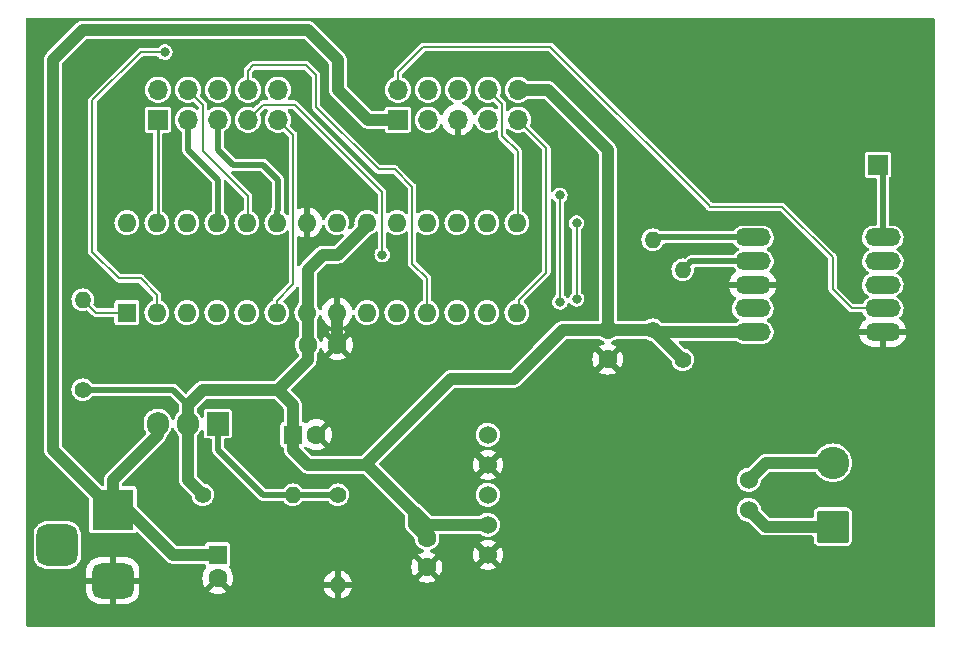
<source format=gtl>
%TF.GenerationSoftware,KiCad,Pcbnew,(6.0.9)*%
%TF.CreationDate,2023-01-16T23:19:00+01:00*%
%TF.ProjectId,FM_radio_atmega_8,464d5f72-6164-4696-9f5f-61746d656761,rev?*%
%TF.SameCoordinates,Original*%
%TF.FileFunction,Copper,L1,Top*%
%TF.FilePolarity,Positive*%
%FSLAX46Y46*%
G04 Gerber Fmt 4.6, Leading zero omitted, Abs format (unit mm)*
G04 Created by KiCad (PCBNEW (6.0.9)) date 2023-01-16 23:19:00*
%MOMM*%
%LPD*%
G01*
G04 APERTURE LIST*
G04 Aperture macros list*
%AMRoundRect*
0 Rectangle with rounded corners*
0 $1 Rounding radius*
0 $2 $3 $4 $5 $6 $7 $8 $9 X,Y pos of 4 corners*
0 Add a 4 corners polygon primitive as box body*
4,1,4,$2,$3,$4,$5,$6,$7,$8,$9,$2,$3,0*
0 Add four circle primitives for the rounded corners*
1,1,$1+$1,$2,$3*
1,1,$1+$1,$4,$5*
1,1,$1+$1,$6,$7*
1,1,$1+$1,$8,$9*
0 Add four rect primitives between the rounded corners*
20,1,$1+$1,$2,$3,$4,$5,0*
20,1,$1+$1,$4,$5,$6,$7,0*
20,1,$1+$1,$6,$7,$8,$9,0*
20,1,$1+$1,$8,$9,$2,$3,0*%
G04 Aperture macros list end*
%TA.AperFunction,ComponentPad*%
%ADD10C,1.400000*%
%TD*%
%TA.AperFunction,ComponentPad*%
%ADD11O,1.400000X1.400000*%
%TD*%
%TA.AperFunction,ComponentPad*%
%ADD12C,1.600000*%
%TD*%
%TA.AperFunction,ComponentPad*%
%ADD13R,1.905000X2.000000*%
%TD*%
%TA.AperFunction,ComponentPad*%
%ADD14O,1.905000X2.000000*%
%TD*%
%TA.AperFunction,ComponentPad*%
%ADD15R,1.700000X1.700000*%
%TD*%
%TA.AperFunction,ComponentPad*%
%ADD16O,1.700000X1.700000*%
%TD*%
%TA.AperFunction,SMDPad,CuDef*%
%ADD17O,3.000000X1.500000*%
%TD*%
%TA.AperFunction,ComponentPad*%
%ADD18R,1.600000X1.600000*%
%TD*%
%TA.AperFunction,ComponentPad*%
%ADD19C,1.524000*%
%TD*%
%TA.AperFunction,ComponentPad*%
%ADD20O,1.600000X1.600000*%
%TD*%
%TA.AperFunction,ComponentPad*%
%ADD21RoundRect,0.250000X1.125000X-1.125000X1.125000X1.125000X-1.125000X1.125000X-1.125000X-1.125000X0*%
%TD*%
%TA.AperFunction,ComponentPad*%
%ADD22C,2.750000*%
%TD*%
%TA.AperFunction,ComponentPad*%
%ADD23R,3.500000X3.500000*%
%TD*%
%TA.AperFunction,ComponentPad*%
%ADD24RoundRect,0.750000X1.000000X-0.750000X1.000000X0.750000X-1.000000X0.750000X-1.000000X-0.750000X0*%
%TD*%
%TA.AperFunction,ComponentPad*%
%ADD25RoundRect,0.875000X0.875000X-0.875000X0.875000X0.875000X-0.875000X0.875000X-0.875000X-0.875000X0*%
%TD*%
%TA.AperFunction,ViaPad*%
%ADD26C,1.000000*%
%TD*%
%TA.AperFunction,ViaPad*%
%ADD27C,0.800000*%
%TD*%
%TA.AperFunction,Conductor*%
%ADD28C,1.000000*%
%TD*%
%TA.AperFunction,Conductor*%
%ADD29C,0.500000*%
%TD*%
%TA.AperFunction,Conductor*%
%ADD30C,0.200000*%
%TD*%
%TA.AperFunction,Conductor*%
%ADD31C,0.250000*%
%TD*%
G04 APERTURE END LIST*
D10*
%TO.P,R5,1*%
%TO.N,+5V*%
X107950000Y-107950000D03*
D11*
%TO.P,R5,2*%
%TO.N,I2C_CLK*%
X107950000Y-100330000D03*
%TD*%
D12*
%TO.P,C3,1*%
%TO.N,+5V*%
X76190000Y-106690000D03*
%TO.P,C3,2*%
%TO.N,GND*%
X78690000Y-106690000D03*
%TD*%
%TO.P,C4,1*%
%TO.N,+5V*%
X101600000Y-105410000D03*
%TO.P,C4,2*%
%TO.N,GND*%
X101600000Y-107910000D03*
%TD*%
D13*
%TO.P,U1,1,ADJ*%
%TO.N,Net-(R1-Pad1)*%
X68580000Y-113355000D03*
D14*
%TO.P,U1,2,VO*%
%TO.N,+5V*%
X66040000Y-113355000D03*
%TO.P,U1,3,VI*%
%TO.N,+9V*%
X63500000Y-113355000D03*
%TD*%
D10*
%TO.P,R3,1*%
%TO.N,+5V*%
X57150000Y-110490000D03*
D11*
%TO.P,R3,2*%
%TO.N,Net-(R3-Pad2)*%
X57150000Y-102870000D03*
%TD*%
D15*
%TO.P,J4,1,Pin_1*%
%TO.N,switch4*%
X63500000Y-87630000D03*
D16*
%TO.P,J4,2,Pin_2*%
%TO.N,switch3*%
X63500000Y-85090000D03*
%TO.P,J4,3,Pin_3*%
%TO.N,switch2*%
X66040000Y-87630000D03*
%TO.P,J4,4,Pin_4*%
%TO.N,switch1*%
X66040000Y-85090000D03*
%TO.P,J4,5,Pin_5*%
%TO.N,switch0*%
X68580000Y-87630000D03*
%TO.P,J4,6,Pin_6*%
%TO.N,unconnected-(J4-Pad6)*%
X68580000Y-85090000D03*
%TO.P,J4,7,Pin_7*%
%TO.N,OE(ED2)*%
X71120000Y-87630000D03*
%TO.P,J4,8,Pin_8*%
%TO.N,LE(ED1)*%
X71120000Y-85090000D03*
%TO.P,J4,9,Pin_9*%
%TO.N,CLK*%
X73660000Y-87630000D03*
%TO.P,J4,10,Pin_10*%
%TO.N,SDI*%
X73660000Y-85090000D03*
%TD*%
D10*
%TO.P,R2,1*%
%TO.N,+5V*%
X67310000Y-119380000D03*
D11*
%TO.P,R2,2*%
%TO.N,Net-(R1-Pad1)*%
X74930000Y-119380000D03*
%TD*%
D17*
%TO.P,U3,1,SDA*%
%TO.N,I2C_DATA*%
X113880000Y-97600000D03*
%TO.P,U3,2,SCL*%
%TO.N,I2C_CLK*%
X113880000Y-99600000D03*
%TO.P,U3,3,BusMode*%
%TO.N,GND*%
X113880000Y-101600000D03*
%TO.P,U3,4,W/R*%
%TO.N,unconnected-(U3-Pad4)*%
X113880000Y-103600000D03*
%TO.P,U3,5,VCC*%
%TO.N,+5V*%
X113880000Y-105600000D03*
%TO.P,U3,6,GND*%
%TO.N,GND*%
X124880000Y-105600000D03*
%TO.P,U3,7,L.OUT*%
%TO.N,AUDIO_L*%
X124880000Y-103600000D03*
%TO.P,U3,8,R.OUT*%
%TO.N,unconnected-(U3-Pad8)*%
X124880000Y-101600000D03*
%TO.P,U3,9,MPX*%
%TO.N,unconnected-(U3-Pad9)*%
X124880000Y-99600000D03*
%TO.P,U3,10,ANT*%
%TO.N,Net-(J2-Pad1)*%
X124880000Y-97600000D03*
%TD*%
D15*
%TO.P,J2,1,Pin_1*%
%TO.N,Net-(J2-Pad1)*%
X124460000Y-91440000D03*
%TD*%
D10*
%TO.P,R1,1*%
%TO.N,Net-(R1-Pad1)*%
X78740000Y-119380000D03*
D11*
%TO.P,R1,2*%
%TO.N,GND*%
X78740000Y-127000000D03*
%TD*%
D15*
%TO.P,J3,1,Pin_1*%
%TO.N,+9V*%
X83820000Y-87630000D03*
D16*
%TO.P,J3,2,Pin_2*%
%TO.N,AUDIO_L*%
X83820000Y-85090000D03*
%TO.P,J3,3,Pin_3*%
%TO.N,AUDIO_AMP*%
X86360000Y-87630000D03*
%TO.P,J3,4,Pin_4*%
%TO.N,transistor0*%
X86360000Y-85090000D03*
%TO.P,J3,5,Pin_5*%
%TO.N,GND*%
X88900000Y-87630000D03*
%TO.P,J3,6,Pin_6*%
%TO.N,transistor2*%
X88900000Y-85090000D03*
%TO.P,J3,7,Pin_7*%
%TO.N,transistor1*%
X91440000Y-87630000D03*
%TO.P,J3,8,Pin_8*%
%TO.N,encoderB*%
X91440000Y-85090000D03*
%TO.P,J3,9,Pin_9*%
%TO.N,encoderA*%
X93980000Y-87630000D03*
%TO.P,J3,10,Pin_10*%
%TO.N,+5V*%
X93980000Y-85090000D03*
%TD*%
D18*
%TO.P,C2,1*%
%TO.N,+5V*%
X74930000Y-114300000D03*
D12*
%TO.P,C2,2*%
%TO.N,GND*%
X76930000Y-114300000D03*
%TD*%
D10*
%TO.P,R4,1*%
%TO.N,+5V*%
X105410000Y-105410000D03*
D11*
%TO.P,R4,2*%
%TO.N,I2C_DATA*%
X105410000Y-97790000D03*
%TD*%
D19*
%TO.P,U4,1,IN+*%
%TO.N,AUDIO_AMP*%
X91440000Y-114300000D03*
%TO.P,U4,2,IN-*%
%TO.N,GND*%
X91440000Y-116840000D03*
%TO.P,U4,3,SD*%
%TO.N,unconnected-(U4-Pad3)*%
X91440000Y-119380000D03*
%TO.P,U4,4,VCC*%
%TO.N,+5V*%
X91440000Y-121920000D03*
%TO.P,U4,5,GND*%
%TO.N,GND*%
X91440000Y-124460000D03*
%TO.P,U4,6,VO+*%
%TO.N,Net-(J5-Pad2)*%
X113538000Y-118110000D03*
%TO.P,U4,7,VO-*%
%TO.N,Net-(J5-Pad1)*%
X113538000Y-120650000D03*
%TD*%
D18*
%TO.P,U2,1,PC6/~{RESET}*%
%TO.N,Net-(R3-Pad2)*%
X60883800Y-103962200D03*
D20*
%TO.P,U2,2,PD0*%
%TO.N,transistor0*%
X63423800Y-103962200D03*
%TO.P,U2,3,PD1*%
%TO.N,transistor1*%
X65963800Y-103962200D03*
%TO.P,U2,4,PD2*%
%TO.N,transistor2*%
X68503800Y-103962200D03*
%TO.P,U2,5,PD3*%
%TO.N,SDI*%
X71043800Y-103962200D03*
%TO.P,U2,6,PD4*%
%TO.N,CLK*%
X73583800Y-103962200D03*
%TO.P,U2,7,VCC*%
%TO.N,+5V*%
X76123800Y-103962200D03*
%TO.P,U2,8,GND*%
%TO.N,GND*%
X78663800Y-103962200D03*
%TO.P,U2,9,PB6/XTAL1*%
%TO.N,unconnected-(U2-Pad9)*%
X81203800Y-103962200D03*
%TO.P,U2,10,PB7/XTAL2*%
%TO.N,unconnected-(U2-Pad10)*%
X83743800Y-103962200D03*
%TO.P,U2,11,PD5*%
%TO.N,LE(ED1)*%
X86283800Y-103962200D03*
%TO.P,U2,12,PD6*%
%TO.N,OE(ED2)*%
X88823800Y-103962200D03*
%TO.P,U2,13,PD7*%
%TO.N,unconnected-(U2-Pad13)*%
X91363800Y-103962200D03*
%TO.P,U2,14,PB0*%
%TO.N,encoderA*%
X93903800Y-103962200D03*
%TO.P,U2,15,PB1*%
%TO.N,encoderB*%
X93903800Y-96342200D03*
%TO.P,U2,16,PB2*%
%TO.N,unconnected-(U2-Pad16)*%
X91363800Y-96342200D03*
%TO.P,U2,17,PB3*%
%TO.N,unconnected-(U2-Pad17)*%
X88823800Y-96342200D03*
%TO.P,U2,18,PB4*%
%TO.N,I2C_DATA*%
X86283800Y-96342200D03*
%TO.P,U2,19,PB5*%
%TO.N,I2C_CLK*%
X83743800Y-96342200D03*
%TO.P,U2,20,AVCC*%
%TO.N,+5V*%
X81203800Y-96342200D03*
%TO.P,U2,21,AREF*%
%TO.N,unconnected-(U2-Pad21)*%
X78663800Y-96342200D03*
%TO.P,U2,22,AGND*%
%TO.N,GND*%
X76123800Y-96342200D03*
%TO.P,U2,23,PC0*%
%TO.N,switch0*%
X73583800Y-96342200D03*
%TO.P,U2,24,PC1*%
%TO.N,switch1*%
X71043800Y-96342200D03*
%TO.P,U2,25,PC2*%
%TO.N,switch2*%
X68503800Y-96342200D03*
%TO.P,U2,26,PC3*%
%TO.N,switch3*%
X65963800Y-96342200D03*
%TO.P,U2,27,PC4*%
%TO.N,switch4*%
X63423800Y-96342200D03*
%TO.P,U2,28,PC5*%
%TO.N,unconnected-(U2-Pad28)*%
X60883800Y-96342200D03*
%TD*%
D18*
%TO.P,C1,1*%
%TO.N,+9V*%
X68580000Y-124460000D03*
D12*
%TO.P,C1,2*%
%TO.N,GND*%
X68580000Y-126460000D03*
%TD*%
D21*
%TO.P,J5,1,Pin_1*%
%TO.N,Net-(J5-Pad1)*%
X120650000Y-122080000D03*
D22*
%TO.P,J5,2,Pin_2*%
%TO.N,Net-(J5-Pad2)*%
X120650000Y-116680000D03*
%TD*%
D12*
%TO.P,C5,1*%
%TO.N,+5V*%
X86283800Y-123012200D03*
%TO.P,C5,2*%
%TO.N,GND*%
X86283800Y-125512200D03*
%TD*%
D23*
%TO.P,J1,1*%
%TO.N,+9V*%
X59690000Y-120650000D03*
D24*
%TO.P,J1,2*%
%TO.N,GND*%
X59690000Y-126650000D03*
D25*
%TO.P,J1,3*%
%TO.N,N/C*%
X54990000Y-123650000D03*
%TD*%
D26*
%TO.N,GND*%
X124070000Y-117740000D03*
X106070000Y-114740000D03*
X118070000Y-81740000D03*
X115070000Y-87740000D03*
X70070000Y-129740000D03*
X127070000Y-87740000D03*
X82070000Y-108740000D03*
X97070000Y-129740000D03*
X61070000Y-129740000D03*
X106070000Y-126740000D03*
X115070000Y-126740000D03*
X112070000Y-111740000D03*
X106070000Y-123740000D03*
X112070000Y-108740000D03*
X127070000Y-117740000D03*
X94070000Y-123740000D03*
X103070000Y-123740000D03*
X118070000Y-90740000D03*
X127070000Y-129740000D03*
X109070000Y-129740000D03*
X82070000Y-129740000D03*
X73070000Y-126740000D03*
X109070000Y-81740000D03*
X115070000Y-129740000D03*
X106070000Y-81740000D03*
X94070000Y-120740000D03*
X112070000Y-87740000D03*
X103070000Y-111740000D03*
X124070000Y-123740000D03*
X124070000Y-84740000D03*
X124070000Y-129740000D03*
X112070000Y-84740000D03*
X109070000Y-120740000D03*
X127070000Y-93740000D03*
X100070000Y-129740000D03*
X112070000Y-126740000D03*
X76070000Y-126740000D03*
X91070000Y-129740000D03*
X109070000Y-123740000D03*
X106070000Y-117740000D03*
X109070000Y-111740000D03*
X76070000Y-129740000D03*
X109070000Y-126740000D03*
X124070000Y-81740000D03*
X82070000Y-126740000D03*
X118070000Y-111740000D03*
X97070000Y-126740000D03*
X64070000Y-129740000D03*
X100070000Y-111740000D03*
X97070000Y-120740000D03*
X79070000Y-129740000D03*
X127070000Y-123740000D03*
X127070000Y-81740000D03*
X100070000Y-123740000D03*
X94070000Y-126740000D03*
X115070000Y-108740000D03*
X115070000Y-111740000D03*
X79070000Y-123740000D03*
X112070000Y-90740000D03*
X103070000Y-117740000D03*
X97070000Y-123740000D03*
X76070000Y-123740000D03*
X88070000Y-117740000D03*
X94070000Y-129740000D03*
X61070000Y-93740000D03*
X103070000Y-81740000D03*
X121070000Y-105740000D03*
X82070000Y-123740000D03*
X97070000Y-117740000D03*
X118070000Y-126740000D03*
X97070000Y-114740000D03*
X103070000Y-114740000D03*
X106070000Y-84740000D03*
X106070000Y-120740000D03*
X127070000Y-120740000D03*
X94070000Y-117740000D03*
X58070000Y-129740000D03*
X121070000Y-90740000D03*
X121070000Y-81740000D03*
X124070000Y-108740000D03*
X118070000Y-129740000D03*
X112070000Y-81740000D03*
X103070000Y-129740000D03*
X109070000Y-114740000D03*
X91070000Y-126740000D03*
X121070000Y-126740000D03*
X118070000Y-102740000D03*
X118070000Y-105740000D03*
X124070000Y-120740000D03*
X109070000Y-102740000D03*
X112070000Y-123740000D03*
X61070000Y-87740000D03*
X109070000Y-117740000D03*
X124070000Y-126740000D03*
X109070000Y-87740000D03*
X103070000Y-126740000D03*
X73070000Y-123740000D03*
X118070000Y-84740000D03*
X58070000Y-105740000D03*
X127070000Y-126740000D03*
X115070000Y-90740000D03*
X127070000Y-84740000D03*
X127070000Y-108740000D03*
X67070000Y-129740000D03*
X118070000Y-108740000D03*
X127070000Y-90740000D03*
X115070000Y-81740000D03*
X55070000Y-129740000D03*
X124070000Y-114740000D03*
X61070000Y-90740000D03*
X58070000Y-114740000D03*
X121070000Y-129740000D03*
X115070000Y-84740000D03*
X103070000Y-120740000D03*
X88070000Y-129740000D03*
X127070000Y-111740000D03*
X106070000Y-111740000D03*
X100070000Y-117740000D03*
X118070000Y-87740000D03*
X70070000Y-99740000D03*
X127070000Y-114740000D03*
X106070000Y-129740000D03*
X121070000Y-111740000D03*
X121070000Y-87740000D03*
X112070000Y-114740000D03*
X79070000Y-111740000D03*
X64070000Y-126740000D03*
X121070000Y-93740000D03*
X124070000Y-111740000D03*
X109070000Y-84740000D03*
X100070000Y-114740000D03*
X121070000Y-84740000D03*
X85070000Y-129740000D03*
X106070000Y-102740000D03*
X121070000Y-108740000D03*
X124070000Y-87740000D03*
X100070000Y-126740000D03*
X73070000Y-129740000D03*
X100070000Y-120740000D03*
X88070000Y-114740000D03*
X112070000Y-129740000D03*
D27*
%TO.N,AUDIO_AMP*%
X98958400Y-102819200D03*
X98958400Y-96393000D03*
%TO.N,transistor0*%
X64084200Y-81915000D03*
%TO.N,transistor1*%
X97536000Y-103047800D03*
X97536000Y-94030800D03*
%TO.N,OE(ED2)*%
X82499200Y-99060000D03*
%TD*%
D28*
%TO.N,+9V*%
X59690000Y-120650000D02*
X60960000Y-120650000D01*
X76200000Y-80010000D02*
X57150000Y-80010000D01*
X63500000Y-114300000D02*
X59690000Y-118110000D01*
X81280000Y-87630000D02*
X78740000Y-85090000D01*
X57150000Y-80010000D02*
X54610000Y-82550000D01*
X54610000Y-82550000D02*
X54610000Y-115570000D01*
X54610000Y-115570000D02*
X59690000Y-120650000D01*
X78740000Y-85090000D02*
X78740000Y-82550000D01*
X60960000Y-120650000D02*
X64770000Y-124460000D01*
X64770000Y-124460000D02*
X68580000Y-124460000D01*
X83820000Y-87630000D02*
X81280000Y-87630000D01*
X63500000Y-113355000D02*
X63500000Y-114300000D01*
X59690000Y-118110000D02*
X59690000Y-120650000D01*
X78740000Y-82550000D02*
X76200000Y-80010000D01*
%TO.N,GND*%
X78690000Y-106690000D02*
X78690000Y-103988400D01*
X78690000Y-103988400D02*
X78663800Y-103962200D01*
%TO.N,+5V*%
X76200000Y-102870000D02*
X76200000Y-106680000D01*
X88290400Y-109575600D02*
X81026000Y-116840000D01*
X86360000Y-121920000D02*
X91440000Y-121920000D01*
X101600000Y-105410000D02*
X97790000Y-105410000D01*
X86360000Y-121920000D02*
X86117200Y-121677200D01*
X85180400Y-120842000D02*
X85180400Y-121677200D01*
X101600000Y-90170000D02*
X101600000Y-105410000D01*
X105600000Y-105600000D02*
X105410000Y-105410000D01*
X76190000Y-106690000D02*
X76190000Y-107960000D01*
X74930000Y-114300000D02*
X74930000Y-111760000D01*
X105410000Y-105410000D02*
X107950000Y-107950000D01*
X74930000Y-111760000D02*
X73660000Y-110490000D01*
X76190000Y-107960000D02*
X73660000Y-110490000D01*
X74930000Y-115570000D02*
X76200000Y-116840000D01*
X81280000Y-96520000D02*
X78740000Y-99060000D01*
X73660000Y-110490000D02*
X67310000Y-110490000D01*
X76200000Y-106680000D02*
X76190000Y-106690000D01*
X85282000Y-120842000D02*
X86360000Y-121920000D01*
X74930000Y-114300000D02*
X74930000Y-115570000D01*
X86283800Y-123012200D02*
X86283800Y-121996200D01*
D29*
X57150000Y-110490000D02*
X64770000Y-110490000D01*
D28*
X78740000Y-99060000D02*
X77470000Y-99060000D01*
X85180400Y-121677200D02*
X85180400Y-121908800D01*
X113880000Y-105600000D02*
X105600000Y-105600000D01*
X81178400Y-116840000D02*
X85180400Y-120842000D01*
X81026000Y-116840000D02*
X80314800Y-116840000D01*
X97790000Y-105410000D02*
X93624400Y-109575600D01*
X66040000Y-111760000D02*
X66040000Y-113355000D01*
X66040000Y-113355000D02*
X66040000Y-118110000D01*
X76200000Y-100330000D02*
X76200000Y-102870000D01*
X66040000Y-118110000D02*
X67310000Y-119380000D01*
X76200000Y-102870000D02*
X76200000Y-103886000D01*
X67310000Y-110490000D02*
X66040000Y-111760000D01*
X86283800Y-121996200D02*
X86360000Y-121920000D01*
X85180400Y-120842000D02*
X85282000Y-120842000D01*
X86117200Y-121677200D02*
X85180400Y-121677200D01*
X76200000Y-116840000D02*
X80314800Y-116840000D01*
X93624400Y-109575600D02*
X88290400Y-109575600D01*
D29*
X64770000Y-110490000D02*
X66040000Y-111760000D01*
D28*
X101600000Y-105410000D02*
X105410000Y-105410000D01*
X80314800Y-116840000D02*
X81178400Y-116840000D01*
X93980000Y-85090000D02*
X96520000Y-85090000D01*
X76200000Y-103886000D02*
X76123800Y-103962200D01*
X85180400Y-121908800D02*
X86283800Y-123012200D01*
X96520000Y-85090000D02*
X101600000Y-90170000D01*
X77470000Y-99060000D02*
X76200000Y-100330000D01*
D29*
%TO.N,Net-(J2-Pad1)*%
X124880000Y-97600000D02*
X124880000Y-91860000D01*
X124880000Y-91860000D02*
X124460000Y-91440000D01*
D30*
%TO.N,AUDIO_L*%
X116332000Y-95000000D02*
X120624600Y-99292600D01*
X83820000Y-83616800D02*
X85979000Y-81457800D01*
X85979000Y-81457800D02*
X96723200Y-81457800D01*
X120624600Y-101955600D02*
X122269000Y-103600000D01*
X120624600Y-99263200D02*
X120624600Y-101955600D01*
X122269000Y-103600000D02*
X124880000Y-103600000D01*
X83820000Y-85090000D02*
X83820000Y-83616800D01*
X96723200Y-81457800D02*
X110236000Y-94970600D01*
X110236000Y-95000000D02*
X116332000Y-95000000D01*
%TO.N,AUDIO_AMP*%
X98958400Y-102819200D02*
X98958400Y-96393000D01*
%TO.N,transistor0*%
X57962800Y-86004400D02*
X57962800Y-98806000D01*
X60223400Y-101066600D02*
X62052200Y-101066600D01*
X62052200Y-101066600D02*
X63423800Y-102438200D01*
X57962800Y-98806000D02*
X60223400Y-101066600D01*
X63423800Y-102438200D02*
X63423800Y-103962200D01*
X64084200Y-81915000D02*
X62052200Y-81915000D01*
X62052200Y-81915000D02*
X57962800Y-86004400D01*
%TO.N,transistor1*%
X97536000Y-94030800D02*
X97536000Y-103047800D01*
%TO.N,encoderB*%
X91440000Y-85090000D02*
X92633800Y-86283800D01*
X92633800Y-86283800D02*
X92633800Y-88976200D01*
X93980000Y-90322400D02*
X93980000Y-96266000D01*
X92633800Y-88976200D02*
X93980000Y-90322400D01*
X93980000Y-96266000D02*
X93903800Y-96342200D01*
%TO.N,encoderA*%
X96393000Y-100584000D02*
X94107000Y-102870000D01*
X94107000Y-103759000D02*
X93903800Y-103962200D01*
X94107000Y-102870000D02*
X94107000Y-103759000D01*
X93980000Y-87630000D02*
X96393000Y-90043000D01*
X96393000Y-90043000D02*
X96393000Y-100584000D01*
D31*
%TO.N,switch4*%
X63500000Y-87630000D02*
X63500000Y-96266000D01*
X63500000Y-96266000D02*
X63423800Y-96342200D01*
D29*
%TO.N,switch2*%
X66040000Y-87630000D02*
X66040000Y-90170000D01*
X68580000Y-92710000D02*
X68580000Y-96266000D01*
X68580000Y-96266000D02*
X68503800Y-96342200D01*
X66040000Y-90170000D02*
X68580000Y-92710000D01*
D30*
%TO.N,switch1*%
X71120000Y-94056200D02*
X71120000Y-96266000D01*
X66040000Y-85090000D02*
X67310000Y-86360000D01*
X71120000Y-96266000D02*
X71043800Y-96342200D01*
X67310000Y-90246200D02*
X71120000Y-94056200D01*
X67310000Y-86360000D02*
X67310000Y-90246200D01*
D29*
%TO.N,switch0*%
X73660000Y-92710000D02*
X73660000Y-95250000D01*
X73583800Y-95326200D02*
X73583800Y-96342200D01*
X69850000Y-91440000D02*
X72390000Y-91440000D01*
X72390000Y-91440000D02*
X73660000Y-92710000D01*
X73660000Y-95250000D02*
X73583800Y-95326200D01*
X68580000Y-90170000D02*
X69850000Y-91440000D01*
X68580000Y-87630000D02*
X68580000Y-90170000D01*
D30*
%TO.N,OE(ED2)*%
X73075800Y-86360000D02*
X75082400Y-86360000D01*
X75082400Y-86360000D02*
X76098400Y-87376000D01*
X76098400Y-87376000D02*
X82499200Y-93776800D01*
X71120000Y-87630000D02*
X72390000Y-86360000D01*
X82499200Y-93776800D02*
X82499200Y-99060000D01*
X72390000Y-86360000D02*
X73075800Y-86360000D01*
%TO.N,LE(ED1)*%
X86283800Y-101066600D02*
X86283800Y-103962200D01*
X83566000Y-91846400D02*
X85039200Y-93319600D01*
X85039200Y-99822000D02*
X86283800Y-101066600D01*
X76911200Y-83870800D02*
X76911200Y-86563200D01*
X71120000Y-83489800D02*
X71577200Y-83032600D01*
X85039200Y-93319600D02*
X85039200Y-99822000D01*
X71120000Y-85090000D02*
X71120000Y-83489800D01*
X82194400Y-91846400D02*
X83566000Y-91846400D01*
X76073000Y-83032600D02*
X76911200Y-83870800D01*
X76911200Y-86563200D02*
X82194400Y-91846400D01*
X71577200Y-83032600D02*
X76073000Y-83032600D01*
%TO.N,CLK*%
X74950000Y-101580000D02*
X73583800Y-102946200D01*
X73583800Y-102946200D02*
X73583800Y-103962200D01*
X73660000Y-87630000D02*
X74950000Y-88920000D01*
X74950000Y-88920000D02*
X74950000Y-101580000D01*
D28*
%TO.N,Net-(J5-Pad1)*%
X114968000Y-122080000D02*
X113538000Y-120650000D01*
X120650000Y-122080000D02*
X114968000Y-122080000D01*
%TO.N,Net-(J5-Pad2)*%
X120650000Y-116680000D02*
X114968000Y-116680000D01*
X114968000Y-116680000D02*
X113538000Y-118110000D01*
D29*
%TO.N,Net-(R1-Pad1)*%
X74930000Y-119380000D02*
X78740000Y-119380000D01*
X68580000Y-113355000D02*
X68580000Y-115570000D01*
X68580000Y-115570000D02*
X72390000Y-119380000D01*
X72390000Y-119380000D02*
X74930000Y-119380000D01*
D30*
%TO.N,Net-(R3-Pad2)*%
X57150000Y-102870000D02*
X58242200Y-103962200D01*
X58242200Y-103962200D02*
X60883800Y-103962200D01*
D29*
%TO.N,I2C_DATA*%
X105600000Y-97600000D02*
X105410000Y-97790000D01*
X113880000Y-97600000D02*
X105600000Y-97600000D01*
%TO.N,I2C_CLK*%
X113880000Y-99600000D02*
X108680000Y-99600000D01*
X108680000Y-99600000D02*
X107950000Y-100330000D01*
%TD*%
%TA.AperFunction,Conductor*%
%TO.N,GND*%
G36*
X129227621Y-79014502D02*
G01*
X129274114Y-79068158D01*
X129285500Y-79120500D01*
X129285500Y-130429500D01*
X129265498Y-130497621D01*
X129211842Y-130544114D01*
X129159500Y-130555500D01*
X52450500Y-130555500D01*
X52382379Y-130535498D01*
X52335886Y-130481842D01*
X52324500Y-130429500D01*
X52324500Y-127459961D01*
X57432001Y-127459961D01*
X57432209Y-127465071D01*
X57443082Y-127598767D01*
X57444852Y-127609320D01*
X57497967Y-127816185D01*
X57501701Y-127826731D01*
X57590510Y-128020705D01*
X57596046Y-128030412D01*
X57717803Y-128205597D01*
X57724976Y-128214176D01*
X57875824Y-128365024D01*
X57884403Y-128372197D01*
X58059588Y-128493954D01*
X58069295Y-128499490D01*
X58263269Y-128588299D01*
X58273815Y-128592033D01*
X58480679Y-128645147D01*
X58491234Y-128646918D01*
X58624930Y-128657793D01*
X58630036Y-128658000D01*
X59417885Y-128658000D01*
X59433124Y-128653525D01*
X59434329Y-128652135D01*
X59436000Y-128644452D01*
X59436000Y-128639884D01*
X59944000Y-128639884D01*
X59948475Y-128655123D01*
X59949865Y-128656328D01*
X59957548Y-128657999D01*
X60749961Y-128657999D01*
X60755071Y-128657791D01*
X60888767Y-128646918D01*
X60899320Y-128645148D01*
X61106185Y-128592033D01*
X61116731Y-128588299D01*
X61310705Y-128499490D01*
X61320412Y-128493954D01*
X61495597Y-128372197D01*
X61504176Y-128365024D01*
X61655024Y-128214176D01*
X61662197Y-128205597D01*
X61783954Y-128030412D01*
X61789490Y-128020705D01*
X61878299Y-127826731D01*
X61882033Y-127816185D01*
X61935147Y-127609321D01*
X61936918Y-127598766D01*
X61941205Y-127546062D01*
X67858493Y-127546062D01*
X67867789Y-127558077D01*
X67918994Y-127593931D01*
X67928489Y-127599414D01*
X68125947Y-127691490D01*
X68136239Y-127695236D01*
X68346688Y-127751625D01*
X68357481Y-127753528D01*
X68574525Y-127772517D01*
X68585475Y-127772517D01*
X68802519Y-127753528D01*
X68813312Y-127751625D01*
X69023761Y-127695236D01*
X69034053Y-127691490D01*
X69231511Y-127599414D01*
X69241006Y-127593931D01*
X69293048Y-127557491D01*
X69301424Y-127547012D01*
X69294356Y-127533566D01*
X69027312Y-127266522D01*
X77560801Y-127266522D01*
X77599092Y-127409423D01*
X77602842Y-127419727D01*
X77687521Y-127601323D01*
X77692998Y-127610811D01*
X77807925Y-127774942D01*
X77814981Y-127783350D01*
X77956650Y-127925019D01*
X77965058Y-127932075D01*
X78129189Y-128047002D01*
X78138677Y-128052479D01*
X78320273Y-128137158D01*
X78330577Y-128140908D01*
X78468503Y-128177866D01*
X78482599Y-128177530D01*
X78486000Y-128169588D01*
X78486000Y-128164439D01*
X78994000Y-128164439D01*
X78997973Y-128177970D01*
X79006522Y-128179199D01*
X79149423Y-128140908D01*
X79159727Y-128137158D01*
X79341323Y-128052479D01*
X79350811Y-128047002D01*
X79514942Y-127932075D01*
X79523350Y-127925019D01*
X79665019Y-127783350D01*
X79672075Y-127774942D01*
X79787002Y-127610811D01*
X79792479Y-127601323D01*
X79877158Y-127419727D01*
X79880908Y-127409423D01*
X79917866Y-127271497D01*
X79917530Y-127257401D01*
X79909588Y-127254000D01*
X79012115Y-127254000D01*
X78996876Y-127258475D01*
X78995671Y-127259865D01*
X78994000Y-127267548D01*
X78994000Y-128164439D01*
X78486000Y-128164439D01*
X78486000Y-127272115D01*
X78481525Y-127256876D01*
X78480135Y-127255671D01*
X78472452Y-127254000D01*
X77575561Y-127254000D01*
X77562030Y-127257973D01*
X77560801Y-127266522D01*
X69027312Y-127266522D01*
X68592812Y-126832022D01*
X68578868Y-126824408D01*
X68577035Y-126824539D01*
X68570420Y-126828790D01*
X67864923Y-127534287D01*
X67858493Y-127546062D01*
X61941205Y-127546062D01*
X61947793Y-127465070D01*
X61948000Y-127459964D01*
X61948000Y-126922115D01*
X61943525Y-126906876D01*
X61942135Y-126905671D01*
X61934452Y-126904000D01*
X59962115Y-126904000D01*
X59946876Y-126908475D01*
X59945671Y-126909865D01*
X59944000Y-126917548D01*
X59944000Y-128639884D01*
X59436000Y-128639884D01*
X59436000Y-126922115D01*
X59431525Y-126906876D01*
X59430135Y-126905671D01*
X59422452Y-126904000D01*
X57450116Y-126904000D01*
X57434877Y-126908475D01*
X57433672Y-126909865D01*
X57432001Y-126917548D01*
X57432001Y-127459961D01*
X52324500Y-127459961D01*
X52324500Y-126377885D01*
X57432000Y-126377885D01*
X57436475Y-126393124D01*
X57437865Y-126394329D01*
X57445548Y-126396000D01*
X59417885Y-126396000D01*
X59433124Y-126391525D01*
X59434329Y-126390135D01*
X59436000Y-126382452D01*
X59436000Y-126377885D01*
X59944000Y-126377885D01*
X59948475Y-126393124D01*
X59949865Y-126394329D01*
X59957548Y-126396000D01*
X61929884Y-126396000D01*
X61945123Y-126391525D01*
X61946328Y-126390135D01*
X61947999Y-126382452D01*
X61947999Y-125840039D01*
X61947791Y-125834929D01*
X61936918Y-125701233D01*
X61935148Y-125690680D01*
X61882033Y-125483815D01*
X61878299Y-125473269D01*
X61789490Y-125279295D01*
X61783954Y-125269588D01*
X61662197Y-125094403D01*
X61655024Y-125085824D01*
X61504176Y-124934976D01*
X61495597Y-124927803D01*
X61320412Y-124806046D01*
X61310705Y-124800510D01*
X61116731Y-124711701D01*
X61106185Y-124707967D01*
X60899321Y-124654853D01*
X60888766Y-124653082D01*
X60755070Y-124642207D01*
X60749964Y-124642000D01*
X59962115Y-124642000D01*
X59946876Y-124646475D01*
X59945671Y-124647865D01*
X59944000Y-124655548D01*
X59944000Y-126377885D01*
X59436000Y-126377885D01*
X59436000Y-124660116D01*
X59431525Y-124644877D01*
X59430135Y-124643672D01*
X59422452Y-124642001D01*
X58630039Y-124642001D01*
X58624929Y-124642209D01*
X58491233Y-124653082D01*
X58480680Y-124654852D01*
X58273815Y-124707967D01*
X58263269Y-124711701D01*
X58069295Y-124800510D01*
X58059588Y-124806046D01*
X57884403Y-124927803D01*
X57875824Y-124934976D01*
X57724976Y-125085824D01*
X57717803Y-125094403D01*
X57596046Y-125269588D01*
X57590510Y-125279295D01*
X57501701Y-125473269D01*
X57497967Y-125483815D01*
X57444853Y-125690679D01*
X57443082Y-125701234D01*
X57432207Y-125834930D01*
X57432000Y-125840036D01*
X57432000Y-126377885D01*
X52324500Y-126377885D01*
X52324500Y-124611478D01*
X52985500Y-124611478D01*
X52988580Y-124661312D01*
X52989618Y-124666053D01*
X53030155Y-124851194D01*
X53034678Y-124871854D01*
X53119757Y-125069880D01*
X53240746Y-125248245D01*
X53244989Y-125252481D01*
X53244991Y-125252483D01*
X53308540Y-125315921D01*
X53393281Y-125400515D01*
X53398248Y-125403872D01*
X53398251Y-125403874D01*
X53500941Y-125473269D01*
X53571858Y-125521193D01*
X53577373Y-125523551D01*
X53764515Y-125603567D01*
X53764518Y-125603568D01*
X53770033Y-125605926D01*
X53775896Y-125607199D01*
X53975891Y-125650622D01*
X53975893Y-125650622D01*
X53980654Y-125651656D01*
X53991499Y-125652300D01*
X54026666Y-125654390D01*
X54026675Y-125654390D01*
X54028522Y-125654500D01*
X55951478Y-125654500D01*
X56001312Y-125651420D01*
X56211854Y-125605322D01*
X56355376Y-125543660D01*
X56404371Y-125522610D01*
X56404372Y-125522609D01*
X56409880Y-125520243D01*
X56588245Y-125399254D01*
X56640281Y-125347128D01*
X56696176Y-125291135D01*
X56740515Y-125246719D01*
X56762519Y-125214159D01*
X56844772Y-125092441D01*
X56861193Y-125068142D01*
X56885159Y-125012089D01*
X56943567Y-124875485D01*
X56943568Y-124875482D01*
X56945926Y-124869967D01*
X56959805Y-124806046D01*
X56990622Y-124664109D01*
X56990622Y-124664107D01*
X56991656Y-124659346D01*
X56994500Y-124611478D01*
X56994500Y-122688522D01*
X56991420Y-122638688D01*
X56950412Y-122451394D01*
X56946604Y-122434001D01*
X56946604Y-122434000D01*
X56945322Y-122428146D01*
X56860243Y-122230120D01*
X56739254Y-122051755D01*
X56586719Y-121899485D01*
X56581752Y-121896128D01*
X56581749Y-121896126D01*
X56413111Y-121782165D01*
X56413112Y-121782165D01*
X56408142Y-121778807D01*
X56288706Y-121727740D01*
X56215485Y-121696433D01*
X56215482Y-121696432D01*
X56209967Y-121694074D01*
X56204104Y-121692801D01*
X56004109Y-121649378D01*
X56004107Y-121649378D01*
X55999346Y-121648344D01*
X55986672Y-121647591D01*
X55953334Y-121645610D01*
X55953325Y-121645610D01*
X55951478Y-121645500D01*
X54028522Y-121645500D01*
X54026581Y-121645620D01*
X54026580Y-121645620D01*
X54021657Y-121645924D01*
X53978688Y-121648580D01*
X53768146Y-121694678D01*
X53636474Y-121751249D01*
X53577820Y-121776449D01*
X53570120Y-121779757D01*
X53391755Y-121900746D01*
X53387519Y-121904989D01*
X53387517Y-121904991D01*
X53336101Y-121956497D01*
X53239485Y-122053281D01*
X53236128Y-122058248D01*
X53236126Y-122058251D01*
X53180765Y-122140174D01*
X53118807Y-122231858D01*
X53034074Y-122430033D01*
X53032801Y-122435896D01*
X52990204Y-122632089D01*
X52988344Y-122640654D01*
X52988055Y-122645519D01*
X52986984Y-122663552D01*
X52985500Y-122688522D01*
X52985500Y-124611478D01*
X52324500Y-124611478D01*
X52324500Y-115543489D01*
X53850826Y-115543489D01*
X53851419Y-115550780D01*
X53851419Y-115550783D01*
X53855085Y-115595848D01*
X53855500Y-115606063D01*
X53855500Y-115614053D01*
X53855925Y-115617697D01*
X53858771Y-115642113D01*
X53859204Y-115646487D01*
X53865090Y-115718847D01*
X53867345Y-115725809D01*
X53868518Y-115731677D01*
X53869890Y-115737484D01*
X53870738Y-115744754D01*
X53895532Y-115813060D01*
X53896940Y-115817163D01*
X53919312Y-115886222D01*
X53923109Y-115892479D01*
X53925602Y-115897926D01*
X53928270Y-115903254D01*
X53930768Y-115910134D01*
X53970568Y-115970839D01*
X53972915Y-115974559D01*
X53985689Y-115995610D01*
X54010583Y-116036633D01*
X54016152Y-116042939D01*
X54017949Y-116044974D01*
X54017924Y-116044996D01*
X54020624Y-116048041D01*
X54023220Y-116051146D01*
X54027234Y-116057268D01*
X54032547Y-116062301D01*
X54083126Y-116110215D01*
X54085568Y-116112593D01*
X57648595Y-119675620D01*
X57682621Y-119737932D01*
X57685500Y-119764715D01*
X57685501Y-121117619D01*
X57685501Y-122425066D01*
X57700266Y-122499301D01*
X57707161Y-122509621D01*
X57707162Y-122509622D01*
X57745035Y-122566301D01*
X57756516Y-122583484D01*
X57840699Y-122639734D01*
X57914933Y-122654500D01*
X59689713Y-122654500D01*
X61465066Y-122654499D01*
X61500818Y-122647388D01*
X61527126Y-122642156D01*
X61527128Y-122642155D01*
X61539301Y-122639734D01*
X61549621Y-122632839D01*
X61549622Y-122632838D01*
X61613168Y-122590377D01*
X61623484Y-122583484D01*
X61630377Y-122573168D01*
X61634165Y-122569380D01*
X61696477Y-122535354D01*
X61767292Y-122540419D01*
X61812355Y-122569380D01*
X64189276Y-124946300D01*
X64201663Y-124960713D01*
X64214437Y-124978071D01*
X64220020Y-124982814D01*
X64254479Y-125012089D01*
X64261995Y-125019019D01*
X64267638Y-125024662D01*
X64289798Y-125042194D01*
X64293173Y-125044961D01*
X64348520Y-125091982D01*
X64355040Y-125095311D01*
X64360018Y-125098631D01*
X64365091Y-125101764D01*
X64370833Y-125106307D01*
X64377467Y-125109407D01*
X64377466Y-125109407D01*
X64436617Y-125137053D01*
X64440567Y-125138984D01*
X64449235Y-125143410D01*
X64505212Y-125171993D01*
X64512322Y-125173733D01*
X64517934Y-125175820D01*
X64523591Y-125177702D01*
X64530222Y-125180801D01*
X64537387Y-125182291D01*
X64537389Y-125182292D01*
X64601328Y-125195591D01*
X64605612Y-125196561D01*
X64676108Y-125213811D01*
X64681710Y-125214159D01*
X64681713Y-125214159D01*
X64687214Y-125214500D01*
X64687212Y-125214534D01*
X64691250Y-125214777D01*
X64695311Y-125215139D01*
X64702473Y-125216629D01*
X64779452Y-125214546D01*
X64782860Y-125214500D01*
X67408059Y-125214500D01*
X67476180Y-125234502D01*
X67522673Y-125288158D01*
X67531638Y-125315920D01*
X67540266Y-125359301D01*
X67547161Y-125369620D01*
X67547162Y-125369622D01*
X67596516Y-125443484D01*
X67593802Y-125445298D01*
X67618263Y-125490094D01*
X67613198Y-125560909D01*
X67584237Y-125605972D01*
X67578084Y-125612125D01*
X67571028Y-125620533D01*
X67446069Y-125798993D01*
X67440586Y-125808489D01*
X67348510Y-126005947D01*
X67344764Y-126016239D01*
X67288375Y-126226688D01*
X67286472Y-126237481D01*
X67267483Y-126454525D01*
X67267483Y-126465475D01*
X67286472Y-126682519D01*
X67288375Y-126693312D01*
X67344764Y-126903761D01*
X67348510Y-126914053D01*
X67440586Y-127111511D01*
X67446069Y-127121006D01*
X67482509Y-127173048D01*
X67492988Y-127181424D01*
X67506434Y-127174356D01*
X68490905Y-126189885D01*
X68553217Y-126155859D01*
X68624032Y-126160924D01*
X68669095Y-126189885D01*
X69654287Y-127175077D01*
X69666062Y-127181507D01*
X69678077Y-127172211D01*
X69713931Y-127121006D01*
X69719414Y-127111511D01*
X69811490Y-126914053D01*
X69815236Y-126903761D01*
X69862196Y-126728503D01*
X77562134Y-126728503D01*
X77562470Y-126742599D01*
X77570412Y-126746000D01*
X78467885Y-126746000D01*
X78483124Y-126741525D01*
X78484329Y-126740135D01*
X78486000Y-126732452D01*
X78486000Y-126727885D01*
X78994000Y-126727885D01*
X78998475Y-126743124D01*
X78999865Y-126744329D01*
X79007548Y-126746000D01*
X79904439Y-126746000D01*
X79917970Y-126742027D01*
X79919199Y-126733478D01*
X79882967Y-126598262D01*
X85562293Y-126598262D01*
X85571589Y-126610277D01*
X85622794Y-126646131D01*
X85632289Y-126651614D01*
X85829747Y-126743690D01*
X85840039Y-126747436D01*
X86050488Y-126803825D01*
X86061281Y-126805728D01*
X86278325Y-126824717D01*
X86289275Y-126824717D01*
X86506319Y-126805728D01*
X86517112Y-126803825D01*
X86727561Y-126747436D01*
X86737853Y-126743690D01*
X86935311Y-126651614D01*
X86944806Y-126646131D01*
X86996848Y-126609691D01*
X87005224Y-126599212D01*
X86998156Y-126585766D01*
X86296612Y-125884222D01*
X86282668Y-125876608D01*
X86280835Y-125876739D01*
X86274220Y-125880990D01*
X85568723Y-126586487D01*
X85562293Y-126598262D01*
X79882967Y-126598262D01*
X79880908Y-126590577D01*
X79877158Y-126580273D01*
X79792479Y-126398677D01*
X79787002Y-126389189D01*
X79672075Y-126225058D01*
X79665019Y-126216650D01*
X79523350Y-126074981D01*
X79514942Y-126067925D01*
X79350811Y-125952998D01*
X79341323Y-125947521D01*
X79159727Y-125862842D01*
X79149423Y-125859092D01*
X79011497Y-125822134D01*
X78997401Y-125822470D01*
X78994000Y-125830412D01*
X78994000Y-126727885D01*
X78486000Y-126727885D01*
X78486000Y-125835561D01*
X78482027Y-125822030D01*
X78473478Y-125820801D01*
X78330577Y-125859092D01*
X78320273Y-125862842D01*
X78138677Y-125947521D01*
X78129189Y-125952998D01*
X77965058Y-126067925D01*
X77956650Y-126074981D01*
X77814981Y-126216650D01*
X77807925Y-126225058D01*
X77692998Y-126389189D01*
X77687521Y-126398677D01*
X77602842Y-126580273D01*
X77599092Y-126590577D01*
X77562134Y-126728503D01*
X69862196Y-126728503D01*
X69871625Y-126693312D01*
X69873528Y-126682519D01*
X69892517Y-126465475D01*
X69892517Y-126454525D01*
X69873528Y-126237481D01*
X69871625Y-126226688D01*
X69815236Y-126016239D01*
X69811490Y-126005947D01*
X69719414Y-125808489D01*
X69713931Y-125798993D01*
X69588972Y-125620533D01*
X69581916Y-125612125D01*
X69575763Y-125605972D01*
X69541737Y-125543660D01*
X69543596Y-125517675D01*
X84971283Y-125517675D01*
X84990272Y-125734719D01*
X84992175Y-125745512D01*
X85048564Y-125955961D01*
X85052310Y-125966253D01*
X85144386Y-126163711D01*
X85149869Y-126173206D01*
X85186309Y-126225248D01*
X85196788Y-126233624D01*
X85210234Y-126226556D01*
X85911778Y-125525012D01*
X85918156Y-125513332D01*
X86648208Y-125513332D01*
X86648339Y-125515165D01*
X86652590Y-125521780D01*
X87358087Y-126227277D01*
X87369862Y-126233707D01*
X87381877Y-126224411D01*
X87417731Y-126173206D01*
X87423214Y-126163711D01*
X87515290Y-125966253D01*
X87519036Y-125955961D01*
X87575425Y-125745512D01*
X87577328Y-125734719D01*
X87596221Y-125518777D01*
X90745777Y-125518777D01*
X90755074Y-125530793D01*
X90798069Y-125560898D01*
X90807555Y-125566376D01*
X90998993Y-125655645D01*
X91009285Y-125659391D01*
X91213309Y-125714059D01*
X91224104Y-125715962D01*
X91434525Y-125734372D01*
X91445475Y-125734372D01*
X91655896Y-125715962D01*
X91666691Y-125714059D01*
X91870715Y-125659391D01*
X91881007Y-125655645D01*
X92072445Y-125566376D01*
X92081931Y-125560898D01*
X92125764Y-125530207D01*
X92134139Y-125519729D01*
X92127071Y-125506281D01*
X91452812Y-124832022D01*
X91438868Y-124824408D01*
X91437035Y-124824539D01*
X91430420Y-124828790D01*
X90752207Y-125507003D01*
X90745777Y-125518777D01*
X87596221Y-125518777D01*
X87596317Y-125517675D01*
X87596317Y-125506725D01*
X87577328Y-125289681D01*
X87575425Y-125278888D01*
X87519036Y-125068439D01*
X87515290Y-125058147D01*
X87423214Y-124860689D01*
X87417731Y-124851194D01*
X87381291Y-124799152D01*
X87370812Y-124790776D01*
X87357366Y-124797844D01*
X86655822Y-125499388D01*
X86648208Y-125513332D01*
X85918156Y-125513332D01*
X85919392Y-125511068D01*
X85919261Y-125509235D01*
X85915010Y-125502620D01*
X85209513Y-124797123D01*
X85197738Y-124790693D01*
X85185723Y-124799989D01*
X85149869Y-124851194D01*
X85144386Y-124860689D01*
X85052310Y-125058147D01*
X85048564Y-125068439D01*
X84992175Y-125278888D01*
X84990272Y-125289681D01*
X84971283Y-125506725D01*
X84971283Y-125517675D01*
X69543596Y-125517675D01*
X69546802Y-125472845D01*
X69565014Y-125444507D01*
X69563484Y-125443484D01*
X69612839Y-125369620D01*
X69619734Y-125359301D01*
X69634500Y-125285067D01*
X69634499Y-123634934D01*
X69619734Y-123560699D01*
X69563484Y-123476516D01*
X69479301Y-123420266D01*
X69405067Y-123405500D01*
X68580134Y-123405500D01*
X67754934Y-123405501D01*
X67719182Y-123412612D01*
X67692874Y-123417844D01*
X67692872Y-123417845D01*
X67680699Y-123420266D01*
X67670379Y-123427161D01*
X67670378Y-123427162D01*
X67625804Y-123456946D01*
X67596516Y-123476516D01*
X67540266Y-123560699D01*
X67534234Y-123591027D01*
X67531637Y-123604081D01*
X67498730Y-123666991D01*
X67437035Y-123702123D01*
X67408058Y-123705500D01*
X65134714Y-123705500D01*
X65066593Y-123685498D01*
X65045619Y-123668595D01*
X61731404Y-120354380D01*
X61697378Y-120292068D01*
X61694499Y-120265285D01*
X61694499Y-118874934D01*
X61687179Y-118838130D01*
X61682156Y-118812874D01*
X61682155Y-118812872D01*
X61679734Y-118800699D01*
X61623484Y-118716516D01*
X61539301Y-118660266D01*
X61465067Y-118645500D01*
X60570500Y-118645500D01*
X60502379Y-118625498D01*
X60455886Y-118571842D01*
X60444500Y-118519500D01*
X60444500Y-118474715D01*
X60464502Y-118406594D01*
X60481405Y-118385620D01*
X63986300Y-114880724D01*
X64000713Y-114868337D01*
X64012172Y-114859904D01*
X64018071Y-114855563D01*
X64052089Y-114815521D01*
X64059019Y-114808005D01*
X64064662Y-114802362D01*
X64082194Y-114780202D01*
X64084970Y-114776816D01*
X64127243Y-114727058D01*
X64131982Y-114721480D01*
X64135311Y-114714960D01*
X64138631Y-114709982D01*
X64141764Y-114704909D01*
X64146307Y-114699167D01*
X64177053Y-114633383D01*
X64178984Y-114629433D01*
X64208664Y-114571307D01*
X64211993Y-114564788D01*
X64213733Y-114557678D01*
X64215820Y-114552066D01*
X64217702Y-114546409D01*
X64220801Y-114539778D01*
X64222389Y-114532146D01*
X64235591Y-114468672D01*
X64236562Y-114464383D01*
X64252476Y-114399348D01*
X64252476Y-114399347D01*
X64253811Y-114393892D01*
X64254088Y-114389435D01*
X64283954Y-114325427D01*
X64301797Y-114308753D01*
X64315834Y-114297982D01*
X64315836Y-114297980D01*
X64320292Y-114294561D01*
X64327001Y-114287188D01*
X64461525Y-114139348D01*
X64461527Y-114139345D01*
X64465298Y-114135201D01*
X64537942Y-114019397D01*
X64576809Y-113957438D01*
X64576811Y-113957434D01*
X64579792Y-113952682D01*
X64653939Y-113768235D01*
X64697905Y-113712490D01*
X64765030Y-113689365D01*
X64834002Y-113706202D01*
X64882922Y-113757654D01*
X64892379Y-113781981D01*
X64904128Y-113824927D01*
X64906540Y-113829985D01*
X64906542Y-113829989D01*
X64967332Y-113957438D01*
X64996885Y-114019397D01*
X65000162Y-114023958D01*
X65000163Y-114023959D01*
X65089889Y-114148825D01*
X65122614Y-114194367D01*
X65126644Y-114198272D01*
X65247185Y-114315085D01*
X65282185Y-114376855D01*
X65285500Y-114405569D01*
X65285500Y-118043235D01*
X65284067Y-118062184D01*
X65280826Y-118083489D01*
X65281419Y-118090780D01*
X65281419Y-118090783D01*
X65285085Y-118135848D01*
X65285500Y-118146063D01*
X65285500Y-118154053D01*
X65285925Y-118157697D01*
X65288771Y-118182113D01*
X65289204Y-118186487D01*
X65293207Y-118235694D01*
X65295090Y-118258847D01*
X65297345Y-118265809D01*
X65298518Y-118271677D01*
X65299890Y-118277484D01*
X65300738Y-118284754D01*
X65325532Y-118353060D01*
X65326940Y-118357163D01*
X65349312Y-118426222D01*
X65353109Y-118432479D01*
X65355602Y-118437926D01*
X65358270Y-118443254D01*
X65360768Y-118450134D01*
X65389249Y-118493575D01*
X65400568Y-118510839D01*
X65402915Y-118514559D01*
X65416615Y-118537135D01*
X65440583Y-118576633D01*
X65447844Y-118584855D01*
X65447949Y-118584974D01*
X65447925Y-118584995D01*
X65450621Y-118588038D01*
X65453221Y-118591148D01*
X65457234Y-118597268D01*
X65462549Y-118602303D01*
X65462550Y-118602304D01*
X65513090Y-118650180D01*
X65515534Y-118652558D01*
X66329500Y-119466525D01*
X66363525Y-119528837D01*
X66365962Y-119545079D01*
X66366639Y-119553139D01*
X66368338Y-119559062D01*
X66368338Y-119559065D01*
X66413421Y-119716285D01*
X66418235Y-119733075D01*
X66421050Y-119738552D01*
X66421051Y-119738555D01*
X66496849Y-119886043D01*
X66503797Y-119899562D01*
X66507620Y-119904386D01*
X66507623Y-119904390D01*
X66558657Y-119968778D01*
X66620068Y-120046259D01*
X66624762Y-120050254D01*
X66757257Y-120163016D01*
X66762618Y-120167579D01*
X66767996Y-120170585D01*
X66767998Y-120170586D01*
X66802396Y-120189810D01*
X66926018Y-120258900D01*
X67104043Y-120316744D01*
X67289914Y-120338908D01*
X67296049Y-120338436D01*
X67296051Y-120338436D01*
X67470408Y-120325020D01*
X67470413Y-120325019D01*
X67476549Y-120324547D01*
X67482479Y-120322891D01*
X67482481Y-120322891D01*
X67650913Y-120275864D01*
X67650912Y-120275864D01*
X67656841Y-120274209D01*
X67671772Y-120266667D01*
X67774535Y-120214757D01*
X67823921Y-120189810D01*
X67852376Y-120167579D01*
X67966571Y-120078360D01*
X67966572Y-120078360D01*
X67971427Y-120074566D01*
X68067367Y-119963418D01*
X68089709Y-119937535D01*
X68089710Y-119937533D01*
X68093738Y-119932867D01*
X68186198Y-119770108D01*
X68245283Y-119592491D01*
X68268744Y-119406780D01*
X68269118Y-119380000D01*
X68250852Y-119193706D01*
X68196749Y-119014509D01*
X68180256Y-118983490D01*
X68111764Y-118854674D01*
X68111762Y-118854671D01*
X68108870Y-118849232D01*
X68104980Y-118844462D01*
X68104977Y-118844458D01*
X67994457Y-118708948D01*
X67994454Y-118708945D01*
X67990562Y-118704173D01*
X67945823Y-118667161D01*
X67867424Y-118602304D01*
X67846332Y-118584855D01*
X67681673Y-118495824D01*
X67553848Y-118456256D01*
X67508744Y-118442294D01*
X67508741Y-118442293D01*
X67502857Y-118440472D01*
X67478635Y-118437926D01*
X67474192Y-118437459D01*
X67408535Y-118410445D01*
X67398268Y-118401244D01*
X66831405Y-117834381D01*
X66797379Y-117772069D01*
X66794500Y-117745286D01*
X66794500Y-114407182D01*
X66814502Y-114339061D01*
X66843795Y-114307220D01*
X66855846Y-114297973D01*
X66855849Y-114297970D01*
X66860292Y-114294561D01*
X66974761Y-114168761D01*
X67001525Y-114139348D01*
X67001527Y-114139345D01*
X67005298Y-114135201D01*
X67077942Y-114019397D01*
X67116809Y-113957438D01*
X67116811Y-113957434D01*
X67119792Y-113952682D01*
X67130095Y-113927053D01*
X67174061Y-113871310D01*
X67241185Y-113848185D01*
X67310157Y-113865022D01*
X67359077Y-113916474D01*
X67373001Y-113974050D01*
X67373001Y-114380066D01*
X67387766Y-114454301D01*
X67394661Y-114464620D01*
X67394662Y-114464622D01*
X67403766Y-114478247D01*
X67444016Y-114538484D01*
X67528199Y-114594734D01*
X67602433Y-114609500D01*
X67949500Y-114609500D01*
X68017621Y-114629502D01*
X68064114Y-114683158D01*
X68075500Y-114735500D01*
X68075500Y-115499376D01*
X68074159Y-115511381D01*
X68074655Y-115511421D01*
X68073935Y-115520368D01*
X68071954Y-115529124D01*
X68072510Y-115538084D01*
X68075258Y-115582382D01*
X68075500Y-115590184D01*
X68075500Y-115606226D01*
X68076135Y-115610657D01*
X68076135Y-115610662D01*
X68076965Y-115616453D01*
X68077996Y-115626514D01*
X68080902Y-115673359D01*
X68083949Y-115681799D01*
X68084630Y-115685089D01*
X68088582Y-115700938D01*
X68089527Y-115704168D01*
X68090799Y-115713052D01*
X68094514Y-115721223D01*
X68110218Y-115755763D01*
X68114030Y-115765128D01*
X68126922Y-115800837D01*
X68126924Y-115800840D01*
X68129972Y-115809284D01*
X68135268Y-115816533D01*
X68136840Y-115819490D01*
X68145093Y-115833614D01*
X68146898Y-115836437D01*
X68150612Y-115844605D01*
X68180474Y-115879260D01*
X68181243Y-115880153D01*
X68187525Y-115888064D01*
X68195473Y-115898944D01*
X68206335Y-115909806D01*
X68212693Y-115916652D01*
X68244944Y-115954082D01*
X68252479Y-115958966D01*
X68259051Y-115964699D01*
X68270455Y-115973926D01*
X71983322Y-119686792D01*
X71990867Y-119696235D01*
X71991246Y-119695912D01*
X71997062Y-119702745D01*
X72001853Y-119710339D01*
X72008583Y-119716283D01*
X72008585Y-119716285D01*
X72041866Y-119745678D01*
X72047554Y-119751024D01*
X72058881Y-119762351D01*
X72062464Y-119765036D01*
X72062466Y-119765038D01*
X72067152Y-119768550D01*
X72074995Y-119774935D01*
X72110170Y-119806001D01*
X72118297Y-119809816D01*
X72121117Y-119811669D01*
X72135113Y-119820078D01*
X72138054Y-119821688D01*
X72145236Y-119827071D01*
X72153640Y-119830222D01*
X72153641Y-119830222D01*
X72189178Y-119843544D01*
X72198492Y-119847468D01*
X72240982Y-119867417D01*
X72249853Y-119868798D01*
X72253075Y-119869783D01*
X72268858Y-119873923D01*
X72272142Y-119874645D01*
X72280552Y-119877798D01*
X72327357Y-119881276D01*
X72337397Y-119882429D01*
X72343666Y-119883405D01*
X72345886Y-119883751D01*
X72345887Y-119883751D01*
X72350697Y-119884500D01*
X72366066Y-119884500D01*
X72375404Y-119884847D01*
X72415716Y-119887843D01*
X72415717Y-119887843D01*
X72424667Y-119888508D01*
X72433442Y-119886635D01*
X72442126Y-119886043D01*
X72456742Y-119884500D01*
X74050948Y-119884500D01*
X74119069Y-119904502D01*
X74149693Y-119932235D01*
X74174409Y-119963418D01*
X74240068Y-120046259D01*
X74244762Y-120050254D01*
X74377257Y-120163016D01*
X74382618Y-120167579D01*
X74387996Y-120170585D01*
X74387998Y-120170586D01*
X74422396Y-120189810D01*
X74546018Y-120258900D01*
X74724043Y-120316744D01*
X74909914Y-120338908D01*
X74916049Y-120338436D01*
X74916051Y-120338436D01*
X75090408Y-120325020D01*
X75090413Y-120325019D01*
X75096549Y-120324547D01*
X75102479Y-120322891D01*
X75102481Y-120322891D01*
X75270913Y-120275864D01*
X75270912Y-120275864D01*
X75276841Y-120274209D01*
X75291772Y-120266667D01*
X75394535Y-120214757D01*
X75443921Y-120189810D01*
X75472376Y-120167579D01*
X75586571Y-120078360D01*
X75586572Y-120078360D01*
X75591427Y-120074566D01*
X75713738Y-119932867D01*
X75714715Y-119933710D01*
X75765083Y-119893735D01*
X75812433Y-119884500D01*
X77860948Y-119884500D01*
X77929069Y-119904502D01*
X77959693Y-119932235D01*
X77984409Y-119963418D01*
X78050068Y-120046259D01*
X78054762Y-120050254D01*
X78187257Y-120163016D01*
X78192618Y-120167579D01*
X78197996Y-120170585D01*
X78197998Y-120170586D01*
X78232396Y-120189810D01*
X78356018Y-120258900D01*
X78534043Y-120316744D01*
X78719914Y-120338908D01*
X78726049Y-120338436D01*
X78726051Y-120338436D01*
X78900408Y-120325020D01*
X78900413Y-120325019D01*
X78906549Y-120324547D01*
X78912479Y-120322891D01*
X78912481Y-120322891D01*
X79080913Y-120275864D01*
X79080912Y-120275864D01*
X79086841Y-120274209D01*
X79101772Y-120266667D01*
X79204535Y-120214757D01*
X79253921Y-120189810D01*
X79282376Y-120167579D01*
X79396571Y-120078360D01*
X79396572Y-120078360D01*
X79401427Y-120074566D01*
X79497367Y-119963418D01*
X79519709Y-119937535D01*
X79519710Y-119937533D01*
X79523738Y-119932867D01*
X79616198Y-119770108D01*
X79675283Y-119592491D01*
X79698744Y-119406780D01*
X79699118Y-119380000D01*
X79680852Y-119193706D01*
X79626749Y-119014509D01*
X79610256Y-118983490D01*
X79541764Y-118854674D01*
X79541762Y-118854671D01*
X79538870Y-118849232D01*
X79534980Y-118844462D01*
X79534977Y-118844458D01*
X79424457Y-118708948D01*
X79424454Y-118708945D01*
X79420562Y-118704173D01*
X79375823Y-118667161D01*
X79297424Y-118602304D01*
X79276332Y-118584855D01*
X79111673Y-118495824D01*
X78983848Y-118456256D01*
X78938744Y-118442294D01*
X78938741Y-118442293D01*
X78932857Y-118440472D01*
X78926732Y-118439828D01*
X78926731Y-118439828D01*
X78752824Y-118421549D01*
X78752823Y-118421549D01*
X78746696Y-118420905D01*
X78670143Y-118427872D01*
X78566418Y-118437312D01*
X78566415Y-118437313D01*
X78560279Y-118437871D01*
X78554373Y-118439609D01*
X78554369Y-118439610D01*
X78497811Y-118456256D01*
X78380708Y-118490721D01*
X78214822Y-118577444D01*
X78210022Y-118581304D01*
X78210021Y-118581304D01*
X78205430Y-118584995D01*
X78068940Y-118694736D01*
X77980027Y-118800699D01*
X77955029Y-118830491D01*
X77895919Y-118869818D01*
X77858507Y-118875500D01*
X75810123Y-118875500D01*
X75742002Y-118855498D01*
X75712480Y-118829136D01*
X75614457Y-118708948D01*
X75614454Y-118708945D01*
X75610562Y-118704173D01*
X75565823Y-118667161D01*
X75487424Y-118602304D01*
X75466332Y-118584855D01*
X75301673Y-118495824D01*
X75173848Y-118456256D01*
X75128744Y-118442294D01*
X75128741Y-118442293D01*
X75122857Y-118440472D01*
X75116732Y-118439828D01*
X75116731Y-118439828D01*
X74942824Y-118421549D01*
X74942823Y-118421549D01*
X74936696Y-118420905D01*
X74860143Y-118427872D01*
X74756418Y-118437312D01*
X74756415Y-118437313D01*
X74750279Y-118437871D01*
X74744373Y-118439609D01*
X74744369Y-118439610D01*
X74687811Y-118456256D01*
X74570708Y-118490721D01*
X74404822Y-118577444D01*
X74400022Y-118581304D01*
X74400021Y-118581304D01*
X74395430Y-118584995D01*
X74258940Y-118694736D01*
X74170027Y-118800699D01*
X74145029Y-118830491D01*
X74085919Y-118869818D01*
X74048507Y-118875500D01*
X72651161Y-118875500D01*
X72583040Y-118855498D01*
X72562066Y-118838595D01*
X69121405Y-115397934D01*
X69087379Y-115335622D01*
X69084500Y-115308839D01*
X69084500Y-114735499D01*
X69104502Y-114667378D01*
X69158158Y-114620885D01*
X69210500Y-114609499D01*
X69557566Y-114609499D01*
X69593318Y-114602388D01*
X69619626Y-114597156D01*
X69619628Y-114597155D01*
X69631801Y-114594734D01*
X69642121Y-114587839D01*
X69642122Y-114587838D01*
X69705668Y-114545377D01*
X69715984Y-114538484D01*
X69756234Y-114478247D01*
X69765339Y-114464620D01*
X69772234Y-114454301D01*
X69787000Y-114380067D01*
X69786999Y-112329934D01*
X69777918Y-112284277D01*
X69774656Y-112267874D01*
X69774655Y-112267872D01*
X69772234Y-112255699D01*
X69715984Y-112171516D01*
X69631801Y-112115266D01*
X69557567Y-112100500D01*
X68580159Y-112100500D01*
X67602434Y-112100501D01*
X67566682Y-112107612D01*
X67540374Y-112112844D01*
X67540372Y-112112845D01*
X67528199Y-112115266D01*
X67517879Y-112122161D01*
X67517878Y-112122162D01*
X67459491Y-112161176D01*
X67444016Y-112171516D01*
X67387766Y-112255699D01*
X67373000Y-112329933D01*
X67373000Y-112741520D01*
X67352998Y-112809641D01*
X67299342Y-112856134D01*
X67229068Y-112866238D01*
X67164488Y-112836744D01*
X67133274Y-112795764D01*
X67085532Y-112695670D01*
X67085531Y-112695668D01*
X67083115Y-112690603D01*
X66999901Y-112574799D01*
X66960663Y-112520193D01*
X66960661Y-112520191D01*
X66957386Y-112515633D01*
X66832815Y-112394915D01*
X66797815Y-112333145D01*
X66794500Y-112304431D01*
X66794500Y-112124716D01*
X66814502Y-112056595D01*
X66831404Y-112035621D01*
X67585619Y-111281405D01*
X67647932Y-111247380D01*
X67674715Y-111244500D01*
X73295284Y-111244500D01*
X73363405Y-111264502D01*
X73384379Y-111281404D01*
X74138595Y-112035619D01*
X74172620Y-112097932D01*
X74175500Y-112124715D01*
X74175500Y-113128059D01*
X74155498Y-113196180D01*
X74101842Y-113242673D01*
X74074079Y-113251638D01*
X74042874Y-113257844D01*
X74042872Y-113257845D01*
X74030699Y-113260266D01*
X74020379Y-113267161D01*
X74020378Y-113267162D01*
X73972066Y-113299444D01*
X73946516Y-113316516D01*
X73890266Y-113400699D01*
X73875500Y-113474933D01*
X73875501Y-115125066D01*
X73890266Y-115199301D01*
X73897161Y-115209621D01*
X73897162Y-115209622D01*
X73914780Y-115235989D01*
X73946516Y-115283484D01*
X74030699Y-115339734D01*
X74074082Y-115348363D01*
X74136991Y-115381270D01*
X74172123Y-115442965D01*
X74175500Y-115471942D01*
X74175500Y-115503235D01*
X74174067Y-115522185D01*
X74172082Y-115535236D01*
X74170826Y-115543489D01*
X74171419Y-115550780D01*
X74171419Y-115550783D01*
X74175085Y-115595848D01*
X74175500Y-115606063D01*
X74175500Y-115614053D01*
X74175925Y-115617697D01*
X74178771Y-115642113D01*
X74179204Y-115646487D01*
X74185090Y-115718847D01*
X74187345Y-115725809D01*
X74188518Y-115731677D01*
X74189890Y-115737484D01*
X74190738Y-115744754D01*
X74215532Y-115813060D01*
X74216940Y-115817163D01*
X74239312Y-115886222D01*
X74243109Y-115892479D01*
X74245602Y-115897926D01*
X74248270Y-115903254D01*
X74250768Y-115910134D01*
X74290568Y-115970839D01*
X74292915Y-115974559D01*
X74305689Y-115995610D01*
X74330583Y-116036633D01*
X74336152Y-116042939D01*
X74337949Y-116044974D01*
X74337925Y-116044995D01*
X74340621Y-116048038D01*
X74343221Y-116051148D01*
X74347234Y-116057268D01*
X74352547Y-116062301D01*
X74352550Y-116062304D01*
X74403109Y-116110198D01*
X74405552Y-116112576D01*
X75619277Y-117326301D01*
X75631662Y-117340712D01*
X75644437Y-117358071D01*
X75650020Y-117362814D01*
X75684479Y-117392089D01*
X75691995Y-117399019D01*
X75697638Y-117404662D01*
X75719822Y-117422214D01*
X75723196Y-117424981D01*
X75778520Y-117471982D01*
X75785039Y-117475311D01*
X75790013Y-117478628D01*
X75795089Y-117481763D01*
X75800832Y-117486307D01*
X75807464Y-117489406D01*
X75807463Y-117489406D01*
X75866618Y-117517053D01*
X75870570Y-117518985D01*
X75888646Y-117528215D01*
X75935212Y-117551993D01*
X75942320Y-117553732D01*
X75947918Y-117555814D01*
X75953591Y-117557701D01*
X75960221Y-117560800D01*
X76013725Y-117571929D01*
X76031303Y-117575585D01*
X76035575Y-117576552D01*
X76106108Y-117593811D01*
X76111710Y-117594159D01*
X76111713Y-117594159D01*
X76117214Y-117594500D01*
X76117212Y-117594534D01*
X76121271Y-117594777D01*
X76125305Y-117595137D01*
X76132473Y-117596628D01*
X76139790Y-117596430D01*
X76209415Y-117594546D01*
X76212823Y-117594500D01*
X80813685Y-117594500D01*
X80881806Y-117614502D01*
X80902780Y-117631405D01*
X84388995Y-121117619D01*
X84423021Y-121179931D01*
X84425900Y-121206714D01*
X84425900Y-121649516D01*
X84425658Y-121657318D01*
X84421876Y-121718280D01*
X84423116Y-121725496D01*
X84424080Y-121731105D01*
X84425900Y-121752444D01*
X84425900Y-121842035D01*
X84424467Y-121860984D01*
X84421226Y-121882289D01*
X84421819Y-121889580D01*
X84421819Y-121889583D01*
X84425485Y-121934648D01*
X84425900Y-121944863D01*
X84425900Y-121952853D01*
X84426325Y-121956497D01*
X84429171Y-121980913D01*
X84429604Y-121985287D01*
X84434790Y-122049038D01*
X84435490Y-122057647D01*
X84437745Y-122064609D01*
X84438918Y-122070477D01*
X84440290Y-122076284D01*
X84441138Y-122083554D01*
X84465932Y-122151860D01*
X84467340Y-122155963D01*
X84489712Y-122225022D01*
X84493509Y-122231279D01*
X84496002Y-122236726D01*
X84498670Y-122242054D01*
X84501168Y-122248934D01*
X84505182Y-122255056D01*
X84540968Y-122309639D01*
X84543315Y-122313359D01*
X84578073Y-122370638D01*
X84580983Y-122375433D01*
X84584695Y-122379636D01*
X84588349Y-122383774D01*
X84588324Y-122383796D01*
X84591024Y-122386841D01*
X84593620Y-122389946D01*
X84597634Y-122396068D01*
X84602947Y-122401101D01*
X84653527Y-122449016D01*
X84655969Y-122451394D01*
X85193742Y-122989167D01*
X85227768Y-123051479D01*
X85230205Y-123067718D01*
X85241090Y-123197336D01*
X85241606Y-123203478D01*
X85298607Y-123402266D01*
X85301425Y-123407748D01*
X85301426Y-123407752D01*
X85390314Y-123580709D01*
X85390317Y-123580713D01*
X85393134Y-123586195D01*
X85521586Y-123748261D01*
X85526279Y-123752255D01*
X85526280Y-123752256D01*
X85549723Y-123772207D01*
X85679071Y-123882291D01*
X85859589Y-123983180D01*
X85939776Y-124009234D01*
X85941733Y-124009870D01*
X86000339Y-124049943D01*
X86027976Y-124115340D01*
X86015869Y-124185297D01*
X85967863Y-124237603D01*
X85935408Y-124251410D01*
X85840039Y-124276964D01*
X85829747Y-124280710D01*
X85632289Y-124372786D01*
X85622794Y-124378269D01*
X85570752Y-124414709D01*
X85562376Y-124425188D01*
X85569444Y-124438634D01*
X86270988Y-125140178D01*
X86284932Y-125147792D01*
X86286765Y-125147661D01*
X86293380Y-125143410D01*
X86971315Y-124465475D01*
X90165628Y-124465475D01*
X90184038Y-124675896D01*
X90185941Y-124686691D01*
X90240609Y-124890715D01*
X90244355Y-124901007D01*
X90333623Y-125092441D01*
X90339103Y-125101932D01*
X90369794Y-125145765D01*
X90380271Y-125154140D01*
X90393718Y-125147072D01*
X91067978Y-124472812D01*
X91074356Y-124461132D01*
X91804408Y-124461132D01*
X91804539Y-124462965D01*
X91808790Y-124469580D01*
X92487003Y-125147793D01*
X92498777Y-125154223D01*
X92510793Y-125144926D01*
X92540897Y-125101932D01*
X92546377Y-125092441D01*
X92635645Y-124901007D01*
X92639391Y-124890715D01*
X92694059Y-124686691D01*
X92695962Y-124675896D01*
X92714372Y-124465475D01*
X92714372Y-124454525D01*
X92695962Y-124244104D01*
X92694059Y-124233309D01*
X92639391Y-124029285D01*
X92635645Y-124018993D01*
X92546377Y-123827559D01*
X92540897Y-123818068D01*
X92510206Y-123774235D01*
X92499729Y-123765860D01*
X92486282Y-123772928D01*
X91812022Y-124447188D01*
X91804408Y-124461132D01*
X91074356Y-124461132D01*
X91075592Y-124458868D01*
X91075461Y-124457035D01*
X91071210Y-124450420D01*
X90392997Y-123772207D01*
X90381223Y-123765777D01*
X90369207Y-123775074D01*
X90339103Y-123818068D01*
X90333623Y-123827559D01*
X90244355Y-124018993D01*
X90240609Y-124029285D01*
X90185941Y-124233309D01*
X90184038Y-124244104D01*
X90165628Y-124454525D01*
X90165628Y-124465475D01*
X86971315Y-124465475D01*
X86998877Y-124437913D01*
X87005307Y-124426138D01*
X86996011Y-124414123D01*
X86944806Y-124378269D01*
X86935311Y-124372786D01*
X86737853Y-124280710D01*
X86727561Y-124276964D01*
X86635509Y-124252299D01*
X86574886Y-124215347D01*
X86543865Y-124151487D01*
X86552293Y-124080992D01*
X86597496Y-124026245D01*
X86634235Y-124009234D01*
X86661037Y-124001751D01*
X86661039Y-124001750D01*
X86666978Y-124000092D01*
X86672482Y-123997312D01*
X86672484Y-123997311D01*
X86846062Y-123909631D01*
X86846064Y-123909630D01*
X86851563Y-123906852D01*
X87014522Y-123779534D01*
X87018548Y-123774870D01*
X87018551Y-123774867D01*
X87145619Y-123627657D01*
X87145620Y-123627655D01*
X87149648Y-123622989D01*
X87200721Y-123533084D01*
X87248750Y-123448540D01*
X87248752Y-123448536D01*
X87251795Y-123443179D01*
X87266068Y-123400271D01*
X90745860Y-123400271D01*
X90752928Y-123413718D01*
X91427188Y-124087978D01*
X91441132Y-124095592D01*
X91442965Y-124095461D01*
X91449580Y-124091210D01*
X92127793Y-123412997D01*
X92134223Y-123401223D01*
X92124926Y-123389207D01*
X92081931Y-123359102D01*
X92072445Y-123353624D01*
X91881007Y-123264355D01*
X91870715Y-123260609D01*
X91666691Y-123205941D01*
X91655895Y-123204037D01*
X91473131Y-123188048D01*
X91434210Y-123172824D01*
X91403030Y-123187982D01*
X91393078Y-123189254D01*
X91224104Y-123204038D01*
X91213309Y-123205941D01*
X91009285Y-123260609D01*
X90998993Y-123264355D01*
X90807559Y-123353623D01*
X90798068Y-123359103D01*
X90754235Y-123389794D01*
X90745860Y-123400271D01*
X87266068Y-123400271D01*
X87311281Y-123264355D01*
X87315125Y-123252801D01*
X87315126Y-123252798D01*
X87317070Y-123246953D01*
X87342989Y-123041786D01*
X87343402Y-123012200D01*
X87323850Y-122812795D01*
X87337109Y-122743048D01*
X87385972Y-122691541D01*
X87449249Y-122674500D01*
X90711726Y-122674500D01*
X90779847Y-122694502D01*
X90793389Y-122704546D01*
X90838629Y-122743048D01*
X90857063Y-122758737D01*
X90862441Y-122761743D01*
X90862443Y-122761744D01*
X90904397Y-122785191D01*
X91031076Y-122855989D01*
X91036935Y-122857893D01*
X91036938Y-122857894D01*
X91072701Y-122869514D01*
X91220665Y-122917591D01*
X91226775Y-122918320D01*
X91226777Y-122918320D01*
X91294314Y-122926373D01*
X91397015Y-122938619D01*
X91431739Y-122953476D01*
X91459285Y-122938997D01*
X91474445Y-122936898D01*
X91611226Y-122926373D01*
X91611231Y-122926372D01*
X91617367Y-122925900D01*
X91623297Y-122924244D01*
X91623299Y-122924244D01*
X91713368Y-122899096D01*
X91809370Y-122872292D01*
X91814870Y-122869514D01*
X91981802Y-122785191D01*
X91981804Y-122785190D01*
X91987303Y-122782412D01*
X92144390Y-122659682D01*
X92164926Y-122635891D01*
X92270618Y-122513446D01*
X92270619Y-122513444D01*
X92274647Y-122508778D01*
X92373112Y-122335448D01*
X92436035Y-122146294D01*
X92447351Y-122056721D01*
X92460578Y-121952023D01*
X92460579Y-121952013D01*
X92461020Y-121948520D01*
X92461418Y-121920000D01*
X92441965Y-121721606D01*
X92440184Y-121715707D01*
X92440183Y-121715702D01*
X92386129Y-121536667D01*
X92384348Y-121530768D01*
X92337555Y-121442762D01*
X92293655Y-121360198D01*
X92293653Y-121360195D01*
X92290761Y-121354756D01*
X92286871Y-121349986D01*
X92286868Y-121349982D01*
X92168663Y-121205049D01*
X92168660Y-121205046D01*
X92164768Y-121200274D01*
X92011170Y-121073206D01*
X91835815Y-120978392D01*
X91645385Y-120919444D01*
X91639260Y-120918800D01*
X91639259Y-120918800D01*
X91453260Y-120899251D01*
X91453258Y-120899251D01*
X91447131Y-120898607D01*
X91352225Y-120907244D01*
X91254746Y-120916115D01*
X91254745Y-120916115D01*
X91248605Y-120916674D01*
X91242691Y-120918415D01*
X91242689Y-120918415D01*
X91112539Y-120956721D01*
X91057370Y-120972958D01*
X90880709Y-121065314D01*
X90875913Y-121069170D01*
X90875901Y-121069178D01*
X90790683Y-121137696D01*
X90725061Y-121164793D01*
X90711731Y-121165500D01*
X86726558Y-121165500D01*
X86658437Y-121145498D01*
X86644979Y-121135525D01*
X86632722Y-121125112D01*
X86625206Y-121118182D01*
X86142763Y-120635739D01*
X112516682Y-120635739D01*
X112533362Y-120834386D01*
X112551938Y-120899166D01*
X112573098Y-120972958D01*
X112588310Y-121026009D01*
X112591125Y-121031486D01*
X112659635Y-121164793D01*
X112679430Y-121203311D01*
X112803253Y-121359537D01*
X112955063Y-121488737D01*
X113129076Y-121585989D01*
X113134935Y-121587893D01*
X113134938Y-121587894D01*
X113312230Y-121645500D01*
X113318665Y-121647591D01*
X113324785Y-121648321D01*
X113324786Y-121648321D01*
X113397966Y-121657047D01*
X113445537Y-121662719D01*
X113510811Y-121690646D01*
X113519714Y-121698738D01*
X114387277Y-122566301D01*
X114399662Y-122580712D01*
X114412437Y-122598071D01*
X114418020Y-122602814D01*
X114452479Y-122632089D01*
X114459995Y-122639019D01*
X114465638Y-122644662D01*
X114487822Y-122662214D01*
X114491196Y-122664981D01*
X114546520Y-122711982D01*
X114553039Y-122715311D01*
X114558013Y-122718628D01*
X114563089Y-122721763D01*
X114568832Y-122726307D01*
X114575464Y-122729406D01*
X114575463Y-122729406D01*
X114634618Y-122757053D01*
X114638570Y-122758985D01*
X114703212Y-122791993D01*
X114710320Y-122793732D01*
X114715918Y-122795814D01*
X114721591Y-122797701D01*
X114728221Y-122800800D01*
X114799307Y-122815586D01*
X114803591Y-122816556D01*
X114874108Y-122833811D01*
X114879710Y-122834159D01*
X114879713Y-122834159D01*
X114885214Y-122834500D01*
X114885212Y-122834534D01*
X114889269Y-122834777D01*
X114893304Y-122835137D01*
X114900472Y-122836628D01*
X114907789Y-122836430D01*
X114977414Y-122834546D01*
X114980822Y-122834500D01*
X118894500Y-122834500D01*
X118962621Y-122854502D01*
X119009114Y-122908158D01*
X119020500Y-122960500D01*
X119020500Y-123252756D01*
X119027202Y-123314448D01*
X119077929Y-123449764D01*
X119083309Y-123456943D01*
X119083311Y-123456946D01*
X119149287Y-123544977D01*
X119164596Y-123565404D01*
X119171776Y-123570785D01*
X119273054Y-123646689D01*
X119273057Y-123646691D01*
X119280236Y-123652071D01*
X119369404Y-123685498D01*
X119408157Y-123700026D01*
X119408159Y-123700026D01*
X119415552Y-123702798D01*
X119423402Y-123703651D01*
X119423403Y-123703651D01*
X119473847Y-123709131D01*
X119477244Y-123709500D01*
X121822756Y-123709500D01*
X121826153Y-123709131D01*
X121876597Y-123703651D01*
X121876598Y-123703651D01*
X121884448Y-123702798D01*
X121891841Y-123700026D01*
X121891843Y-123700026D01*
X121930596Y-123685498D01*
X122019764Y-123652071D01*
X122026943Y-123646691D01*
X122026946Y-123646689D01*
X122128224Y-123570785D01*
X122135404Y-123565404D01*
X122150713Y-123544977D01*
X122216689Y-123456946D01*
X122216691Y-123456943D01*
X122222071Y-123449764D01*
X122272798Y-123314448D01*
X122279500Y-123252756D01*
X122279500Y-120907244D01*
X122272798Y-120845552D01*
X122222071Y-120710236D01*
X122216691Y-120703057D01*
X122216689Y-120703054D01*
X122140785Y-120601776D01*
X122135404Y-120594596D01*
X122081956Y-120554539D01*
X122026946Y-120513311D01*
X122026943Y-120513309D01*
X122019764Y-120507929D01*
X121930046Y-120474296D01*
X121891843Y-120459974D01*
X121891841Y-120459974D01*
X121884448Y-120457202D01*
X121876598Y-120456349D01*
X121876597Y-120456349D01*
X121826153Y-120450869D01*
X121826152Y-120450869D01*
X121822756Y-120450500D01*
X119477244Y-120450500D01*
X119473848Y-120450869D01*
X119473847Y-120450869D01*
X119423403Y-120456349D01*
X119423402Y-120456349D01*
X119415552Y-120457202D01*
X119408159Y-120459974D01*
X119408157Y-120459974D01*
X119369954Y-120474296D01*
X119280236Y-120507929D01*
X119273057Y-120513309D01*
X119273054Y-120513311D01*
X119218044Y-120554539D01*
X119164596Y-120594596D01*
X119159215Y-120601776D01*
X119083311Y-120703054D01*
X119083309Y-120703057D01*
X119077929Y-120710236D01*
X119027202Y-120845552D01*
X119020500Y-120907244D01*
X119020500Y-121199500D01*
X119000498Y-121267621D01*
X118946842Y-121314114D01*
X118894500Y-121325500D01*
X115332714Y-121325500D01*
X115264593Y-121305498D01*
X115243619Y-121288595D01*
X114586362Y-120631338D01*
X114552336Y-120569026D01*
X114550058Y-120554539D01*
X114546015Y-120513311D01*
X114539965Y-120451606D01*
X114538184Y-120445707D01*
X114538183Y-120445702D01*
X114484129Y-120266667D01*
X114482348Y-120260768D01*
X114430676Y-120163586D01*
X114391655Y-120090198D01*
X114391653Y-120090195D01*
X114388761Y-120084756D01*
X114384871Y-120079986D01*
X114384868Y-120079982D01*
X114266663Y-119935049D01*
X114266660Y-119935046D01*
X114262768Y-119930274D01*
X114207857Y-119884847D01*
X114157930Y-119843544D01*
X114109170Y-119803206D01*
X113933815Y-119708392D01*
X113743385Y-119649444D01*
X113737260Y-119648800D01*
X113737259Y-119648800D01*
X113551260Y-119629251D01*
X113551258Y-119629251D01*
X113545131Y-119628607D01*
X113422252Y-119639790D01*
X113352746Y-119646115D01*
X113352745Y-119646115D01*
X113346605Y-119646674D01*
X113340691Y-119648415D01*
X113340689Y-119648415D01*
X113248256Y-119675620D01*
X113155370Y-119702958D01*
X112978709Y-119795314D01*
X112973909Y-119799174D01*
X112973908Y-119799174D01*
X112971872Y-119800811D01*
X112823351Y-119920225D01*
X112695214Y-120072933D01*
X112599179Y-120247621D01*
X112597318Y-120253488D01*
X112597317Y-120253490D01*
X112577020Y-120317473D01*
X112538902Y-120437635D01*
X112516682Y-120635739D01*
X86142763Y-120635739D01*
X85862724Y-120355700D01*
X85850337Y-120341287D01*
X85841904Y-120329828D01*
X85837563Y-120323929D01*
X85797521Y-120289911D01*
X85790005Y-120282981D01*
X85784362Y-120277338D01*
X85762202Y-120259806D01*
X85758816Y-120257030D01*
X85756811Y-120255326D01*
X85703480Y-120210018D01*
X85696960Y-120206689D01*
X85691982Y-120203369D01*
X85686909Y-120200236D01*
X85681167Y-120195693D01*
X85615383Y-120164947D01*
X85611433Y-120163016D01*
X85546788Y-120130007D01*
X85547386Y-120128835D01*
X85510720Y-120105296D01*
X84771163Y-119365739D01*
X90418682Y-119365739D01*
X90435362Y-119564386D01*
X90453938Y-119629166D01*
X90488087Y-119748256D01*
X90490310Y-119756009D01*
X90513060Y-119800276D01*
X90572722Y-119916366D01*
X90581430Y-119933311D01*
X90705253Y-120089537D01*
X90857063Y-120218737D01*
X90862441Y-120221743D01*
X90862443Y-120221744D01*
X90932269Y-120260768D01*
X91031076Y-120315989D01*
X91036935Y-120317893D01*
X91036938Y-120317894D01*
X91081251Y-120332292D01*
X91220665Y-120377591D01*
X91226775Y-120378320D01*
X91226777Y-120378320D01*
X91294314Y-120386373D01*
X91418609Y-120401194D01*
X91424744Y-120400722D01*
X91424746Y-120400722D01*
X91611226Y-120386373D01*
X91611231Y-120386372D01*
X91617367Y-120385900D01*
X91623297Y-120384244D01*
X91623299Y-120384244D01*
X91777153Y-120341287D01*
X91809370Y-120332292D01*
X91814870Y-120329514D01*
X91981802Y-120245191D01*
X91981804Y-120245190D01*
X91987303Y-120242412D01*
X92144390Y-120119682D01*
X92169840Y-120090198D01*
X92270618Y-119973446D01*
X92270619Y-119973444D01*
X92274647Y-119968778D01*
X92373112Y-119795448D01*
X92436035Y-119606294D01*
X92445820Y-119528837D01*
X92460578Y-119412023D01*
X92460579Y-119412013D01*
X92461020Y-119408520D01*
X92461418Y-119380000D01*
X92441965Y-119181606D01*
X92440184Y-119175707D01*
X92440183Y-119175702D01*
X92386129Y-118996667D01*
X92384348Y-118990768D01*
X92311349Y-118853476D01*
X92293655Y-118820198D01*
X92293653Y-118820195D01*
X92290761Y-118814756D01*
X92286871Y-118809986D01*
X92286868Y-118809982D01*
X92168663Y-118665049D01*
X92168660Y-118665046D01*
X92164768Y-118660274D01*
X92148369Y-118646707D01*
X92015919Y-118537135D01*
X92011170Y-118533206D01*
X91835815Y-118438392D01*
X91645385Y-118379444D01*
X91639260Y-118378800D01*
X91639259Y-118378800D01*
X91479633Y-118362023D01*
X91442844Y-118346887D01*
X91416661Y-118360649D01*
X91403255Y-118362600D01*
X91254746Y-118376115D01*
X91254745Y-118376115D01*
X91248605Y-118376674D01*
X91242691Y-118378415D01*
X91242689Y-118378415D01*
X91218209Y-118385620D01*
X91057370Y-118432958D01*
X90880709Y-118525314D01*
X90875909Y-118529174D01*
X90875908Y-118529174D01*
X90873872Y-118530811D01*
X90725351Y-118650225D01*
X90597214Y-118802933D01*
X90501179Y-118977621D01*
X90499318Y-118983488D01*
X90499317Y-118983490D01*
X90480445Y-119042981D01*
X90440902Y-119167635D01*
X90418682Y-119365739D01*
X84771163Y-119365739D01*
X83304201Y-117898777D01*
X90745777Y-117898777D01*
X90755074Y-117910793D01*
X90798069Y-117940898D01*
X90807555Y-117946376D01*
X90998993Y-118035645D01*
X91009285Y-118039391D01*
X91213309Y-118094059D01*
X91224104Y-118095962D01*
X91402817Y-118111598D01*
X91442012Y-118126930D01*
X91470136Y-118112769D01*
X91481821Y-118111192D01*
X91655896Y-118095962D01*
X91657161Y-118095739D01*
X112516682Y-118095739D01*
X112533362Y-118294386D01*
X112556798Y-118376115D01*
X112575775Y-118442294D01*
X112588310Y-118486009D01*
X112605571Y-118519595D01*
X112672682Y-118650180D01*
X112679430Y-118663311D01*
X112803253Y-118819537D01*
X112955063Y-118948737D01*
X112960441Y-118951743D01*
X112960443Y-118951744D01*
X113020532Y-118985326D01*
X113129076Y-119045989D01*
X113134935Y-119047893D01*
X113134938Y-119047894D01*
X113170701Y-119059514D01*
X113318665Y-119107591D01*
X113324775Y-119108320D01*
X113324777Y-119108320D01*
X113392314Y-119116373D01*
X113516609Y-119131194D01*
X113522744Y-119130722D01*
X113522746Y-119130722D01*
X113709226Y-119116373D01*
X113709231Y-119116372D01*
X113715367Y-119115900D01*
X113721297Y-119114244D01*
X113721299Y-119114244D01*
X113811369Y-119089096D01*
X113907370Y-119062292D01*
X113912870Y-119059514D01*
X114079802Y-118975191D01*
X114079804Y-118975190D01*
X114085303Y-118972412D01*
X114242390Y-118849682D01*
X114251960Y-118838595D01*
X114368618Y-118703446D01*
X114368619Y-118703444D01*
X114372647Y-118698778D01*
X114471112Y-118525448D01*
X114534035Y-118336294D01*
X114551085Y-118201333D01*
X114579467Y-118136256D01*
X114586995Y-118128030D01*
X114884126Y-117830898D01*
X115243619Y-117471405D01*
X115305932Y-117437380D01*
X115332715Y-117434500D01*
X119130671Y-117434500D01*
X119198792Y-117454502D01*
X119238104Y-117494665D01*
X119252393Y-117517982D01*
X119327630Y-117640758D01*
X119494206Y-117835794D01*
X119689242Y-118002370D01*
X119907935Y-118136385D01*
X119912505Y-118138278D01*
X119912509Y-118138280D01*
X120140327Y-118232645D01*
X120144900Y-118234539D01*
X120215752Y-118251549D01*
X120389489Y-118293260D01*
X120389495Y-118293261D01*
X120394302Y-118294415D01*
X120650000Y-118314539D01*
X120905698Y-118294415D01*
X120910505Y-118293261D01*
X120910511Y-118293260D01*
X121084248Y-118251549D01*
X121155100Y-118234539D01*
X121159673Y-118232645D01*
X121387491Y-118138280D01*
X121387495Y-118138278D01*
X121392065Y-118136385D01*
X121610758Y-118002370D01*
X121805794Y-117835794D01*
X121972370Y-117640758D01*
X122106385Y-117422065D01*
X122118802Y-117392089D01*
X122202645Y-117189673D01*
X122202646Y-117189671D01*
X122204539Y-117185100D01*
X122226437Y-117093889D01*
X122263260Y-116940511D01*
X122263261Y-116940505D01*
X122264415Y-116935698D01*
X122284539Y-116680000D01*
X122264415Y-116424302D01*
X122204539Y-116174900D01*
X122202645Y-116170327D01*
X122108280Y-115942509D01*
X122108278Y-115942505D01*
X122106385Y-115937935D01*
X121972370Y-115719242D01*
X121805794Y-115524206D01*
X121610758Y-115357630D01*
X121392065Y-115223615D01*
X121387495Y-115221722D01*
X121387491Y-115221720D01*
X121159673Y-115127355D01*
X121159671Y-115127354D01*
X121155100Y-115125461D01*
X121068607Y-115104696D01*
X120910511Y-115066740D01*
X120910505Y-115066739D01*
X120905698Y-115065585D01*
X120650000Y-115045461D01*
X120394302Y-115065585D01*
X120389495Y-115066739D01*
X120389489Y-115066740D01*
X120231393Y-115104696D01*
X120144900Y-115125461D01*
X120140329Y-115127354D01*
X120140327Y-115127355D01*
X119912509Y-115221720D01*
X119912505Y-115221722D01*
X119907935Y-115223615D01*
X119689242Y-115357630D01*
X119494206Y-115524206D01*
X119327630Y-115719242D01*
X119296652Y-115769794D01*
X119238104Y-115865335D01*
X119185456Y-115912966D01*
X119130671Y-115925500D01*
X115034766Y-115925500D01*
X115015816Y-115924067D01*
X115001746Y-115921926D01*
X115001740Y-115921926D01*
X114994511Y-115920826D01*
X114987220Y-115921419D01*
X114987217Y-115921419D01*
X114942152Y-115925085D01*
X114931937Y-115925500D01*
X114923947Y-115925500D01*
X114895865Y-115928774D01*
X114891522Y-115929204D01*
X114819152Y-115935090D01*
X114812186Y-115937347D01*
X114806318Y-115938519D01*
X114800517Y-115939890D01*
X114793246Y-115940738D01*
X114724971Y-115965521D01*
X114720810Y-115966949D01*
X114658744Y-115987055D01*
X114658741Y-115987056D01*
X114651778Y-115989312D01*
X114645518Y-115993111D01*
X114640059Y-115995610D01*
X114634744Y-115998271D01*
X114627866Y-116000768D01*
X114621752Y-116004776D01*
X114621745Y-116004780D01*
X114567124Y-116040592D01*
X114563404Y-116042939D01*
X114560016Y-116044995D01*
X114501367Y-116080584D01*
X114493026Y-116087950D01*
X114493004Y-116087925D01*
X114489970Y-116090615D01*
X114486855Y-116093219D01*
X114480732Y-116097234D01*
X114475697Y-116102549D01*
X114427767Y-116153145D01*
X114425389Y-116155587D01*
X113519339Y-117061637D01*
X113457027Y-117095663D01*
X113441666Y-117098023D01*
X113393799Y-117102379D01*
X113352746Y-117106115D01*
X113352745Y-117106115D01*
X113346605Y-117106674D01*
X113340691Y-117108415D01*
X113340689Y-117108415D01*
X113210539Y-117146721D01*
X113155370Y-117162958D01*
X112978709Y-117255314D01*
X112823351Y-117380225D01*
X112695214Y-117532933D01*
X112599179Y-117707621D01*
X112597318Y-117713488D01*
X112597317Y-117713490D01*
X112577292Y-117776617D01*
X112538902Y-117897635D01*
X112516682Y-118095739D01*
X91657161Y-118095739D01*
X91666691Y-118094059D01*
X91870715Y-118039391D01*
X91881007Y-118035645D01*
X92072445Y-117946376D01*
X92081931Y-117940898D01*
X92125764Y-117910207D01*
X92134139Y-117899729D01*
X92127071Y-117886281D01*
X91452812Y-117212022D01*
X91438868Y-117204408D01*
X91437035Y-117204539D01*
X91430420Y-117208790D01*
X90752207Y-117887003D01*
X90745777Y-117898777D01*
X83304201Y-117898777D01*
X82258319Y-116852895D01*
X82254267Y-116845475D01*
X90165628Y-116845475D01*
X90184038Y-117055896D01*
X90185941Y-117066691D01*
X90240609Y-117270715D01*
X90244355Y-117281007D01*
X90333623Y-117472441D01*
X90339103Y-117481932D01*
X90369794Y-117525765D01*
X90380271Y-117534140D01*
X90393718Y-117527072D01*
X91067978Y-116852812D01*
X91074356Y-116841132D01*
X91804408Y-116841132D01*
X91804539Y-116842965D01*
X91808790Y-116849580D01*
X92487003Y-117527793D01*
X92498777Y-117534223D01*
X92510793Y-117524926D01*
X92540897Y-117481932D01*
X92546377Y-117472441D01*
X92635645Y-117281007D01*
X92639391Y-117270715D01*
X92694059Y-117066691D01*
X92695962Y-117055896D01*
X92714372Y-116845475D01*
X92714372Y-116834525D01*
X92695962Y-116624104D01*
X92694059Y-116613309D01*
X92639391Y-116409285D01*
X92635645Y-116398993D01*
X92546377Y-116207559D01*
X92540897Y-116198068D01*
X92510206Y-116154235D01*
X92499729Y-116145860D01*
X92486282Y-116152928D01*
X91812022Y-116827188D01*
X91804408Y-116841132D01*
X91074356Y-116841132D01*
X91075592Y-116838868D01*
X91075461Y-116837035D01*
X91071210Y-116830420D01*
X90392997Y-116152207D01*
X90381223Y-116145777D01*
X90369207Y-116155074D01*
X90339103Y-116198068D01*
X90333623Y-116207559D01*
X90244355Y-116398993D01*
X90240609Y-116409285D01*
X90185941Y-116613309D01*
X90184038Y-116624104D01*
X90165628Y-116834525D01*
X90165628Y-116845475D01*
X82254267Y-116845475D01*
X82224293Y-116790583D01*
X82229358Y-116719768D01*
X82258319Y-116674705D01*
X83152753Y-115780271D01*
X90745860Y-115780271D01*
X90752928Y-115793718D01*
X91427188Y-116467978D01*
X91441132Y-116475592D01*
X91442965Y-116475461D01*
X91449580Y-116471210D01*
X92127793Y-115792997D01*
X92134223Y-115781223D01*
X92124926Y-115769207D01*
X92081931Y-115739102D01*
X92072445Y-115733624D01*
X91881007Y-115644355D01*
X91870715Y-115640609D01*
X91666691Y-115585941D01*
X91655895Y-115584037D01*
X91473131Y-115568048D01*
X91434210Y-115552824D01*
X91403030Y-115567982D01*
X91393078Y-115569254D01*
X91224104Y-115584038D01*
X91213309Y-115585941D01*
X91009285Y-115640609D01*
X90998993Y-115644355D01*
X90807559Y-115733623D01*
X90798068Y-115739103D01*
X90754235Y-115769794D01*
X90745860Y-115780271D01*
X83152753Y-115780271D01*
X84647285Y-114285739D01*
X90418682Y-114285739D01*
X90435362Y-114484386D01*
X90446297Y-114522519D01*
X90471239Y-114609500D01*
X90490310Y-114676009D01*
X90530419Y-114754053D01*
X90553771Y-114799491D01*
X90581430Y-114853311D01*
X90705253Y-115009537D01*
X90857063Y-115138737D01*
X90862441Y-115141743D01*
X90862443Y-115141744D01*
X90904397Y-115165191D01*
X91031076Y-115235989D01*
X91036935Y-115237893D01*
X91036938Y-115237894D01*
X91072701Y-115249514D01*
X91220665Y-115297591D01*
X91226775Y-115298320D01*
X91226777Y-115298320D01*
X91294314Y-115306373D01*
X91397015Y-115318619D01*
X91431739Y-115333476D01*
X91459285Y-115318997D01*
X91474445Y-115316898D01*
X91611226Y-115306373D01*
X91611231Y-115306372D01*
X91617367Y-115305900D01*
X91623297Y-115304244D01*
X91623299Y-115304244D01*
X91734600Y-115273168D01*
X91809370Y-115252292D01*
X91814870Y-115249514D01*
X91981802Y-115165191D01*
X91981804Y-115165190D01*
X91987303Y-115162412D01*
X92144390Y-115039682D01*
X92160078Y-115021507D01*
X92270618Y-114893446D01*
X92270619Y-114893444D01*
X92274647Y-114888778D01*
X92373112Y-114715448D01*
X92436035Y-114526294D01*
X92451083Y-114407182D01*
X92460578Y-114332023D01*
X92460579Y-114332013D01*
X92461020Y-114328520D01*
X92461418Y-114300000D01*
X92441965Y-114101606D01*
X92440184Y-114095707D01*
X92440183Y-114095702D01*
X92386129Y-113916667D01*
X92384348Y-113910768D01*
X92302936Y-113757654D01*
X92293655Y-113740198D01*
X92293653Y-113740195D01*
X92290761Y-113734756D01*
X92286871Y-113729986D01*
X92286868Y-113729982D01*
X92168663Y-113585049D01*
X92168660Y-113585046D01*
X92164768Y-113580274D01*
X92011170Y-113453206D01*
X91835815Y-113358392D01*
X91645385Y-113299444D01*
X91639260Y-113298800D01*
X91639259Y-113298800D01*
X91453260Y-113279251D01*
X91453258Y-113279251D01*
X91447131Y-113278607D01*
X91324252Y-113289790D01*
X91254746Y-113296115D01*
X91254745Y-113296115D01*
X91248605Y-113296674D01*
X91242691Y-113298415D01*
X91242689Y-113298415D01*
X91181188Y-113316516D01*
X91057370Y-113352958D01*
X90880709Y-113445314D01*
X90875909Y-113449174D01*
X90875908Y-113449174D01*
X90866007Y-113457135D01*
X90725351Y-113570225D01*
X90597214Y-113722933D01*
X90501179Y-113897621D01*
X90440902Y-114087635D01*
X90418682Y-114285739D01*
X84647285Y-114285739D01*
X88566019Y-110367005D01*
X88628331Y-110332979D01*
X88655114Y-110330100D01*
X93557635Y-110330100D01*
X93576585Y-110331533D01*
X93590655Y-110333674D01*
X93590659Y-110333674D01*
X93597889Y-110334774D01*
X93605180Y-110334181D01*
X93605183Y-110334181D01*
X93650248Y-110330515D01*
X93660463Y-110330100D01*
X93668453Y-110330100D01*
X93675702Y-110329255D01*
X93696513Y-110326829D01*
X93700887Y-110326396D01*
X93765949Y-110321104D01*
X93765952Y-110321103D01*
X93773247Y-110320510D01*
X93780209Y-110318255D01*
X93786077Y-110317082D01*
X93791884Y-110315710D01*
X93799154Y-110314862D01*
X93867460Y-110290068D01*
X93871563Y-110288660D01*
X93940622Y-110266288D01*
X93946879Y-110262491D01*
X93952326Y-110259998D01*
X93957654Y-110257330D01*
X93964534Y-110254832D01*
X94025249Y-110215026D01*
X94028959Y-110212685D01*
X94086238Y-110177927D01*
X94086240Y-110177925D01*
X94091033Y-110175017D01*
X94099374Y-110167651D01*
X94099396Y-110167676D01*
X94102441Y-110164976D01*
X94105546Y-110162380D01*
X94111668Y-110158366D01*
X94164616Y-110102473D01*
X94166993Y-110100032D01*
X95270963Y-108996062D01*
X100878493Y-108996062D01*
X100887789Y-109008077D01*
X100938994Y-109043931D01*
X100948489Y-109049414D01*
X101145947Y-109141490D01*
X101156239Y-109145236D01*
X101366688Y-109201625D01*
X101377481Y-109203528D01*
X101594525Y-109222517D01*
X101605475Y-109222517D01*
X101822519Y-109203528D01*
X101833312Y-109201625D01*
X102043761Y-109145236D01*
X102054053Y-109141490D01*
X102251511Y-109049414D01*
X102261006Y-109043931D01*
X102313048Y-109007491D01*
X102321424Y-108997012D01*
X102314356Y-108983566D01*
X101612812Y-108282022D01*
X101598868Y-108274408D01*
X101597035Y-108274539D01*
X101590420Y-108278790D01*
X100884923Y-108984287D01*
X100878493Y-108996062D01*
X95270963Y-108996062D01*
X96110654Y-108156371D01*
X96351550Y-107915475D01*
X100287483Y-107915475D01*
X100306472Y-108132519D01*
X100308375Y-108143312D01*
X100364764Y-108353761D01*
X100368510Y-108364053D01*
X100460586Y-108561511D01*
X100466069Y-108571006D01*
X100502509Y-108623048D01*
X100512988Y-108631424D01*
X100526434Y-108624356D01*
X101227978Y-107922812D01*
X101234356Y-107911132D01*
X101964408Y-107911132D01*
X101964539Y-107912965D01*
X101968790Y-107919580D01*
X102674287Y-108625077D01*
X102686062Y-108631507D01*
X102698077Y-108622211D01*
X102733931Y-108571006D01*
X102739414Y-108561511D01*
X102831490Y-108364053D01*
X102835236Y-108353761D01*
X102891625Y-108143312D01*
X102893528Y-108132519D01*
X102912517Y-107915475D01*
X102912517Y-107904525D01*
X102893528Y-107687481D01*
X102891625Y-107676688D01*
X102835236Y-107466239D01*
X102831490Y-107455947D01*
X102739414Y-107258489D01*
X102733931Y-107248994D01*
X102697491Y-107196952D01*
X102687012Y-107188576D01*
X102673566Y-107195644D01*
X101972022Y-107897188D01*
X101964408Y-107911132D01*
X101234356Y-107911132D01*
X101235592Y-107908868D01*
X101235461Y-107907035D01*
X101231210Y-107900420D01*
X100525713Y-107194923D01*
X100513938Y-107188493D01*
X100501923Y-107197789D01*
X100466069Y-107248994D01*
X100460586Y-107258489D01*
X100368510Y-107455947D01*
X100364764Y-107466239D01*
X100308375Y-107676688D01*
X100306472Y-107687481D01*
X100287483Y-107904525D01*
X100287483Y-107915475D01*
X96351550Y-107915475D01*
X98065619Y-106201405D01*
X98127931Y-106167379D01*
X98154714Y-106164500D01*
X100813093Y-106164500D01*
X100881214Y-106184502D01*
X100894756Y-106194546D01*
X100985546Y-106271814D01*
X100995271Y-106280091D01*
X101175789Y-106380980D01*
X101255976Y-106407034D01*
X101257933Y-106407670D01*
X101316539Y-106447743D01*
X101344176Y-106513140D01*
X101332069Y-106583097D01*
X101284063Y-106635403D01*
X101251608Y-106649210D01*
X101156239Y-106674764D01*
X101145947Y-106678510D01*
X100948489Y-106770586D01*
X100938994Y-106776069D01*
X100886952Y-106812509D01*
X100878576Y-106822988D01*
X100885644Y-106836434D01*
X101587188Y-107537978D01*
X101601132Y-107545592D01*
X101602965Y-107545461D01*
X101609580Y-107541210D01*
X102315077Y-106835713D01*
X102321507Y-106823938D01*
X102312211Y-106811923D01*
X102261006Y-106776069D01*
X102251511Y-106770586D01*
X102054053Y-106678510D01*
X102043761Y-106674764D01*
X101951709Y-106650099D01*
X101891086Y-106613147D01*
X101860065Y-106549287D01*
X101868493Y-106478792D01*
X101913696Y-106424045D01*
X101950435Y-106407034D01*
X101977237Y-106399551D01*
X101977239Y-106399550D01*
X101983178Y-106397892D01*
X101988682Y-106395112D01*
X101988684Y-106395111D01*
X102162262Y-106307431D01*
X102162264Y-106307430D01*
X102167763Y-106304652D01*
X102312961Y-106191211D01*
X102378955Y-106165033D01*
X102390534Y-106164500D01*
X104777391Y-106164500D01*
X104845512Y-106184502D01*
X104855291Y-106191754D01*
X104857924Y-106193584D01*
X104862618Y-106197579D01*
X104867996Y-106200585D01*
X104867998Y-106200586D01*
X104872958Y-106203358D01*
X105026018Y-106288900D01*
X105115030Y-106317822D01*
X105198182Y-106344840D01*
X105198185Y-106344841D01*
X105204043Y-106346744D01*
X105241834Y-106351250D01*
X105246643Y-106351824D01*
X105311916Y-106379752D01*
X105320818Y-106387843D01*
X106969499Y-108036524D01*
X107003525Y-108098836D01*
X107005962Y-108115079D01*
X107006639Y-108123139D01*
X107008338Y-108129062D01*
X107008338Y-108129065D01*
X107055456Y-108293382D01*
X107058235Y-108303075D01*
X107061050Y-108308552D01*
X107061051Y-108308555D01*
X107089573Y-108364053D01*
X107143797Y-108469562D01*
X107147620Y-108474386D01*
X107147623Y-108474390D01*
X107200197Y-108540721D01*
X107260068Y-108616259D01*
X107264762Y-108620254D01*
X107267062Y-108622211D01*
X107402618Y-108737579D01*
X107407996Y-108740585D01*
X107407998Y-108740586D01*
X107442396Y-108759810D01*
X107566018Y-108828900D01*
X107744043Y-108886744D01*
X107929914Y-108908908D01*
X107936049Y-108908436D01*
X107936051Y-108908436D01*
X108110408Y-108895020D01*
X108110413Y-108895019D01*
X108116549Y-108894547D01*
X108122479Y-108892891D01*
X108122481Y-108892891D01*
X108290913Y-108845864D01*
X108290912Y-108845864D01*
X108296841Y-108844209D01*
X108315478Y-108834795D01*
X108415647Y-108784195D01*
X108463921Y-108759810D01*
X108492376Y-108737579D01*
X108606571Y-108648360D01*
X108606572Y-108648360D01*
X108611427Y-108644566D01*
X108701063Y-108540721D01*
X108729709Y-108507535D01*
X108729710Y-108507533D01*
X108733738Y-108502867D01*
X108826198Y-108340108D01*
X108885283Y-108162491D01*
X108908744Y-107976780D01*
X108909118Y-107950000D01*
X108890852Y-107763706D01*
X108836749Y-107584509D01*
X108781006Y-107479671D01*
X108751764Y-107424674D01*
X108751762Y-107424671D01*
X108748870Y-107419232D01*
X108744980Y-107414462D01*
X108744977Y-107414458D01*
X108634457Y-107278948D01*
X108634454Y-107278945D01*
X108630562Y-107274173D01*
X108611604Y-107258489D01*
X108491081Y-107158784D01*
X108486332Y-107154855D01*
X108321673Y-107065824D01*
X108232265Y-107038148D01*
X108148744Y-107012294D01*
X108148741Y-107012293D01*
X108142857Y-107010472D01*
X108114192Y-107007459D01*
X108048535Y-106980445D01*
X108038268Y-106971244D01*
X107636619Y-106569595D01*
X107602593Y-106507283D01*
X107607658Y-106436468D01*
X107650205Y-106379632D01*
X107716725Y-106354821D01*
X107725714Y-106354500D01*
X112416499Y-106354500D01*
X112488767Y-106377286D01*
X112637418Y-106481372D01*
X112824703Y-106562418D01*
X113024460Y-106604149D01*
X113029300Y-106604403D01*
X113029303Y-106604403D01*
X113029359Y-106604406D01*
X113031158Y-106604500D01*
X114680997Y-106604500D01*
X114729216Y-106599602D01*
X114826676Y-106589703D01*
X114826678Y-106589703D01*
X114833024Y-106589058D01*
X115027755Y-106528033D01*
X115206238Y-106429098D01*
X115361182Y-106296295D01*
X115486257Y-106135049D01*
X115517339Y-106071883D01*
X115573540Y-105957668D01*
X115573542Y-105957663D01*
X115576355Y-105951946D01*
X115582541Y-105928200D01*
X115598292Y-105867728D01*
X122896114Y-105867728D01*
X122896166Y-105867973D01*
X122958898Y-106071883D01*
X122963119Y-106082229D01*
X123060971Y-106271814D01*
X123066957Y-106281245D01*
X123196832Y-106450501D01*
X123204393Y-106458724D01*
X123362194Y-106602312D01*
X123371094Y-106609067D01*
X123551815Y-106722434D01*
X123561781Y-106727511D01*
X123759714Y-106807080D01*
X123770429Y-106810315D01*
X123980301Y-106853777D01*
X123989438Y-106854980D01*
X124039990Y-106857895D01*
X124043637Y-106858000D01*
X124607885Y-106858000D01*
X124623124Y-106853525D01*
X124624329Y-106852135D01*
X124626000Y-106844452D01*
X124626000Y-106839885D01*
X125134000Y-106839885D01*
X125138475Y-106855124D01*
X125139865Y-106856329D01*
X125147548Y-106858000D01*
X125684175Y-106858000D01*
X125689770Y-106857751D01*
X125848078Y-106843622D01*
X125859092Y-106841640D01*
X126064860Y-106785349D01*
X126075341Y-106781451D01*
X126267903Y-106689603D01*
X126277516Y-106683918D01*
X126450767Y-106559425D01*
X126459233Y-106552117D01*
X126607692Y-106398918D01*
X126614735Y-106390221D01*
X126733719Y-106213156D01*
X126739105Y-106203358D01*
X126824857Y-106008010D01*
X126828422Y-105997418D01*
X126858624Y-105871616D01*
X126857919Y-105857530D01*
X126849040Y-105854000D01*
X125152115Y-105854000D01*
X125136876Y-105858475D01*
X125135671Y-105859865D01*
X125134000Y-105867548D01*
X125134000Y-106839885D01*
X124626000Y-106839885D01*
X124626000Y-105872115D01*
X124621525Y-105856876D01*
X124620135Y-105855671D01*
X124612452Y-105854000D01*
X122911589Y-105854000D01*
X122897607Y-105858105D01*
X122896114Y-105867728D01*
X115598292Y-105867728D01*
X115626183Y-105760651D01*
X115627794Y-105754467D01*
X115635029Y-105616434D01*
X115638141Y-105557058D01*
X115638141Y-105557054D01*
X115638475Y-105550677D01*
X115607959Y-105348903D01*
X115537494Y-105157385D01*
X115429959Y-104983949D01*
X115289746Y-104835677D01*
X115269507Y-104821505D01*
X115127815Y-104722292D01*
X115127814Y-104722291D01*
X115122582Y-104718628D01*
X115111238Y-104713719D01*
X115056664Y-104668308D01*
X115035304Y-104600601D01*
X115053941Y-104532094D01*
X115100193Y-104487880D01*
X115200658Y-104432191D01*
X115206238Y-104429098D01*
X115361182Y-104296295D01*
X115486257Y-104135049D01*
X115499994Y-104107132D01*
X115573540Y-103957668D01*
X115573542Y-103957663D01*
X115576355Y-103951946D01*
X115580179Y-103937268D01*
X115626183Y-103760651D01*
X115627794Y-103754467D01*
X115633639Y-103642942D01*
X115638141Y-103557058D01*
X115638141Y-103557054D01*
X115638475Y-103550677D01*
X115607959Y-103348903D01*
X115537494Y-103157385D01*
X115429959Y-102983949D01*
X115369528Y-102920045D01*
X115298416Y-102844845D01*
X115266145Y-102781607D01*
X115273185Y-102710960D01*
X115316439Y-102655949D01*
X115450767Y-102559425D01*
X115459233Y-102552117D01*
X115607692Y-102398918D01*
X115614735Y-102390221D01*
X115733719Y-102213156D01*
X115739105Y-102203358D01*
X115824857Y-102008010D01*
X115828422Y-101997418D01*
X115858624Y-101871616D01*
X115857919Y-101857530D01*
X115849040Y-101854000D01*
X111911589Y-101854000D01*
X111897607Y-101858105D01*
X111896114Y-101867728D01*
X111896166Y-101867973D01*
X111958898Y-102071883D01*
X111963119Y-102082228D01*
X112060971Y-102271814D01*
X112066957Y-102281245D01*
X112196832Y-102450501D01*
X112204393Y-102458724D01*
X112362194Y-102602312D01*
X112371089Y-102609064D01*
X112440552Y-102652638D01*
X112487629Y-102705782D01*
X112498501Y-102775941D01*
X112469717Y-102840841D01*
X112455592Y-102855043D01*
X112403669Y-102899546D01*
X112403663Y-102899552D01*
X112398818Y-102903705D01*
X112273743Y-103064951D01*
X112265934Y-103080821D01*
X112186460Y-103242332D01*
X112186458Y-103242337D01*
X112183645Y-103248054D01*
X112182037Y-103254227D01*
X112182036Y-103254230D01*
X112180717Y-103259295D01*
X112132206Y-103445533D01*
X112128924Y-103508147D01*
X112123707Y-103607700D01*
X112121525Y-103649323D01*
X112152041Y-103851097D01*
X112222506Y-104042615D01*
X112330041Y-104216051D01*
X112470254Y-104364323D01*
X112475484Y-104367985D01*
X112475485Y-104367986D01*
X112567180Y-104432191D01*
X112637418Y-104481372D01*
X112648762Y-104486281D01*
X112703336Y-104531692D01*
X112724696Y-104599399D01*
X112706059Y-104667906D01*
X112659807Y-104712120D01*
X112607209Y-104741276D01*
X112553762Y-104770902D01*
X112541887Y-104781080D01*
X112502116Y-104815168D01*
X112437377Y-104844312D01*
X112420118Y-104845500D01*
X106241188Y-104845500D01*
X106173067Y-104825498D01*
X106143545Y-104799136D01*
X106138814Y-104793335D01*
X106090562Y-104734173D01*
X106084955Y-104729534D01*
X105994961Y-104655085D01*
X105946332Y-104614855D01*
X105781673Y-104525824D01*
X105679569Y-104494218D01*
X105608744Y-104472294D01*
X105608741Y-104472293D01*
X105602857Y-104470472D01*
X105596732Y-104469828D01*
X105596731Y-104469828D01*
X105422824Y-104451549D01*
X105422823Y-104451549D01*
X105416696Y-104450905D01*
X105340143Y-104457872D01*
X105236418Y-104467312D01*
X105236415Y-104467313D01*
X105230279Y-104467871D01*
X105224373Y-104469609D01*
X105224369Y-104469610D01*
X105089075Y-104509429D01*
X105050708Y-104520721D01*
X104884822Y-104607444D01*
X104880021Y-104611304D01*
X104880015Y-104611308D01*
X104859631Y-104627697D01*
X104794009Y-104654793D01*
X104780680Y-104655500D01*
X102480500Y-104655500D01*
X102412379Y-104635498D01*
X102365886Y-104581842D01*
X102354500Y-104529500D01*
X102354500Y-97776609D01*
X104450975Y-97776609D01*
X104466639Y-97963139D01*
X104468338Y-97969064D01*
X104515934Y-98135049D01*
X104518235Y-98143075D01*
X104521050Y-98148552D01*
X104521051Y-98148555D01*
X104600230Y-98302621D01*
X104603797Y-98309562D01*
X104607620Y-98314386D01*
X104607623Y-98314390D01*
X104693659Y-98422939D01*
X104720068Y-98456259D01*
X104724762Y-98460254D01*
X104814694Y-98536792D01*
X104862618Y-98577579D01*
X104867996Y-98580585D01*
X104867998Y-98580586D01*
X104899055Y-98597943D01*
X105026018Y-98668900D01*
X105204043Y-98726744D01*
X105389914Y-98748908D01*
X105396049Y-98748436D01*
X105396051Y-98748436D01*
X105570408Y-98735020D01*
X105570413Y-98735019D01*
X105576549Y-98734547D01*
X105582479Y-98732891D01*
X105582481Y-98732891D01*
X105750913Y-98685864D01*
X105750912Y-98685864D01*
X105756841Y-98684209D01*
X105787148Y-98668900D01*
X105856722Y-98633755D01*
X105923921Y-98599810D01*
X105952376Y-98577579D01*
X106066571Y-98488360D01*
X106066572Y-98488360D01*
X106071427Y-98484566D01*
X106193738Y-98342867D01*
X106209518Y-98315090D01*
X106283153Y-98185469D01*
X106283155Y-98185465D01*
X106286198Y-98180108D01*
X106286845Y-98178163D01*
X106331903Y-98125154D01*
X106401028Y-98104500D01*
X112190746Y-98104500D01*
X112258867Y-98124502D01*
X112297831Y-98164102D01*
X112330041Y-98216051D01*
X112334422Y-98220684D01*
X112334423Y-98220685D01*
X112453824Y-98346949D01*
X112470254Y-98364323D01*
X112475484Y-98367985D01*
X112475485Y-98367986D01*
X112630520Y-98476542D01*
X112637418Y-98481372D01*
X112644799Y-98484566D01*
X112648762Y-98486281D01*
X112703336Y-98531692D01*
X112724696Y-98599399D01*
X112706059Y-98667906D01*
X112659807Y-98712120D01*
X112636860Y-98724840D01*
X112553762Y-98770902D01*
X112398818Y-98903705D01*
X112287880Y-99046726D01*
X112230323Y-99088293D01*
X112188320Y-99095500D01*
X108750624Y-99095500D01*
X108738619Y-99094159D01*
X108738579Y-99094655D01*
X108729632Y-99093935D01*
X108720876Y-99091954D01*
X108677339Y-99094655D01*
X108667619Y-99095258D01*
X108659817Y-99095500D01*
X108643774Y-99095500D01*
X108639344Y-99096135D01*
X108639337Y-99096135D01*
X108633536Y-99096966D01*
X108623481Y-99097996D01*
X108585601Y-99100346D01*
X108585599Y-99100346D01*
X108576642Y-99100902D01*
X108568201Y-99103949D01*
X108564923Y-99104628D01*
X108549055Y-99108584D01*
X108545831Y-99109527D01*
X108536948Y-99110799D01*
X108528779Y-99114513D01*
X108528773Y-99114515D01*
X108494221Y-99130225D01*
X108484853Y-99134039D01*
X108440716Y-99149972D01*
X108433466Y-99155269D01*
X108430499Y-99156846D01*
X108416386Y-99165093D01*
X108413563Y-99166898D01*
X108405395Y-99170612D01*
X108398598Y-99176469D01*
X108398596Y-99176470D01*
X108369847Y-99201243D01*
X108361936Y-99207525D01*
X108351056Y-99215473D01*
X108340194Y-99226335D01*
X108333348Y-99232693D01*
X108295918Y-99264944D01*
X108291034Y-99272479D01*
X108285301Y-99279051D01*
X108276074Y-99290455D01*
X108215396Y-99351133D01*
X108153084Y-99385159D01*
X108113133Y-99387348D01*
X107986460Y-99374033D01*
X107962824Y-99371549D01*
X107962823Y-99371549D01*
X107956696Y-99370905D01*
X107882870Y-99377624D01*
X107776418Y-99387312D01*
X107776415Y-99387313D01*
X107770279Y-99387871D01*
X107764373Y-99389609D01*
X107764369Y-99389610D01*
X107629075Y-99429429D01*
X107590708Y-99440721D01*
X107424822Y-99527444D01*
X107278940Y-99644736D01*
X107158619Y-99788130D01*
X107155655Y-99793522D01*
X107155652Y-99793526D01*
X107092434Y-99908520D01*
X107068441Y-99952163D01*
X107066580Y-99958030D01*
X107066579Y-99958032D01*
X107029044Y-100076357D01*
X107011841Y-100130588D01*
X106990975Y-100316609D01*
X106991491Y-100322752D01*
X107005358Y-100487880D01*
X107006639Y-100503139D01*
X107008338Y-100509064D01*
X107054001Y-100668308D01*
X107058235Y-100683075D01*
X107061050Y-100688552D01*
X107061051Y-100688555D01*
X107136661Y-100835677D01*
X107143797Y-100849562D01*
X107147620Y-100854386D01*
X107147623Y-100854390D01*
X107228041Y-100955851D01*
X107260068Y-100996259D01*
X107264762Y-101000254D01*
X107362611Y-101083530D01*
X107402618Y-101117579D01*
X107407996Y-101120585D01*
X107407998Y-101120586D01*
X107442396Y-101139810D01*
X107566018Y-101208900D01*
X107744043Y-101266744D01*
X107929914Y-101288908D01*
X107936049Y-101288436D01*
X107936051Y-101288436D01*
X108110408Y-101275020D01*
X108110413Y-101275019D01*
X108116549Y-101274547D01*
X108122479Y-101272891D01*
X108122481Y-101272891D01*
X108290913Y-101225864D01*
X108290912Y-101225864D01*
X108296841Y-101224209D01*
X108327148Y-101208900D01*
X108375774Y-101184337D01*
X108463921Y-101139810D01*
X108478888Y-101128117D01*
X108606571Y-101028360D01*
X108606572Y-101028360D01*
X108611427Y-101024566D01*
X108733738Y-100882867D01*
X108826198Y-100720108D01*
X108885283Y-100542491D01*
X108908744Y-100356780D01*
X108909118Y-100330000D01*
X108907805Y-100316609D01*
X108900568Y-100242795D01*
X108913828Y-100173047D01*
X108962691Y-100121541D01*
X109025967Y-100104500D01*
X112190746Y-100104500D01*
X112258867Y-100124502D01*
X112297831Y-100164102D01*
X112330041Y-100216051D01*
X112334422Y-100220684D01*
X112334423Y-100220685D01*
X112461584Y-100355155D01*
X112493855Y-100418393D01*
X112486815Y-100489040D01*
X112443561Y-100544051D01*
X112309233Y-100640575D01*
X112300767Y-100647883D01*
X112152308Y-100801082D01*
X112145265Y-100809779D01*
X112026281Y-100986844D01*
X112020895Y-100996642D01*
X111935143Y-101191990D01*
X111931578Y-101202582D01*
X111901376Y-101328384D01*
X111902081Y-101342470D01*
X111910960Y-101346000D01*
X115848411Y-101346000D01*
X115862393Y-101341895D01*
X115863886Y-101332272D01*
X115863834Y-101332027D01*
X115801102Y-101128117D01*
X115796881Y-101117771D01*
X115699029Y-100928186D01*
X115693043Y-100918755D01*
X115563168Y-100749499D01*
X115555607Y-100741276D01*
X115397806Y-100597688D01*
X115388911Y-100590936D01*
X115319448Y-100547362D01*
X115272371Y-100494218D01*
X115261499Y-100424059D01*
X115290283Y-100359159D01*
X115304408Y-100344957D01*
X115356331Y-100300454D01*
X115356337Y-100300448D01*
X115361182Y-100296295D01*
X115486257Y-100135049D01*
X115528427Y-100049349D01*
X115573540Y-99957668D01*
X115573542Y-99957663D01*
X115576355Y-99951946D01*
X115581356Y-99932749D01*
X115611226Y-99818074D01*
X115627794Y-99754467D01*
X115633648Y-99642766D01*
X115638141Y-99557058D01*
X115638141Y-99557054D01*
X115638475Y-99550677D01*
X115607959Y-99348903D01*
X115537494Y-99157385D01*
X115429959Y-98983949D01*
X115289746Y-98835677D01*
X115274601Y-98825072D01*
X115127815Y-98722292D01*
X115127814Y-98722291D01*
X115122582Y-98718628D01*
X115111238Y-98713719D01*
X115056664Y-98668308D01*
X115035304Y-98600601D01*
X115053941Y-98532094D01*
X115100193Y-98487880D01*
X115200658Y-98432191D01*
X115206238Y-98429098D01*
X115361182Y-98296295D01*
X115486257Y-98135049D01*
X115501289Y-98104500D01*
X115573540Y-97957668D01*
X115573542Y-97957663D01*
X115576355Y-97951946D01*
X115627794Y-97754467D01*
X115633639Y-97642942D01*
X115638141Y-97557058D01*
X115638141Y-97557054D01*
X115638475Y-97550677D01*
X115607959Y-97348903D01*
X115537494Y-97157385D01*
X115429959Y-96983949D01*
X115289746Y-96835677D01*
X115283730Y-96831464D01*
X115127815Y-96722292D01*
X115127814Y-96722291D01*
X115122582Y-96718628D01*
X114935297Y-96637582D01*
X114735540Y-96595851D01*
X114730700Y-96595597D01*
X114730697Y-96595597D01*
X114730641Y-96595594D01*
X114728842Y-96595500D01*
X113079003Y-96595500D01*
X113030784Y-96600398D01*
X112933324Y-96610297D01*
X112933322Y-96610297D01*
X112926976Y-96610942D01*
X112732245Y-96671967D01*
X112553762Y-96770902D01*
X112398818Y-96903705D01*
X112292717Y-97040490D01*
X112287880Y-97046726D01*
X112230323Y-97088293D01*
X112188320Y-97095500D01*
X106113353Y-97095500D01*
X106045232Y-97075498D01*
X106033037Y-97066584D01*
X105963529Y-97009082D01*
X105946332Y-96994855D01*
X105781673Y-96905824D01*
X105679501Y-96874197D01*
X105608744Y-96852294D01*
X105608741Y-96852293D01*
X105602857Y-96850472D01*
X105596732Y-96849828D01*
X105596731Y-96849828D01*
X105422824Y-96831549D01*
X105422823Y-96831549D01*
X105416696Y-96830905D01*
X105340143Y-96837872D01*
X105236418Y-96847312D01*
X105236415Y-96847313D01*
X105230279Y-96847871D01*
X105224373Y-96849609D01*
X105224369Y-96849610D01*
X105094668Y-96887783D01*
X105050708Y-96900721D01*
X104884822Y-96987444D01*
X104880022Y-96991304D01*
X104880021Y-96991304D01*
X104870718Y-96998784D01*
X104738940Y-97104736D01*
X104618619Y-97248130D01*
X104615655Y-97253522D01*
X104615652Y-97253526D01*
X104562902Y-97349478D01*
X104528441Y-97412163D01*
X104526580Y-97418030D01*
X104526579Y-97418032D01*
X104482477Y-97557058D01*
X104471841Y-97590588D01*
X104450975Y-97776609D01*
X102354500Y-97776609D01*
X102354500Y-90236765D01*
X102355933Y-90217815D01*
X102358074Y-90203745D01*
X102358074Y-90203741D01*
X102359174Y-90196511D01*
X102358031Y-90182452D01*
X102354915Y-90144152D01*
X102354500Y-90133937D01*
X102354500Y-90125947D01*
X102352845Y-90111750D01*
X102351229Y-90097887D01*
X102350796Y-90093513D01*
X102345504Y-90028451D01*
X102345503Y-90028448D01*
X102344910Y-90021153D01*
X102342655Y-90014193D01*
X102341481Y-90008316D01*
X102340109Y-90002513D01*
X102339262Y-89995246D01*
X102314476Y-89926963D01*
X102313073Y-89922876D01*
X102290689Y-89853778D01*
X102286890Y-89847517D01*
X102284395Y-89842068D01*
X102281728Y-89836742D01*
X102279232Y-89829866D01*
X102239421Y-89769145D01*
X102237074Y-89765424D01*
X102202332Y-89708170D01*
X102202329Y-89708166D01*
X102199417Y-89703367D01*
X102192051Y-89695027D01*
X102192077Y-89695004D01*
X102189377Y-89691961D01*
X102186782Y-89688857D01*
X102182766Y-89682732D01*
X102126854Y-89629766D01*
X102124413Y-89627389D01*
X97100724Y-84603700D01*
X97088337Y-84589287D01*
X97079904Y-84577828D01*
X97075563Y-84571929D01*
X97035521Y-84537911D01*
X97028005Y-84530981D01*
X97022362Y-84525338D01*
X97000202Y-84507806D01*
X96996816Y-84505030D01*
X96974263Y-84485869D01*
X96941480Y-84458018D01*
X96934960Y-84454689D01*
X96929982Y-84451369D01*
X96924909Y-84448236D01*
X96919167Y-84443693D01*
X96853383Y-84412947D01*
X96849433Y-84411016D01*
X96791307Y-84381336D01*
X96784788Y-84378007D01*
X96777678Y-84376267D01*
X96772058Y-84374177D01*
X96766407Y-84372297D01*
X96759778Y-84369199D01*
X96752614Y-84367709D01*
X96752611Y-84367708D01*
X96712505Y-84359367D01*
X96688686Y-84354413D01*
X96684427Y-84353449D01*
X96613892Y-84336189D01*
X96608295Y-84335842D01*
X96608290Y-84335841D01*
X96602786Y-84335500D01*
X96602788Y-84335466D01*
X96598729Y-84335223D01*
X96594695Y-84334863D01*
X96587527Y-84333372D01*
X96580210Y-84333570D01*
X96510585Y-84335454D01*
X96507177Y-84335500D01*
X94840353Y-84335500D01*
X94772232Y-84315498D01*
X94754824Y-84302025D01*
X94659498Y-84213906D01*
X94659495Y-84213904D01*
X94655258Y-84209987D01*
X94483581Y-84101667D01*
X94295039Y-84026446D01*
X94289379Y-84025320D01*
X94289375Y-84025319D01*
X94101613Y-83987971D01*
X94101610Y-83987971D01*
X94095946Y-83986844D01*
X94090171Y-83986768D01*
X94090167Y-83986768D01*
X93988793Y-83985441D01*
X93892971Y-83984187D01*
X93887274Y-83985166D01*
X93887273Y-83985166D01*
X93698607Y-84017585D01*
X93692910Y-84018564D01*
X93502463Y-84088824D01*
X93328010Y-84192612D01*
X93323670Y-84196418D01*
X93323666Y-84196421D01*
X93303723Y-84213911D01*
X93175392Y-84326455D01*
X93049720Y-84485869D01*
X93047031Y-84490980D01*
X93047029Y-84490983D01*
X93034073Y-84515609D01*
X92955203Y-84665515D01*
X92895007Y-84859378D01*
X92871148Y-85060964D01*
X92884424Y-85263522D01*
X92885845Y-85269118D01*
X92885846Y-85269123D01*
X92928293Y-85436256D01*
X92934392Y-85460269D01*
X92936809Y-85465512D01*
X92990649Y-85582301D01*
X93019377Y-85644616D01*
X93022710Y-85649332D01*
X93128435Y-85798930D01*
X93136533Y-85810389D01*
X93281938Y-85952035D01*
X93286742Y-85955245D01*
X93357046Y-86002221D01*
X93450720Y-86064812D01*
X93456023Y-86067090D01*
X93456026Y-86067092D01*
X93618393Y-86136850D01*
X93637228Y-86144942D01*
X93695900Y-86158218D01*
X93829579Y-86188467D01*
X93829584Y-86188468D01*
X93835216Y-86189742D01*
X93840987Y-86189969D01*
X93840989Y-86189969D01*
X93900756Y-86192317D01*
X94038053Y-86197712D01*
X94152155Y-86181168D01*
X94233231Y-86169413D01*
X94233236Y-86169412D01*
X94238945Y-86168584D01*
X94244409Y-86166729D01*
X94244414Y-86166728D01*
X94425693Y-86105192D01*
X94425698Y-86105190D01*
X94431165Y-86103334D01*
X94438910Y-86098997D01*
X94507383Y-86060650D01*
X94608276Y-86004147D01*
X94655955Y-85964493D01*
X94764345Y-85874345D01*
X94765945Y-85876269D01*
X94818851Y-85847379D01*
X94845634Y-85844500D01*
X96155285Y-85844500D01*
X96223406Y-85864502D01*
X96244380Y-85881405D01*
X100808595Y-90445619D01*
X100842621Y-90507931D01*
X100845500Y-90534714D01*
X100845500Y-104529500D01*
X100825498Y-104597621D01*
X100771842Y-104644114D01*
X100719500Y-104655500D01*
X97856765Y-104655500D01*
X97837815Y-104654067D01*
X97823745Y-104651926D01*
X97823741Y-104651926D01*
X97816511Y-104650826D01*
X97809220Y-104651419D01*
X97809217Y-104651419D01*
X97764152Y-104655085D01*
X97753937Y-104655500D01*
X97745947Y-104655500D01*
X97738698Y-104656345D01*
X97717887Y-104658771D01*
X97713513Y-104659204D01*
X97648451Y-104664496D01*
X97648448Y-104664497D01*
X97641153Y-104665090D01*
X97634191Y-104667345D01*
X97628323Y-104668518D01*
X97622516Y-104669890D01*
X97615246Y-104670738D01*
X97546940Y-104695532D01*
X97542837Y-104696940D01*
X97473778Y-104719312D01*
X97467521Y-104723109D01*
X97462074Y-104725602D01*
X97456746Y-104728270D01*
X97449866Y-104730768D01*
X97393369Y-104767809D01*
X97389161Y-104770568D01*
X97385441Y-104772915D01*
X97328162Y-104807673D01*
X97328160Y-104807675D01*
X97323367Y-104810583D01*
X97315026Y-104817949D01*
X97315004Y-104817924D01*
X97311959Y-104820624D01*
X97308854Y-104823220D01*
X97302732Y-104827234D01*
X97297699Y-104832547D01*
X97249785Y-104883126D01*
X97247407Y-104885568D01*
X95280841Y-106852135D01*
X93348781Y-108784195D01*
X93286469Y-108818221D01*
X93259686Y-108821100D01*
X88357165Y-108821100D01*
X88338215Y-108819667D01*
X88324145Y-108817526D01*
X88324141Y-108817526D01*
X88316911Y-108816426D01*
X88309620Y-108817019D01*
X88309617Y-108817019D01*
X88264552Y-108820685D01*
X88254337Y-108821100D01*
X88246347Y-108821100D01*
X88239098Y-108821945D01*
X88218287Y-108824371D01*
X88213913Y-108824804D01*
X88148851Y-108830096D01*
X88148848Y-108830097D01*
X88141553Y-108830690D01*
X88134591Y-108832945D01*
X88128723Y-108834118D01*
X88122916Y-108835490D01*
X88115646Y-108836338D01*
X88047340Y-108861132D01*
X88043237Y-108862540D01*
X87974178Y-108884912D01*
X87967921Y-108888709D01*
X87962474Y-108891202D01*
X87957146Y-108893870D01*
X87950266Y-108896368D01*
X87889561Y-108936168D01*
X87885841Y-108938515D01*
X87828562Y-108973273D01*
X87828560Y-108973275D01*
X87823767Y-108976183D01*
X87815426Y-108983549D01*
X87815404Y-108983524D01*
X87812359Y-108986224D01*
X87809254Y-108988820D01*
X87803132Y-108992834D01*
X87798099Y-108998147D01*
X87750185Y-109048726D01*
X87747807Y-109051168D01*
X80750381Y-116048595D01*
X80688069Y-116082621D01*
X80661286Y-116085500D01*
X76564714Y-116085500D01*
X76496593Y-116065498D01*
X76475619Y-116048595D01*
X75926287Y-115499263D01*
X75892261Y-115436951D01*
X75897326Y-115366136D01*
X75939873Y-115309300D01*
X76006393Y-115284489D01*
X76075767Y-115299580D01*
X76087653Y-115306955D01*
X76268993Y-115433931D01*
X76278489Y-115439414D01*
X76475947Y-115531490D01*
X76486239Y-115535236D01*
X76696688Y-115591625D01*
X76707481Y-115593528D01*
X76924525Y-115612517D01*
X76935475Y-115612517D01*
X77152519Y-115593528D01*
X77163312Y-115591625D01*
X77373761Y-115535236D01*
X77384053Y-115531490D01*
X77581511Y-115439414D01*
X77591006Y-115433931D01*
X77643048Y-115397491D01*
X77651424Y-115387012D01*
X77644356Y-115373566D01*
X76659885Y-114389095D01*
X76625859Y-114326783D01*
X76627694Y-114301132D01*
X77294408Y-114301132D01*
X77294539Y-114302965D01*
X77298790Y-114309580D01*
X78004287Y-115015077D01*
X78016062Y-115021507D01*
X78028077Y-115012211D01*
X78063931Y-114961006D01*
X78069414Y-114951511D01*
X78161490Y-114754053D01*
X78165236Y-114743761D01*
X78221625Y-114533312D01*
X78223528Y-114522519D01*
X78242517Y-114305475D01*
X78242517Y-114294525D01*
X78223528Y-114077481D01*
X78221625Y-114066688D01*
X78165236Y-113856239D01*
X78161490Y-113845947D01*
X78069414Y-113648489D01*
X78063931Y-113638994D01*
X78027491Y-113586952D01*
X78017012Y-113578576D01*
X78003566Y-113585644D01*
X77302022Y-114287188D01*
X77294408Y-114301132D01*
X76627694Y-114301132D01*
X76630924Y-114255968D01*
X76659885Y-114210905D01*
X77645077Y-113225713D01*
X77651507Y-113213938D01*
X77642211Y-113201923D01*
X77591006Y-113166069D01*
X77581511Y-113160586D01*
X77384053Y-113068510D01*
X77373761Y-113064764D01*
X77163312Y-113008375D01*
X77152519Y-113006472D01*
X76935475Y-112987483D01*
X76924525Y-112987483D01*
X76707481Y-113006472D01*
X76696688Y-113008375D01*
X76486239Y-113064764D01*
X76475947Y-113068510D01*
X76278489Y-113160586D01*
X76268993Y-113166069D01*
X76090533Y-113291028D01*
X76082125Y-113298084D01*
X76075972Y-113304237D01*
X76013660Y-113338263D01*
X75942845Y-113333198D01*
X75914507Y-113314986D01*
X75913484Y-113316516D01*
X75839620Y-113267161D01*
X75829301Y-113260266D01*
X75785918Y-113251637D01*
X75723009Y-113218730D01*
X75687877Y-113157035D01*
X75684500Y-113128058D01*
X75684500Y-111826766D01*
X75685933Y-111807816D01*
X75688074Y-111793746D01*
X75688074Y-111793740D01*
X75689174Y-111786511D01*
X75684915Y-111734152D01*
X75684500Y-111723937D01*
X75684500Y-111715947D01*
X75681226Y-111687865D01*
X75680795Y-111683509D01*
X75675503Y-111618448D01*
X75674910Y-111611152D01*
X75672653Y-111604186D01*
X75671481Y-111598318D01*
X75670110Y-111592517D01*
X75669262Y-111585246D01*
X75644477Y-111516965D01*
X75643051Y-111512810D01*
X75622945Y-111450744D01*
X75622944Y-111450741D01*
X75620688Y-111443778D01*
X75616889Y-111437518D01*
X75614390Y-111432059D01*
X75611729Y-111426744D01*
X75609232Y-111419866D01*
X75605224Y-111413752D01*
X75605220Y-111413745D01*
X75569408Y-111359124D01*
X75567061Y-111355404D01*
X75535011Y-111302588D01*
X75529416Y-111293367D01*
X75522050Y-111285026D01*
X75522075Y-111285004D01*
X75519385Y-111281970D01*
X75516781Y-111278855D01*
X75512766Y-111272732D01*
X75456854Y-111219766D01*
X75454413Y-111217389D01*
X74816119Y-110579095D01*
X74782093Y-110516783D01*
X74787158Y-110445968D01*
X74816119Y-110400905D01*
X76676304Y-108540721D01*
X76690706Y-108528343D01*
X76708071Y-108515563D01*
X76742089Y-108475521D01*
X76749019Y-108468005D01*
X76754662Y-108462362D01*
X76772214Y-108440178D01*
X76774981Y-108436804D01*
X76817243Y-108387058D01*
X76821982Y-108381480D01*
X76825311Y-108374961D01*
X76828628Y-108369987D01*
X76831763Y-108364911D01*
X76836307Y-108359168D01*
X76867053Y-108293382D01*
X76868985Y-108289430D01*
X76898665Y-108231305D01*
X76901993Y-108224788D01*
X76903732Y-108217680D01*
X76905814Y-108212082D01*
X76907701Y-108206409D01*
X76910800Y-108199779D01*
X76925587Y-108128689D01*
X76926557Y-108124404D01*
X76932813Y-108098836D01*
X76943811Y-108053892D01*
X76944500Y-108042786D01*
X76944534Y-108042788D01*
X76944777Y-108038731D01*
X76945137Y-108034696D01*
X76946628Y-108027528D01*
X76944546Y-107950585D01*
X76944500Y-107947177D01*
X76944500Y-107776062D01*
X77968493Y-107776062D01*
X77977789Y-107788077D01*
X78028994Y-107823931D01*
X78038489Y-107829414D01*
X78235947Y-107921490D01*
X78246239Y-107925236D01*
X78456688Y-107981625D01*
X78467481Y-107983528D01*
X78684525Y-108002517D01*
X78695475Y-108002517D01*
X78912519Y-107983528D01*
X78923312Y-107981625D01*
X79133761Y-107925236D01*
X79144053Y-107921490D01*
X79341511Y-107829414D01*
X79351006Y-107823931D01*
X79403048Y-107787491D01*
X79411424Y-107777012D01*
X79404356Y-107763566D01*
X78702812Y-107062022D01*
X78688868Y-107054408D01*
X78687035Y-107054539D01*
X78680420Y-107058790D01*
X77974923Y-107764287D01*
X77968493Y-107776062D01*
X76944500Y-107776062D01*
X76944500Y-107476646D01*
X76964502Y-107408525D01*
X76975114Y-107394320D01*
X77055848Y-107300789D01*
X77119594Y-107188576D01*
X77154950Y-107126340D01*
X77154952Y-107126336D01*
X77157995Y-107120979D01*
X77187902Y-107031074D01*
X77228384Y-106972749D01*
X77293972Y-106945569D01*
X77363842Y-106958163D01*
X77415812Y-107006533D01*
X77429168Y-107038234D01*
X77454764Y-107133761D01*
X77458510Y-107144053D01*
X77550586Y-107341511D01*
X77556069Y-107351006D01*
X77592509Y-107403048D01*
X77602988Y-107411424D01*
X77616434Y-107404356D01*
X78317978Y-106702812D01*
X78324356Y-106691132D01*
X79054408Y-106691132D01*
X79054539Y-106692965D01*
X79058790Y-106699580D01*
X79764287Y-107405077D01*
X79776062Y-107411507D01*
X79788077Y-107402211D01*
X79823931Y-107351006D01*
X79829414Y-107341511D01*
X79921490Y-107144053D01*
X79925236Y-107133761D01*
X79981625Y-106923312D01*
X79983528Y-106912519D01*
X80002517Y-106695475D01*
X80002517Y-106684525D01*
X79983528Y-106467481D01*
X79981625Y-106456688D01*
X79925236Y-106246239D01*
X79921490Y-106235947D01*
X79829414Y-106038489D01*
X79823931Y-106028994D01*
X79787491Y-105976952D01*
X79777012Y-105968576D01*
X79763566Y-105975644D01*
X79062022Y-106677188D01*
X79054408Y-106691132D01*
X78324356Y-106691132D01*
X78325592Y-106688868D01*
X78325461Y-106687035D01*
X78321210Y-106680420D01*
X77615713Y-105974923D01*
X77603938Y-105968493D01*
X77591923Y-105977789D01*
X77556069Y-106028994D01*
X77550586Y-106038489D01*
X77458510Y-106235947D01*
X77454765Y-106246236D01*
X77429512Y-106340481D01*
X77392560Y-106401103D01*
X77328699Y-106432125D01*
X77258205Y-106423696D01*
X77203458Y-106378493D01*
X77187183Y-106344286D01*
X77171433Y-106292119D01*
X77171433Y-106292118D01*
X77169651Y-106286217D01*
X77091953Y-106140088D01*
X77075459Y-106109067D01*
X77075457Y-106109064D01*
X77072565Y-106103625D01*
X77068675Y-106098855D01*
X77068672Y-106098851D01*
X76982857Y-105993632D01*
X76955303Y-105928200D01*
X76954500Y-105913996D01*
X76954500Y-104660567D01*
X76974502Y-104592446D01*
X76985118Y-104578237D01*
X76989648Y-104572989D01*
X77074253Y-104424059D01*
X77088750Y-104398540D01*
X77088752Y-104398536D01*
X77091795Y-104393179D01*
X77093740Y-104387331D01*
X77093743Y-104387325D01*
X77143858Y-104236673D01*
X77184339Y-104178349D01*
X77249927Y-104151169D01*
X77319798Y-104163764D01*
X77371767Y-104212134D01*
X77385123Y-104243834D01*
X77428564Y-104405961D01*
X77432310Y-104416253D01*
X77524386Y-104613711D01*
X77529869Y-104623207D01*
X77654828Y-104801667D01*
X77661884Y-104810075D01*
X77815925Y-104964116D01*
X77824333Y-104971172D01*
X78002793Y-105096131D01*
X78012289Y-105101614D01*
X78209747Y-105193690D01*
X78220039Y-105197436D01*
X78259104Y-105207903D01*
X78319726Y-105244854D01*
X78350748Y-105308715D01*
X78342320Y-105379209D01*
X78297117Y-105433956D01*
X78259104Y-105451317D01*
X78246239Y-105454764D01*
X78235947Y-105458510D01*
X78038489Y-105550586D01*
X78028994Y-105556069D01*
X77976952Y-105592509D01*
X77968576Y-105602988D01*
X77975644Y-105616434D01*
X78677188Y-106317978D01*
X78691132Y-106325592D01*
X78692965Y-106325461D01*
X78699580Y-106321210D01*
X79405077Y-105615713D01*
X79411507Y-105603938D01*
X79402211Y-105591923D01*
X79351006Y-105556069D01*
X79341511Y-105550586D01*
X79144053Y-105458510D01*
X79133761Y-105454764D01*
X79094696Y-105444297D01*
X79034074Y-105407346D01*
X79003052Y-105343485D01*
X79011480Y-105272991D01*
X79056683Y-105218244D01*
X79094696Y-105200883D01*
X79107561Y-105197436D01*
X79117853Y-105193690D01*
X79315311Y-105101614D01*
X79324807Y-105096131D01*
X79503267Y-104971172D01*
X79511675Y-104964116D01*
X79665716Y-104810075D01*
X79672772Y-104801667D01*
X79797731Y-104623207D01*
X79803214Y-104613711D01*
X79895290Y-104416253D01*
X79899036Y-104405961D01*
X79943252Y-104240943D01*
X79980204Y-104180320D01*
X80044064Y-104149299D01*
X80114559Y-104157727D01*
X80169306Y-104202930D01*
X80186078Y-104238824D01*
X80198571Y-104282392D01*
X80218607Y-104352266D01*
X80221425Y-104357748D01*
X80221426Y-104357752D01*
X80310314Y-104530709D01*
X80310317Y-104530713D01*
X80313134Y-104536195D01*
X80441586Y-104698261D01*
X80446279Y-104702255D01*
X80446280Y-104702256D01*
X80578952Y-104815168D01*
X80599071Y-104832291D01*
X80779589Y-104933180D01*
X80976266Y-104997084D01*
X81181609Y-105021570D01*
X81187744Y-105021098D01*
X81187746Y-105021098D01*
X81381656Y-105006177D01*
X81381660Y-105006176D01*
X81387798Y-105005704D01*
X81586978Y-104950092D01*
X81592482Y-104947312D01*
X81592484Y-104947311D01*
X81766062Y-104859631D01*
X81766064Y-104859630D01*
X81771563Y-104856852D01*
X81934522Y-104729534D01*
X81938548Y-104724870D01*
X81938551Y-104724867D01*
X82065619Y-104577657D01*
X82065620Y-104577655D01*
X82069648Y-104572989D01*
X82154253Y-104424059D01*
X82168750Y-104398540D01*
X82168752Y-104398536D01*
X82171795Y-104393179D01*
X82223142Y-104238824D01*
X82235125Y-104202801D01*
X82235126Y-104202798D01*
X82237070Y-104196953D01*
X82262989Y-103991786D01*
X82263402Y-103962200D01*
X82261951Y-103947406D01*
X82684301Y-103947406D01*
X82685543Y-103962200D01*
X82700688Y-104142542D01*
X82701606Y-104153478D01*
X82758607Y-104352266D01*
X82761425Y-104357748D01*
X82761426Y-104357752D01*
X82850314Y-104530709D01*
X82850317Y-104530713D01*
X82853134Y-104536195D01*
X82981586Y-104698261D01*
X82986279Y-104702255D01*
X82986280Y-104702256D01*
X83118952Y-104815168D01*
X83139071Y-104832291D01*
X83319589Y-104933180D01*
X83516266Y-104997084D01*
X83721609Y-105021570D01*
X83727744Y-105021098D01*
X83727746Y-105021098D01*
X83921656Y-105006177D01*
X83921660Y-105006176D01*
X83927798Y-105005704D01*
X84126978Y-104950092D01*
X84132482Y-104947312D01*
X84132484Y-104947311D01*
X84306062Y-104859631D01*
X84306064Y-104859630D01*
X84311563Y-104856852D01*
X84474522Y-104729534D01*
X84478548Y-104724870D01*
X84478551Y-104724867D01*
X84605619Y-104577657D01*
X84605620Y-104577655D01*
X84609648Y-104572989D01*
X84694253Y-104424059D01*
X84708750Y-104398540D01*
X84708752Y-104398536D01*
X84711795Y-104393179D01*
X84763142Y-104238824D01*
X84775125Y-104202801D01*
X84775126Y-104202798D01*
X84777070Y-104196953D01*
X84802989Y-103991786D01*
X84803402Y-103962200D01*
X84783222Y-103756389D01*
X84723451Y-103558417D01*
X84666822Y-103451914D01*
X84629259Y-103381267D01*
X84629257Y-103381264D01*
X84626365Y-103375825D01*
X84622474Y-103371055D01*
X84622472Y-103371051D01*
X84499558Y-103220343D01*
X84499555Y-103220340D01*
X84495663Y-103215568D01*
X84483476Y-103205486D01*
X84341071Y-103087678D01*
X84341066Y-103087675D01*
X84336322Y-103083750D01*
X84330903Y-103080820D01*
X84330900Y-103080818D01*
X84159832Y-102988322D01*
X84159827Y-102988320D01*
X84154412Y-102985392D01*
X83956863Y-102924240D01*
X83950738Y-102923596D01*
X83950737Y-102923596D01*
X83757326Y-102903268D01*
X83757324Y-102903268D01*
X83751197Y-102902624D01*
X83625029Y-102914106D01*
X83551391Y-102920807D01*
X83551390Y-102920807D01*
X83545250Y-102921366D01*
X83346866Y-102979754D01*
X83341401Y-102982611D01*
X83169061Y-103072708D01*
X83169057Y-103072711D01*
X83163601Y-103075563D01*
X83002435Y-103205143D01*
X82869508Y-103363560D01*
X82769882Y-103544778D01*
X82707353Y-103741896D01*
X82706667Y-103748013D01*
X82706666Y-103748017D01*
X82687800Y-103916208D01*
X82684301Y-103947406D01*
X82261951Y-103947406D01*
X82243222Y-103756389D01*
X82183451Y-103558417D01*
X82126822Y-103451914D01*
X82089259Y-103381267D01*
X82089257Y-103381264D01*
X82086365Y-103375825D01*
X82082474Y-103371055D01*
X82082472Y-103371051D01*
X81959558Y-103220343D01*
X81959555Y-103220340D01*
X81955663Y-103215568D01*
X81943476Y-103205486D01*
X81801071Y-103087678D01*
X81801066Y-103087675D01*
X81796322Y-103083750D01*
X81790903Y-103080820D01*
X81790900Y-103080818D01*
X81619832Y-102988322D01*
X81619827Y-102988320D01*
X81614412Y-102985392D01*
X81416863Y-102924240D01*
X81410738Y-102923596D01*
X81410737Y-102923596D01*
X81217326Y-102903268D01*
X81217324Y-102903268D01*
X81211197Y-102902624D01*
X81085029Y-102914106D01*
X81011391Y-102920807D01*
X81011390Y-102920807D01*
X81005250Y-102921366D01*
X80806866Y-102979754D01*
X80801401Y-102982611D01*
X80629061Y-103072708D01*
X80629057Y-103072711D01*
X80623601Y-103075563D01*
X80462435Y-103205143D01*
X80329508Y-103363560D01*
X80229882Y-103544778D01*
X80228019Y-103550651D01*
X80184644Y-103687387D01*
X80144981Y-103746272D01*
X80079779Y-103774364D01*
X80009739Y-103762747D01*
X79957099Y-103715107D01*
X79942835Y-103681900D01*
X79899036Y-103518439D01*
X79895290Y-103508147D01*
X79803214Y-103310689D01*
X79797731Y-103301193D01*
X79672772Y-103122733D01*
X79665716Y-103114325D01*
X79511675Y-102960284D01*
X79503267Y-102953228D01*
X79324807Y-102828269D01*
X79315311Y-102822786D01*
X79117853Y-102730710D01*
X79107561Y-102726964D01*
X78935297Y-102680806D01*
X78921201Y-102681142D01*
X78917800Y-102689084D01*
X78917800Y-104090200D01*
X78897798Y-104158321D01*
X78844142Y-104204814D01*
X78791800Y-104216200D01*
X78535800Y-104216200D01*
X78467679Y-104196198D01*
X78421186Y-104142542D01*
X78409800Y-104090200D01*
X78409800Y-102694233D01*
X78405827Y-102680702D01*
X78397278Y-102679473D01*
X78220039Y-102726964D01*
X78209747Y-102730710D01*
X78012289Y-102822786D01*
X78002793Y-102828269D01*
X77824333Y-102953228D01*
X77815925Y-102960284D01*
X77661884Y-103114325D01*
X77654828Y-103122733D01*
X77529869Y-103301193D01*
X77524386Y-103310689D01*
X77432310Y-103508147D01*
X77428565Y-103518436D01*
X77384504Y-103682873D01*
X77347552Y-103743495D01*
X77283691Y-103774517D01*
X77213197Y-103766088D01*
X77158450Y-103720885D01*
X77142175Y-103686679D01*
X77140733Y-103681900D01*
X77103451Y-103558417D01*
X77046822Y-103451914D01*
X77009259Y-103381267D01*
X77009257Y-103381264D01*
X77006365Y-103375825D01*
X77002471Y-103371050D01*
X77002468Y-103371046D01*
X76982857Y-103347000D01*
X76955303Y-103281568D01*
X76954500Y-103267365D01*
X76954500Y-100694716D01*
X76974502Y-100626595D01*
X76991404Y-100605621D01*
X77745619Y-99851405D01*
X77807932Y-99817380D01*
X77834715Y-99814500D01*
X78673235Y-99814500D01*
X78692185Y-99815933D01*
X78706255Y-99818074D01*
X78706259Y-99818074D01*
X78713489Y-99819174D01*
X78720780Y-99818581D01*
X78720783Y-99818581D01*
X78765848Y-99814915D01*
X78776063Y-99814500D01*
X78784053Y-99814500D01*
X78791302Y-99813655D01*
X78812113Y-99811229D01*
X78816487Y-99810796D01*
X78881549Y-99805504D01*
X78881552Y-99805503D01*
X78888847Y-99804910D01*
X78895809Y-99802655D01*
X78901677Y-99801482D01*
X78907484Y-99800110D01*
X78914754Y-99799262D01*
X78983060Y-99774468D01*
X78987163Y-99773060D01*
X79056222Y-99750688D01*
X79062479Y-99746891D01*
X79067926Y-99744398D01*
X79073254Y-99741730D01*
X79080134Y-99739232D01*
X79140849Y-99699426D01*
X79144559Y-99697085D01*
X79201838Y-99662327D01*
X79201840Y-99662325D01*
X79206633Y-99659417D01*
X79214974Y-99652051D01*
X79214996Y-99652076D01*
X79218041Y-99649376D01*
X79221146Y-99646780D01*
X79227268Y-99642766D01*
X79280216Y-99586873D01*
X79282593Y-99584432D01*
X81494173Y-97372852D01*
X81549383Y-97340589D01*
X81550360Y-97340316D01*
X81586978Y-97330092D01*
X81592480Y-97327313D01*
X81592482Y-97327312D01*
X81766062Y-97239631D01*
X81766064Y-97239630D01*
X81771563Y-97236852D01*
X81911532Y-97127496D01*
X81929666Y-97113328D01*
X81934522Y-97109534D01*
X81934721Y-97109789D01*
X81994932Y-97078796D01*
X82065603Y-97085589D01*
X82121382Y-97129511D01*
X82144700Y-97202534D01*
X82144700Y-98443378D01*
X82124698Y-98511499D01*
X82101530Y-98538327D01*
X82009239Y-98618838D01*
X81918150Y-98748444D01*
X81860606Y-98896037D01*
X81859614Y-98903570D01*
X81859614Y-98903571D01*
X81841269Y-99042920D01*
X81839929Y-99053096D01*
X81845978Y-99107884D01*
X81850625Y-99149972D01*
X81857313Y-99210553D01*
X81859923Y-99217684D01*
X81859923Y-99217686D01*
X81906095Y-99343857D01*
X81911753Y-99359319D01*
X81915989Y-99365622D01*
X81915989Y-99365623D01*
X81982664Y-99464845D01*
X82000108Y-99490805D01*
X82005727Y-99495918D01*
X82005728Y-99495919D01*
X82103003Y-99584432D01*
X82117276Y-99597419D01*
X82256493Y-99673008D01*
X82409722Y-99713207D01*
X82493677Y-99714526D01*
X82560519Y-99715576D01*
X82560522Y-99715576D01*
X82568116Y-99715695D01*
X82722532Y-99680329D01*
X82793301Y-99644736D01*
X82857272Y-99612563D01*
X82857275Y-99612561D01*
X82864055Y-99609151D01*
X82869826Y-99604222D01*
X82869829Y-99604220D01*
X82978736Y-99511204D01*
X82978736Y-99511203D01*
X82984514Y-99506269D01*
X83076955Y-99377624D01*
X83136042Y-99230641D01*
X83147241Y-99151953D01*
X83157781Y-99077891D01*
X83157781Y-99077888D01*
X83158362Y-99073807D01*
X83158507Y-99060000D01*
X83139476Y-98902733D01*
X83083480Y-98754546D01*
X83057051Y-98716092D01*
X82998055Y-98630251D01*
X82998054Y-98630249D01*
X82993753Y-98623992D01*
X82969730Y-98602588D01*
X82895881Y-98536792D01*
X82858326Y-98476542D01*
X82853700Y-98442715D01*
X82853700Y-97242110D01*
X82873702Y-97173989D01*
X82927358Y-97127496D01*
X82997632Y-97117392D01*
X83061362Y-97146156D01*
X83068174Y-97151953D01*
X83127607Y-97202534D01*
X83139071Y-97212291D01*
X83319589Y-97313180D01*
X83516266Y-97377084D01*
X83721609Y-97401570D01*
X83727744Y-97401098D01*
X83727746Y-97401098D01*
X83921656Y-97386177D01*
X83921660Y-97386176D01*
X83927798Y-97385704D01*
X84126978Y-97330092D01*
X84132482Y-97327312D01*
X84132484Y-97327311D01*
X84306062Y-97239631D01*
X84306064Y-97239630D01*
X84311563Y-97236852D01*
X84451532Y-97127496D01*
X84469666Y-97113328D01*
X84474522Y-97109534D01*
X84474721Y-97109789D01*
X84534932Y-97078796D01*
X84605603Y-97085589D01*
X84661382Y-97129511D01*
X84684700Y-97202534D01*
X84684700Y-99770743D01*
X84682594Y-99790537D01*
X84682389Y-99794890D01*
X84680197Y-99805070D01*
X84682561Y-99825042D01*
X84683827Y-99835737D01*
X84684142Y-99841083D01*
X84684272Y-99841072D01*
X84684700Y-99846252D01*
X84684700Y-99851451D01*
X84685553Y-99856575D01*
X84685554Y-99856588D01*
X84687627Y-99869041D01*
X84688464Y-99874916D01*
X84692845Y-99911929D01*
X84694069Y-99922270D01*
X84697770Y-99929978D01*
X84699175Y-99938417D01*
X84721829Y-99980401D01*
X84724510Y-99985664D01*
X84745155Y-100028658D01*
X84748511Y-100032650D01*
X84750458Y-100034597D01*
X84751948Y-100036222D01*
X84752181Y-100036654D01*
X84752145Y-100036687D01*
X84752284Y-100036845D01*
X84755217Y-100042280D01*
X84762864Y-100049349D01*
X84792081Y-100076357D01*
X84795647Y-100079786D01*
X85358387Y-100642525D01*
X85892395Y-101176533D01*
X85926420Y-101238845D01*
X85929300Y-101265628D01*
X85929300Y-102881262D01*
X85909298Y-102949383D01*
X85861676Y-102992923D01*
X85703601Y-103075563D01*
X85542435Y-103205143D01*
X85409508Y-103363560D01*
X85309882Y-103544778D01*
X85247353Y-103741896D01*
X85246667Y-103748013D01*
X85246666Y-103748017D01*
X85227800Y-103916208D01*
X85224301Y-103947406D01*
X85225543Y-103962200D01*
X85240688Y-104142542D01*
X85241606Y-104153478D01*
X85298607Y-104352266D01*
X85301425Y-104357748D01*
X85301426Y-104357752D01*
X85390314Y-104530709D01*
X85390317Y-104530713D01*
X85393134Y-104536195D01*
X85521586Y-104698261D01*
X85526279Y-104702255D01*
X85526280Y-104702256D01*
X85658952Y-104815168D01*
X85679071Y-104832291D01*
X85859589Y-104933180D01*
X86056266Y-104997084D01*
X86261609Y-105021570D01*
X86267744Y-105021098D01*
X86267746Y-105021098D01*
X86461656Y-105006177D01*
X86461660Y-105006176D01*
X86467798Y-105005704D01*
X86666978Y-104950092D01*
X86672482Y-104947312D01*
X86672484Y-104947311D01*
X86846062Y-104859631D01*
X86846064Y-104859630D01*
X86851563Y-104856852D01*
X87014522Y-104729534D01*
X87018548Y-104724870D01*
X87018551Y-104724867D01*
X87145619Y-104577657D01*
X87145620Y-104577655D01*
X87149648Y-104572989D01*
X87234253Y-104424059D01*
X87248750Y-104398540D01*
X87248752Y-104398536D01*
X87251795Y-104393179D01*
X87303142Y-104238824D01*
X87315125Y-104202801D01*
X87315126Y-104202798D01*
X87317070Y-104196953D01*
X87342989Y-103991786D01*
X87343402Y-103962200D01*
X87341951Y-103947406D01*
X87764301Y-103947406D01*
X87765543Y-103962200D01*
X87780688Y-104142542D01*
X87781606Y-104153478D01*
X87838607Y-104352266D01*
X87841425Y-104357748D01*
X87841426Y-104357752D01*
X87930314Y-104530709D01*
X87930317Y-104530713D01*
X87933134Y-104536195D01*
X88061586Y-104698261D01*
X88066279Y-104702255D01*
X88066280Y-104702256D01*
X88198952Y-104815168D01*
X88219071Y-104832291D01*
X88399589Y-104933180D01*
X88596266Y-104997084D01*
X88801609Y-105021570D01*
X88807744Y-105021098D01*
X88807746Y-105021098D01*
X89001656Y-105006177D01*
X89001660Y-105006176D01*
X89007798Y-105005704D01*
X89206978Y-104950092D01*
X89212482Y-104947312D01*
X89212484Y-104947311D01*
X89386062Y-104859631D01*
X89386064Y-104859630D01*
X89391563Y-104856852D01*
X89554522Y-104729534D01*
X89558548Y-104724870D01*
X89558551Y-104724867D01*
X89685619Y-104577657D01*
X89685620Y-104577655D01*
X89689648Y-104572989D01*
X89774253Y-104424059D01*
X89788750Y-104398540D01*
X89788752Y-104398536D01*
X89791795Y-104393179D01*
X89843142Y-104238824D01*
X89855125Y-104202801D01*
X89855126Y-104202798D01*
X89857070Y-104196953D01*
X89882989Y-103991786D01*
X89883402Y-103962200D01*
X89881951Y-103947406D01*
X90304301Y-103947406D01*
X90305543Y-103962200D01*
X90320688Y-104142542D01*
X90321606Y-104153478D01*
X90378607Y-104352266D01*
X90381425Y-104357748D01*
X90381426Y-104357752D01*
X90470314Y-104530709D01*
X90470317Y-104530713D01*
X90473134Y-104536195D01*
X90601586Y-104698261D01*
X90606279Y-104702255D01*
X90606280Y-104702256D01*
X90738952Y-104815168D01*
X90759071Y-104832291D01*
X90939589Y-104933180D01*
X91136266Y-104997084D01*
X91341609Y-105021570D01*
X91347744Y-105021098D01*
X91347746Y-105021098D01*
X91541656Y-105006177D01*
X91541660Y-105006176D01*
X91547798Y-105005704D01*
X91746978Y-104950092D01*
X91752482Y-104947312D01*
X91752484Y-104947311D01*
X91926062Y-104859631D01*
X91926064Y-104859630D01*
X91931563Y-104856852D01*
X92094522Y-104729534D01*
X92098548Y-104724870D01*
X92098551Y-104724867D01*
X92225619Y-104577657D01*
X92225620Y-104577655D01*
X92229648Y-104572989D01*
X92314253Y-104424059D01*
X92328750Y-104398540D01*
X92328752Y-104398536D01*
X92331795Y-104393179D01*
X92383142Y-104238824D01*
X92395125Y-104202801D01*
X92395126Y-104202798D01*
X92397070Y-104196953D01*
X92422989Y-103991786D01*
X92423402Y-103962200D01*
X92403222Y-103756389D01*
X92343451Y-103558417D01*
X92286822Y-103451914D01*
X92249259Y-103381267D01*
X92249257Y-103381264D01*
X92246365Y-103375825D01*
X92242474Y-103371055D01*
X92242472Y-103371051D01*
X92119558Y-103220343D01*
X92119555Y-103220340D01*
X92115663Y-103215568D01*
X92103476Y-103205486D01*
X91961071Y-103087678D01*
X91961066Y-103087675D01*
X91956322Y-103083750D01*
X91950903Y-103080820D01*
X91950900Y-103080818D01*
X91779832Y-102988322D01*
X91779827Y-102988320D01*
X91774412Y-102985392D01*
X91576863Y-102924240D01*
X91570738Y-102923596D01*
X91570737Y-102923596D01*
X91377326Y-102903268D01*
X91377324Y-102903268D01*
X91371197Y-102902624D01*
X91245029Y-102914106D01*
X91171391Y-102920807D01*
X91171390Y-102920807D01*
X91165250Y-102921366D01*
X90966866Y-102979754D01*
X90961401Y-102982611D01*
X90789061Y-103072708D01*
X90789057Y-103072711D01*
X90783601Y-103075563D01*
X90622435Y-103205143D01*
X90489508Y-103363560D01*
X90389882Y-103544778D01*
X90327353Y-103741896D01*
X90326667Y-103748013D01*
X90326666Y-103748017D01*
X90307800Y-103916208D01*
X90304301Y-103947406D01*
X89881951Y-103947406D01*
X89863222Y-103756389D01*
X89803451Y-103558417D01*
X89746822Y-103451914D01*
X89709259Y-103381267D01*
X89709257Y-103381264D01*
X89706365Y-103375825D01*
X89702474Y-103371055D01*
X89702472Y-103371051D01*
X89579558Y-103220343D01*
X89579555Y-103220340D01*
X89575663Y-103215568D01*
X89563476Y-103205486D01*
X89421071Y-103087678D01*
X89421066Y-103087675D01*
X89416322Y-103083750D01*
X89410903Y-103080820D01*
X89410900Y-103080818D01*
X89239832Y-102988322D01*
X89239827Y-102988320D01*
X89234412Y-102985392D01*
X89036863Y-102924240D01*
X89030738Y-102923596D01*
X89030737Y-102923596D01*
X88837326Y-102903268D01*
X88837324Y-102903268D01*
X88831197Y-102902624D01*
X88705029Y-102914106D01*
X88631391Y-102920807D01*
X88631390Y-102920807D01*
X88625250Y-102921366D01*
X88426866Y-102979754D01*
X88421401Y-102982611D01*
X88249061Y-103072708D01*
X88249057Y-103072711D01*
X88243601Y-103075563D01*
X88082435Y-103205143D01*
X87949508Y-103363560D01*
X87849882Y-103544778D01*
X87787353Y-103741896D01*
X87786667Y-103748013D01*
X87786666Y-103748017D01*
X87767800Y-103916208D01*
X87764301Y-103947406D01*
X87341951Y-103947406D01*
X87323222Y-103756389D01*
X87263451Y-103558417D01*
X87206822Y-103451914D01*
X87169259Y-103381267D01*
X87169257Y-103381264D01*
X87166365Y-103375825D01*
X87162474Y-103371055D01*
X87162472Y-103371051D01*
X87039558Y-103220343D01*
X87039555Y-103220340D01*
X87035663Y-103215568D01*
X87023476Y-103205486D01*
X86881071Y-103087678D01*
X86881066Y-103087675D01*
X86876322Y-103083750D01*
X86704371Y-102990777D01*
X86653963Y-102940782D01*
X86638300Y-102879941D01*
X86638300Y-101117857D01*
X86640406Y-101098063D01*
X86640611Y-101093710D01*
X86642803Y-101083530D01*
X86639173Y-101052860D01*
X86638858Y-101047517D01*
X86638728Y-101047528D01*
X86638300Y-101042348D01*
X86638300Y-101037149D01*
X86637447Y-101032025D01*
X86637446Y-101032012D01*
X86635373Y-101019559D01*
X86634536Y-101013684D01*
X86630155Y-100976671D01*
X86628931Y-100966330D01*
X86625230Y-100958622D01*
X86623825Y-100950183D01*
X86601171Y-100908199D01*
X86598490Y-100902936D01*
X86581275Y-100867086D01*
X86577845Y-100859942D01*
X86574489Y-100855950D01*
X86572542Y-100854003D01*
X86571052Y-100852378D01*
X86570819Y-100851946D01*
X86570855Y-100851913D01*
X86570716Y-100851755D01*
X86567783Y-100846320D01*
X86530919Y-100812243D01*
X86527353Y-100808814D01*
X85981012Y-100262473D01*
X85430605Y-99712067D01*
X85396580Y-99649755D01*
X85393700Y-99622972D01*
X85393700Y-97242110D01*
X85413702Y-97173989D01*
X85467358Y-97127496D01*
X85537632Y-97117392D01*
X85601362Y-97146156D01*
X85608174Y-97151953D01*
X85667607Y-97202534D01*
X85679071Y-97212291D01*
X85859589Y-97313180D01*
X86056266Y-97377084D01*
X86261609Y-97401570D01*
X86267744Y-97401098D01*
X86267746Y-97401098D01*
X86461656Y-97386177D01*
X86461660Y-97386176D01*
X86467798Y-97385704D01*
X86666978Y-97330092D01*
X86672482Y-97327312D01*
X86672484Y-97327311D01*
X86846062Y-97239631D01*
X86846064Y-97239630D01*
X86851563Y-97236852D01*
X87014522Y-97109534D01*
X87018548Y-97104870D01*
X87018551Y-97104867D01*
X87145619Y-96957657D01*
X87145620Y-96957655D01*
X87149648Y-96952989D01*
X87213657Y-96840314D01*
X87248750Y-96778540D01*
X87248752Y-96778536D01*
X87251795Y-96773179D01*
X87303142Y-96618824D01*
X87315125Y-96582801D01*
X87315126Y-96582798D01*
X87317070Y-96576953D01*
X87342989Y-96371786D01*
X87343402Y-96342200D01*
X87341951Y-96327406D01*
X87764301Y-96327406D01*
X87781606Y-96533478D01*
X87838607Y-96732266D01*
X87841425Y-96737748D01*
X87841426Y-96737752D01*
X87930314Y-96910709D01*
X87930317Y-96910713D01*
X87933134Y-96916195D01*
X88061586Y-97078261D01*
X88066279Y-97082255D01*
X88066280Y-97082256D01*
X88207607Y-97202534D01*
X88219071Y-97212291D01*
X88399589Y-97313180D01*
X88596266Y-97377084D01*
X88801609Y-97401570D01*
X88807744Y-97401098D01*
X88807746Y-97401098D01*
X89001656Y-97386177D01*
X89001660Y-97386176D01*
X89007798Y-97385704D01*
X89206978Y-97330092D01*
X89212482Y-97327312D01*
X89212484Y-97327311D01*
X89386062Y-97239631D01*
X89386064Y-97239630D01*
X89391563Y-97236852D01*
X89554522Y-97109534D01*
X89558548Y-97104870D01*
X89558551Y-97104867D01*
X89685619Y-96957657D01*
X89685620Y-96957655D01*
X89689648Y-96952989D01*
X89753657Y-96840314D01*
X89788750Y-96778540D01*
X89788752Y-96778536D01*
X89791795Y-96773179D01*
X89843142Y-96618824D01*
X89855125Y-96582801D01*
X89855126Y-96582798D01*
X89857070Y-96576953D01*
X89882989Y-96371786D01*
X89883402Y-96342200D01*
X89881951Y-96327406D01*
X90304301Y-96327406D01*
X90321606Y-96533478D01*
X90378607Y-96732266D01*
X90381425Y-96737748D01*
X90381426Y-96737752D01*
X90470314Y-96910709D01*
X90470317Y-96910713D01*
X90473134Y-96916195D01*
X90601586Y-97078261D01*
X90606279Y-97082255D01*
X90606280Y-97082256D01*
X90747607Y-97202534D01*
X90759071Y-97212291D01*
X90939589Y-97313180D01*
X91136266Y-97377084D01*
X91341609Y-97401570D01*
X91347744Y-97401098D01*
X91347746Y-97401098D01*
X91541656Y-97386177D01*
X91541660Y-97386176D01*
X91547798Y-97385704D01*
X91746978Y-97330092D01*
X91752482Y-97327312D01*
X91752484Y-97327311D01*
X91926062Y-97239631D01*
X91926064Y-97239630D01*
X91931563Y-97236852D01*
X92094522Y-97109534D01*
X92098548Y-97104870D01*
X92098551Y-97104867D01*
X92225619Y-96957657D01*
X92225620Y-96957655D01*
X92229648Y-96952989D01*
X92293657Y-96840314D01*
X92328750Y-96778540D01*
X92328752Y-96778536D01*
X92331795Y-96773179D01*
X92383142Y-96618824D01*
X92395125Y-96582801D01*
X92395126Y-96582798D01*
X92397070Y-96576953D01*
X92422989Y-96371786D01*
X92423402Y-96342200D01*
X92403222Y-96136389D01*
X92343451Y-95938417D01*
X92259772Y-95781039D01*
X92249259Y-95761267D01*
X92249257Y-95761264D01*
X92246365Y-95755825D01*
X92242474Y-95751055D01*
X92242472Y-95751051D01*
X92119558Y-95600343D01*
X92119555Y-95600340D01*
X92115663Y-95595568D01*
X92108766Y-95589862D01*
X91961071Y-95467678D01*
X91961066Y-95467675D01*
X91956322Y-95463750D01*
X91950901Y-95460819D01*
X91950900Y-95460818D01*
X91779832Y-95368322D01*
X91779827Y-95368320D01*
X91774412Y-95365392D01*
X91576863Y-95304240D01*
X91570738Y-95303596D01*
X91570737Y-95303596D01*
X91377326Y-95283268D01*
X91377324Y-95283268D01*
X91371197Y-95282624D01*
X91270740Y-95291766D01*
X91171391Y-95300807D01*
X91171390Y-95300807D01*
X91165250Y-95301366D01*
X90966866Y-95359754D01*
X90961401Y-95362611D01*
X90789061Y-95452708D01*
X90789057Y-95452711D01*
X90783601Y-95455563D01*
X90622435Y-95585143D01*
X90489508Y-95743560D01*
X90389882Y-95924778D01*
X90327353Y-96121896D01*
X90326667Y-96128013D01*
X90326666Y-96128017D01*
X90315335Y-96229037D01*
X90304301Y-96327406D01*
X89881951Y-96327406D01*
X89863222Y-96136389D01*
X89803451Y-95938417D01*
X89719772Y-95781039D01*
X89709259Y-95761267D01*
X89709257Y-95761264D01*
X89706365Y-95755825D01*
X89702474Y-95751055D01*
X89702472Y-95751051D01*
X89579558Y-95600343D01*
X89579555Y-95600340D01*
X89575663Y-95595568D01*
X89568766Y-95589862D01*
X89421071Y-95467678D01*
X89421066Y-95467675D01*
X89416322Y-95463750D01*
X89410901Y-95460819D01*
X89410900Y-95460818D01*
X89239832Y-95368322D01*
X89239827Y-95368320D01*
X89234412Y-95365392D01*
X89036863Y-95304240D01*
X89030738Y-95303596D01*
X89030737Y-95303596D01*
X88837326Y-95283268D01*
X88837324Y-95283268D01*
X88831197Y-95282624D01*
X88730740Y-95291766D01*
X88631391Y-95300807D01*
X88631390Y-95300807D01*
X88625250Y-95301366D01*
X88426866Y-95359754D01*
X88421401Y-95362611D01*
X88249061Y-95452708D01*
X88249057Y-95452711D01*
X88243601Y-95455563D01*
X88082435Y-95585143D01*
X87949508Y-95743560D01*
X87849882Y-95924778D01*
X87787353Y-96121896D01*
X87786667Y-96128013D01*
X87786666Y-96128017D01*
X87775335Y-96229037D01*
X87764301Y-96327406D01*
X87341951Y-96327406D01*
X87323222Y-96136389D01*
X87263451Y-95938417D01*
X87179772Y-95781039D01*
X87169259Y-95761267D01*
X87169257Y-95761264D01*
X87166365Y-95755825D01*
X87162474Y-95751055D01*
X87162472Y-95751051D01*
X87039558Y-95600343D01*
X87039555Y-95600340D01*
X87035663Y-95595568D01*
X87028766Y-95589862D01*
X86881071Y-95467678D01*
X86881066Y-95467675D01*
X86876322Y-95463750D01*
X86870901Y-95460819D01*
X86870900Y-95460818D01*
X86699832Y-95368322D01*
X86699827Y-95368320D01*
X86694412Y-95365392D01*
X86496863Y-95304240D01*
X86490738Y-95303596D01*
X86490737Y-95303596D01*
X86297326Y-95283268D01*
X86297324Y-95283268D01*
X86291197Y-95282624D01*
X86190740Y-95291766D01*
X86091391Y-95300807D01*
X86091390Y-95300807D01*
X86085250Y-95301366D01*
X85886866Y-95359754D01*
X85881401Y-95362611D01*
X85709061Y-95452708D01*
X85709057Y-95452711D01*
X85703601Y-95455563D01*
X85698801Y-95459423D01*
X85698800Y-95459423D01*
X85598652Y-95539944D01*
X85533030Y-95567040D01*
X85463175Y-95554357D01*
X85411267Y-95505921D01*
X85393700Y-95441747D01*
X85393700Y-93370857D01*
X85395806Y-93351063D01*
X85396011Y-93346710D01*
X85398203Y-93336530D01*
X85394573Y-93305860D01*
X85394258Y-93300517D01*
X85394128Y-93300528D01*
X85393700Y-93295348D01*
X85393700Y-93290149D01*
X85392847Y-93285025D01*
X85392846Y-93285012D01*
X85390773Y-93272559D01*
X85389936Y-93266684D01*
X85385555Y-93229671D01*
X85384331Y-93219330D01*
X85380630Y-93211622D01*
X85379225Y-93203183D01*
X85356582Y-93161219D01*
X85353886Y-93155928D01*
X85336677Y-93120089D01*
X85336673Y-93120082D01*
X85333244Y-93112942D01*
X85329888Y-93108950D01*
X85327941Y-93107003D01*
X85326453Y-93105381D01*
X85326218Y-93104945D01*
X85326254Y-93104913D01*
X85326117Y-93104758D01*
X85323183Y-93099320D01*
X85286306Y-93065231D01*
X85282740Y-93061802D01*
X83852918Y-91631980D01*
X83840413Y-91616498D01*
X83837477Y-91613271D01*
X83831825Y-91604518D01*
X83807562Y-91585391D01*
X83803567Y-91581841D01*
X83803483Y-91581940D01*
X83799520Y-91578582D01*
X83795844Y-91574906D01*
X83791614Y-91571883D01*
X83781348Y-91564546D01*
X83776605Y-91560985D01*
X83747325Y-91537903D01*
X83747321Y-91537901D01*
X83739143Y-91531454D01*
X83731075Y-91528621D01*
X83724115Y-91523647D01*
X83678414Y-91509980D01*
X83672765Y-91508144D01*
X83635269Y-91494976D01*
X83635270Y-91494976D01*
X83627792Y-91492350D01*
X83622596Y-91491900D01*
X83619891Y-91491900D01*
X83617635Y-91491803D01*
X83617159Y-91491660D01*
X83617161Y-91491614D01*
X83616962Y-91491601D01*
X83611045Y-91489832D01*
X83561411Y-91491782D01*
X83560876Y-91491803D01*
X83555930Y-91491900D01*
X82393429Y-91491900D01*
X82325308Y-91471898D01*
X82304334Y-91454995D01*
X77302605Y-86453267D01*
X77268579Y-86390955D01*
X77265700Y-86364172D01*
X77265700Y-83922057D01*
X77267806Y-83902263D01*
X77268011Y-83897910D01*
X77270203Y-83887730D01*
X77266573Y-83857060D01*
X77266258Y-83851717D01*
X77266128Y-83851728D01*
X77265700Y-83846548D01*
X77265700Y-83841349D01*
X77264847Y-83836225D01*
X77264846Y-83836212D01*
X77262773Y-83823759D01*
X77261936Y-83817884D01*
X77257555Y-83780871D01*
X77256331Y-83770530D01*
X77252630Y-83762822D01*
X77251225Y-83754383D01*
X77228580Y-83712415D01*
X77225884Y-83707124D01*
X77208674Y-83671283D01*
X77208672Y-83671280D01*
X77205245Y-83664143D01*
X77201889Y-83660150D01*
X77199963Y-83658224D01*
X77198450Y-83656574D01*
X77198214Y-83656138D01*
X77198249Y-83656106D01*
X77198116Y-83655955D01*
X77195183Y-83650520D01*
X77158332Y-83616455D01*
X77154766Y-83613027D01*
X76765714Y-83223975D01*
X76359916Y-82818178D01*
X76347414Y-82802698D01*
X76344475Y-82799468D01*
X76338825Y-82790718D01*
X76314562Y-82771591D01*
X76310567Y-82768041D01*
X76310483Y-82768140D01*
X76306520Y-82764782D01*
X76302844Y-82761106D01*
X76298614Y-82758083D01*
X76288348Y-82750746D01*
X76283605Y-82747185D01*
X76254325Y-82724103D01*
X76254321Y-82724101D01*
X76246143Y-82717654D01*
X76238075Y-82714821D01*
X76231115Y-82709847D01*
X76185414Y-82696180D01*
X76179765Y-82694344D01*
X76144228Y-82681864D01*
X76134792Y-82678550D01*
X76129596Y-82678100D01*
X76126891Y-82678100D01*
X76124635Y-82678003D01*
X76124159Y-82677860D01*
X76124161Y-82677814D01*
X76123962Y-82677801D01*
X76118045Y-82676032D01*
X76068411Y-82677982D01*
X76067876Y-82678003D01*
X76062930Y-82678100D01*
X71628457Y-82678100D01*
X71608663Y-82675994D01*
X71604310Y-82675789D01*
X71594130Y-82673597D01*
X71563460Y-82677227D01*
X71558117Y-82677542D01*
X71558128Y-82677672D01*
X71552948Y-82678100D01*
X71547749Y-82678100D01*
X71542625Y-82678953D01*
X71542612Y-82678954D01*
X71530159Y-82681027D01*
X71524284Y-82681864D01*
X71487271Y-82686245D01*
X71476930Y-82687469D01*
X71469222Y-82691170D01*
X71460783Y-82692575D01*
X71451613Y-82697523D01*
X71418819Y-82715218D01*
X71413528Y-82717914D01*
X71377689Y-82735123D01*
X71377682Y-82735127D01*
X71370542Y-82738556D01*
X71366550Y-82741912D01*
X71364603Y-82743859D01*
X71362981Y-82745347D01*
X71362545Y-82745582D01*
X71362513Y-82745546D01*
X71362358Y-82745683D01*
X71356920Y-82748617D01*
X71349850Y-82756265D01*
X71349849Y-82756266D01*
X71322831Y-82785494D01*
X71319402Y-82789060D01*
X70905580Y-83202882D01*
X70890098Y-83215387D01*
X70886871Y-83218323D01*
X70878118Y-83223975D01*
X70858991Y-83248238D01*
X70855441Y-83252233D01*
X70855540Y-83252317D01*
X70852182Y-83256280D01*
X70848506Y-83259956D01*
X70845483Y-83264185D01*
X70845483Y-83264186D01*
X70838146Y-83274452D01*
X70834585Y-83279195D01*
X70811503Y-83308475D01*
X70811501Y-83308479D01*
X70805054Y-83316657D01*
X70802221Y-83324725D01*
X70797247Y-83331685D01*
X70794263Y-83341663D01*
X70783580Y-83377386D01*
X70781744Y-83383035D01*
X70776396Y-83398263D01*
X70765950Y-83428008D01*
X70765500Y-83433204D01*
X70765500Y-83435909D01*
X70765403Y-83438165D01*
X70765260Y-83438641D01*
X70765214Y-83438639D01*
X70765201Y-83438838D01*
X70763432Y-83444755D01*
X70764371Y-83468663D01*
X70765403Y-83494924D01*
X70765500Y-83499870D01*
X70765500Y-83955616D01*
X70745498Y-84023737D01*
X70691842Y-84070230D01*
X70683111Y-84073828D01*
X70642463Y-84088824D01*
X70468010Y-84192612D01*
X70463670Y-84196418D01*
X70463666Y-84196421D01*
X70443723Y-84213911D01*
X70315392Y-84326455D01*
X70189720Y-84485869D01*
X70187031Y-84490980D01*
X70187029Y-84490983D01*
X70174073Y-84515609D01*
X70095203Y-84665515D01*
X70035007Y-84859378D01*
X70011148Y-85060964D01*
X70024424Y-85263522D01*
X70025845Y-85269118D01*
X70025846Y-85269123D01*
X70068293Y-85436256D01*
X70074392Y-85460269D01*
X70076809Y-85465512D01*
X70130649Y-85582301D01*
X70159377Y-85644616D01*
X70162710Y-85649332D01*
X70268435Y-85798930D01*
X70276533Y-85810389D01*
X70421938Y-85952035D01*
X70426742Y-85955245D01*
X70497046Y-86002221D01*
X70590720Y-86064812D01*
X70596023Y-86067090D01*
X70596026Y-86067092D01*
X70758393Y-86136850D01*
X70777228Y-86144942D01*
X70835900Y-86158218D01*
X70969579Y-86188467D01*
X70969584Y-86188468D01*
X70975216Y-86189742D01*
X70980987Y-86189969D01*
X70980989Y-86189969D01*
X71040756Y-86192317D01*
X71178053Y-86197712D01*
X71292155Y-86181168D01*
X71373231Y-86169413D01*
X71373236Y-86169412D01*
X71378945Y-86168584D01*
X71384409Y-86166729D01*
X71384414Y-86166728D01*
X71565693Y-86105192D01*
X71565698Y-86105190D01*
X71571165Y-86103334D01*
X71578910Y-86098997D01*
X71647383Y-86060650D01*
X71748276Y-86004147D01*
X71795955Y-85964493D01*
X71899913Y-85878031D01*
X71904345Y-85874345D01*
X71961463Y-85805669D01*
X72030453Y-85722718D01*
X72030455Y-85722715D01*
X72034147Y-85718276D01*
X72122318Y-85560836D01*
X72130510Y-85546208D01*
X72130511Y-85546206D01*
X72133334Y-85541165D01*
X72135190Y-85535698D01*
X72135192Y-85535693D01*
X72196728Y-85354414D01*
X72196729Y-85354409D01*
X72198584Y-85348945D01*
X72199412Y-85343236D01*
X72199413Y-85343231D01*
X72227179Y-85151727D01*
X72227712Y-85148053D01*
X72229232Y-85090000D01*
X72210658Y-84887859D01*
X72209090Y-84882299D01*
X72157125Y-84698046D01*
X72157124Y-84698044D01*
X72155557Y-84692487D01*
X72144978Y-84671033D01*
X72068331Y-84515609D01*
X72065776Y-84510428D01*
X71944320Y-84347779D01*
X71795258Y-84209987D01*
X71790375Y-84206906D01*
X71790371Y-84206903D01*
X71628464Y-84104748D01*
X71623581Y-84101667D01*
X71618217Y-84099527D01*
X71553809Y-84073830D01*
X71497950Y-84030008D01*
X71474500Y-83956800D01*
X71474500Y-83688829D01*
X71494502Y-83620708D01*
X71511405Y-83599734D01*
X71687134Y-83424005D01*
X71749446Y-83389979D01*
X71776229Y-83387100D01*
X75873970Y-83387100D01*
X75942091Y-83407102D01*
X75963065Y-83424004D01*
X76519795Y-83980733D01*
X76553820Y-84043046D01*
X76556700Y-84069829D01*
X76556700Y-86511943D01*
X76554594Y-86531737D01*
X76554389Y-86536090D01*
X76552197Y-86546270D01*
X76555827Y-86576937D01*
X76556142Y-86582283D01*
X76556272Y-86582272D01*
X76556700Y-86587452D01*
X76556700Y-86592651D01*
X76557553Y-86597775D01*
X76557554Y-86597788D01*
X76559627Y-86610241D01*
X76560464Y-86616116D01*
X76562964Y-86637240D01*
X76566069Y-86663470D01*
X76569770Y-86671178D01*
X76571175Y-86679617D01*
X76593829Y-86721601D01*
X76596510Y-86726864D01*
X76617155Y-86769858D01*
X76620511Y-86773850D01*
X76622458Y-86775797D01*
X76623948Y-86777422D01*
X76624181Y-86777854D01*
X76624145Y-86777887D01*
X76624284Y-86778045D01*
X76627217Y-86783480D01*
X76634864Y-86790549D01*
X76664081Y-86817557D01*
X76667647Y-86820986D01*
X81907482Y-92060820D01*
X81919987Y-92076302D01*
X81922923Y-92079529D01*
X81928575Y-92088282D01*
X81952838Y-92107409D01*
X81956833Y-92110959D01*
X81956917Y-92110860D01*
X81960880Y-92114218D01*
X81964556Y-92117894D01*
X81968785Y-92120917D01*
X81968786Y-92120917D01*
X81979052Y-92128254D01*
X81983795Y-92131815D01*
X82013075Y-92154897D01*
X82013079Y-92154899D01*
X82021257Y-92161346D01*
X82029325Y-92164179D01*
X82036285Y-92169153D01*
X82046263Y-92172137D01*
X82081986Y-92182820D01*
X82087635Y-92184656D01*
X82132608Y-92200450D01*
X82137804Y-92200900D01*
X82140509Y-92200900D01*
X82142765Y-92200997D01*
X82143241Y-92201140D01*
X82143239Y-92201186D01*
X82143438Y-92201199D01*
X82149355Y-92202968D01*
X82199524Y-92200997D01*
X82204470Y-92200900D01*
X83366971Y-92200900D01*
X83435092Y-92220902D01*
X83456066Y-92237805D01*
X84647795Y-93429534D01*
X84681821Y-93491846D01*
X84684700Y-93518629D01*
X84684700Y-95484189D01*
X84664698Y-95552310D01*
X84611042Y-95598803D01*
X84540768Y-95608907D01*
X84478385Y-95581274D01*
X84370185Y-95491764D01*
X84336322Y-95463750D01*
X84330901Y-95460819D01*
X84330900Y-95460818D01*
X84159832Y-95368322D01*
X84159827Y-95368320D01*
X84154412Y-95365392D01*
X83956863Y-95304240D01*
X83950738Y-95303596D01*
X83950737Y-95303596D01*
X83757326Y-95283268D01*
X83757324Y-95283268D01*
X83751197Y-95282624D01*
X83650740Y-95291766D01*
X83551391Y-95300807D01*
X83551390Y-95300807D01*
X83545250Y-95301366D01*
X83346866Y-95359754D01*
X83341401Y-95362611D01*
X83169061Y-95452708D01*
X83169057Y-95452711D01*
X83163601Y-95455563D01*
X83158801Y-95459423D01*
X83158800Y-95459423D01*
X83058652Y-95539944D01*
X82993030Y-95567040D01*
X82923175Y-95554357D01*
X82871267Y-95505921D01*
X82853700Y-95441747D01*
X82853700Y-93828057D01*
X82855806Y-93808263D01*
X82856011Y-93803910D01*
X82858203Y-93793730D01*
X82854573Y-93763060D01*
X82854258Y-93757717D01*
X82854128Y-93757728D01*
X82853700Y-93752548D01*
X82853700Y-93747349D01*
X82852847Y-93742225D01*
X82852846Y-93742212D01*
X82850773Y-93729759D01*
X82849936Y-93723884D01*
X82845555Y-93686871D01*
X82844331Y-93676530D01*
X82840630Y-93668822D01*
X82839225Y-93660383D01*
X82816571Y-93618399D01*
X82813890Y-93613136D01*
X82802656Y-93589741D01*
X82793245Y-93570142D01*
X82789889Y-93566150D01*
X82787942Y-93564203D01*
X82786452Y-93562578D01*
X82786219Y-93562146D01*
X82786255Y-93562113D01*
X82786116Y-93561955D01*
X82783183Y-93556520D01*
X82746319Y-93522443D01*
X82742753Y-93519014D01*
X76389094Y-87165356D01*
X76389089Y-87165350D01*
X75885214Y-86661475D01*
X75369318Y-86145580D01*
X75356813Y-86130098D01*
X75353877Y-86126871D01*
X75348225Y-86118118D01*
X75323962Y-86098991D01*
X75319967Y-86095441D01*
X75319883Y-86095540D01*
X75315920Y-86092182D01*
X75312244Y-86088506D01*
X75305469Y-86083664D01*
X75297748Y-86078146D01*
X75293005Y-86074585D01*
X75263725Y-86051503D01*
X75263721Y-86051501D01*
X75255543Y-86045054D01*
X75247475Y-86042221D01*
X75240515Y-86037247D01*
X75194814Y-86023580D01*
X75189165Y-86021744D01*
X75161399Y-86011993D01*
X75144192Y-86005950D01*
X75138996Y-86005500D01*
X75136291Y-86005500D01*
X75134035Y-86005403D01*
X75133559Y-86005260D01*
X75133561Y-86005214D01*
X75133362Y-86005201D01*
X75127445Y-86003432D01*
X75077811Y-86005382D01*
X75077276Y-86005403D01*
X75072330Y-86005500D01*
X74603941Y-86005500D01*
X74535820Y-85985498D01*
X74489327Y-85931842D01*
X74479223Y-85861568D01*
X74507067Y-85798930D01*
X74513268Y-85791475D01*
X74550461Y-85746755D01*
X74570453Y-85722718D01*
X74570455Y-85722715D01*
X74574147Y-85718276D01*
X74662318Y-85560836D01*
X74670510Y-85546208D01*
X74670511Y-85546206D01*
X74673334Y-85541165D01*
X74675190Y-85535698D01*
X74675192Y-85535693D01*
X74736728Y-85354414D01*
X74736729Y-85354409D01*
X74738584Y-85348945D01*
X74739412Y-85343236D01*
X74739413Y-85343231D01*
X74767179Y-85151727D01*
X74767712Y-85148053D01*
X74769232Y-85090000D01*
X74750658Y-84887859D01*
X74749090Y-84882299D01*
X74697125Y-84698046D01*
X74697124Y-84698044D01*
X74695557Y-84692487D01*
X74684978Y-84671033D01*
X74608331Y-84515609D01*
X74605776Y-84510428D01*
X74484320Y-84347779D01*
X74335258Y-84209987D01*
X74330375Y-84206906D01*
X74330371Y-84206903D01*
X74168464Y-84104748D01*
X74163581Y-84101667D01*
X73975039Y-84026446D01*
X73969379Y-84025320D01*
X73969375Y-84025319D01*
X73781613Y-83987971D01*
X73781610Y-83987971D01*
X73775946Y-83986844D01*
X73770171Y-83986768D01*
X73770167Y-83986768D01*
X73668793Y-83985441D01*
X73572971Y-83984187D01*
X73567274Y-83985166D01*
X73567273Y-83985166D01*
X73378607Y-84017585D01*
X73372910Y-84018564D01*
X73182463Y-84088824D01*
X73008010Y-84192612D01*
X73003670Y-84196418D01*
X73003666Y-84196421D01*
X72983723Y-84213911D01*
X72855392Y-84326455D01*
X72729720Y-84485869D01*
X72727031Y-84490980D01*
X72727029Y-84490983D01*
X72714073Y-84515609D01*
X72635203Y-84665515D01*
X72575007Y-84859378D01*
X72551148Y-85060964D01*
X72564424Y-85263522D01*
X72565845Y-85269118D01*
X72565846Y-85269123D01*
X72608293Y-85436256D01*
X72614392Y-85460269D01*
X72616809Y-85465512D01*
X72670649Y-85582301D01*
X72699377Y-85644616D01*
X72702710Y-85649332D01*
X72813982Y-85806780D01*
X72836963Y-85873955D01*
X72819978Y-85942890D01*
X72768421Y-85991699D01*
X72711085Y-86005500D01*
X72441257Y-86005500D01*
X72421463Y-86003394D01*
X72417110Y-86003189D01*
X72406930Y-86000997D01*
X72376260Y-86004627D01*
X72370917Y-86004942D01*
X72370928Y-86005072D01*
X72365748Y-86005500D01*
X72360549Y-86005500D01*
X72355425Y-86006353D01*
X72355412Y-86006354D01*
X72342959Y-86008427D01*
X72337084Y-86009264D01*
X72300071Y-86013645D01*
X72289730Y-86014869D01*
X72282022Y-86018570D01*
X72273583Y-86019975D01*
X72231599Y-86042629D01*
X72226336Y-86045310D01*
X72183342Y-86065955D01*
X72179350Y-86069311D01*
X72177403Y-86071258D01*
X72175778Y-86072748D01*
X72175346Y-86072981D01*
X72175313Y-86072945D01*
X72175155Y-86073084D01*
X72169720Y-86076017D01*
X72162651Y-86083664D01*
X72135655Y-86112868D01*
X72132227Y-86116434D01*
X71876450Y-86372212D01*
X71670417Y-86578245D01*
X71608104Y-86612270D01*
X71534633Y-86606180D01*
X71435039Y-86566446D01*
X71429379Y-86565320D01*
X71429375Y-86565319D01*
X71241613Y-86527971D01*
X71241610Y-86527971D01*
X71235946Y-86526844D01*
X71230171Y-86526768D01*
X71230167Y-86526768D01*
X71128793Y-86525441D01*
X71032971Y-86524187D01*
X71027274Y-86525166D01*
X71027273Y-86525166D01*
X70939397Y-86540266D01*
X70832910Y-86558564D01*
X70642463Y-86628824D01*
X70468010Y-86732612D01*
X70463670Y-86736418D01*
X70463666Y-86736421D01*
X70371149Y-86817557D01*
X70315392Y-86866455D01*
X70189720Y-87025869D01*
X70187031Y-87030980D01*
X70187029Y-87030983D01*
X70174073Y-87055609D01*
X70095203Y-87205515D01*
X70035007Y-87399378D01*
X70011148Y-87600964D01*
X70024424Y-87803522D01*
X70025845Y-87809118D01*
X70025846Y-87809123D01*
X70046119Y-87888945D01*
X70074392Y-88000269D01*
X70076809Y-88005512D01*
X70129662Y-88120159D01*
X70159377Y-88184616D01*
X70162710Y-88189332D01*
X70226368Y-88279406D01*
X70276533Y-88350389D01*
X70280675Y-88354424D01*
X70310842Y-88383811D01*
X70421938Y-88492035D01*
X70426742Y-88495245D01*
X70489499Y-88537178D01*
X70590720Y-88604812D01*
X70596023Y-88607090D01*
X70596026Y-88607092D01*
X70771921Y-88682662D01*
X70777228Y-88684942D01*
X70829863Y-88696852D01*
X70969579Y-88728467D01*
X70969584Y-88728468D01*
X70975216Y-88729742D01*
X70980987Y-88729969D01*
X70980989Y-88729969D01*
X71040756Y-88732317D01*
X71178053Y-88737712D01*
X71296838Y-88720489D01*
X71373231Y-88709413D01*
X71373236Y-88709412D01*
X71378945Y-88708584D01*
X71384409Y-88706729D01*
X71384414Y-88706728D01*
X71565693Y-88645192D01*
X71565698Y-88645190D01*
X71571165Y-88643334D01*
X71748276Y-88544147D01*
X71752722Y-88540450D01*
X71877692Y-88436512D01*
X71904345Y-88414345D01*
X71992807Y-88307982D01*
X72030453Y-88262718D01*
X72030455Y-88262715D01*
X72034147Y-88258276D01*
X72133334Y-88081165D01*
X72135190Y-88075698D01*
X72135192Y-88075693D01*
X72196728Y-87894414D01*
X72196729Y-87894409D01*
X72198584Y-87888945D01*
X72199412Y-87883236D01*
X72199413Y-87883231D01*
X72227179Y-87691727D01*
X72227712Y-87688053D01*
X72229232Y-87630000D01*
X72210658Y-87427859D01*
X72209090Y-87422299D01*
X72157125Y-87238046D01*
X72157124Y-87238044D01*
X72155557Y-87232487D01*
X72150341Y-87221910D01*
X72138151Y-87151968D01*
X72165710Y-87086539D01*
X72174252Y-87077087D01*
X72499934Y-86751405D01*
X72562246Y-86717379D01*
X72589029Y-86714500D01*
X72715408Y-86714500D01*
X72783529Y-86734502D01*
X72830022Y-86788158D01*
X72840126Y-86858432D01*
X72814358Y-86918506D01*
X72729720Y-87025869D01*
X72727031Y-87030980D01*
X72727029Y-87030983D01*
X72714073Y-87055609D01*
X72635203Y-87205515D01*
X72575007Y-87399378D01*
X72551148Y-87600964D01*
X72564424Y-87803522D01*
X72565845Y-87809118D01*
X72565846Y-87809123D01*
X72586119Y-87888945D01*
X72614392Y-88000269D01*
X72616809Y-88005512D01*
X72669662Y-88120159D01*
X72699377Y-88184616D01*
X72702710Y-88189332D01*
X72766368Y-88279406D01*
X72816533Y-88350389D01*
X72820675Y-88354424D01*
X72850842Y-88383811D01*
X72961938Y-88492035D01*
X72966742Y-88495245D01*
X73029499Y-88537178D01*
X73130720Y-88604812D01*
X73136023Y-88607090D01*
X73136026Y-88607092D01*
X73311921Y-88682662D01*
X73317228Y-88684942D01*
X73369863Y-88696852D01*
X73509579Y-88728467D01*
X73509584Y-88728468D01*
X73515216Y-88729742D01*
X73520987Y-88729969D01*
X73520989Y-88729969D01*
X73580756Y-88732317D01*
X73718053Y-88737712D01*
X73836838Y-88720489D01*
X73913231Y-88709413D01*
X73913236Y-88709412D01*
X73918945Y-88708584D01*
X73928246Y-88705427D01*
X73993367Y-88683321D01*
X74082387Y-88653103D01*
X74153320Y-88650147D01*
X74211982Y-88683321D01*
X74558595Y-89029934D01*
X74592621Y-89092246D01*
X74595500Y-89119029D01*
X74595500Y-95560310D01*
X74575498Y-95628431D01*
X74521842Y-95674924D01*
X74451568Y-95685028D01*
X74386988Y-95655534D01*
X74371857Y-95639946D01*
X74339558Y-95600343D01*
X74339555Y-95600340D01*
X74335663Y-95595568D01*
X74323062Y-95585143D01*
X74199404Y-95482845D01*
X74159665Y-95424011D01*
X74156814Y-95362072D01*
X74157798Y-95359448D01*
X74160848Y-95318398D01*
X74161276Y-95312643D01*
X74162430Y-95302596D01*
X74163751Y-95294114D01*
X74163751Y-95294111D01*
X74164500Y-95289303D01*
X74164500Y-95273938D01*
X74164846Y-95264601D01*
X74167842Y-95224281D01*
X74168507Y-95215333D01*
X74166634Y-95206558D01*
X74166041Y-95197862D01*
X74164500Y-95183262D01*
X74164500Y-92780624D01*
X74165841Y-92768619D01*
X74165345Y-92768579D01*
X74166065Y-92759632D01*
X74168046Y-92750876D01*
X74164742Y-92697618D01*
X74164500Y-92689816D01*
X74164500Y-92673774D01*
X74163035Y-92663543D01*
X74162003Y-92653477D01*
X74159654Y-92615600D01*
X74159654Y-92615598D01*
X74159098Y-92606641D01*
X74156051Y-92598201D01*
X74155370Y-92594911D01*
X74151418Y-92579062D01*
X74150473Y-92575832D01*
X74149201Y-92566948D01*
X74129774Y-92524218D01*
X74125964Y-92514860D01*
X74113075Y-92479158D01*
X74113074Y-92479157D01*
X74110027Y-92470716D01*
X74104731Y-92463467D01*
X74103146Y-92460486D01*
X74094920Y-92446408D01*
X74093104Y-92443569D01*
X74089388Y-92435395D01*
X74058757Y-92399846D01*
X74052465Y-92391923D01*
X74050550Y-92389301D01*
X74044527Y-92381056D01*
X74033665Y-92370194D01*
X74027307Y-92363347D01*
X74000915Y-92332718D01*
X73995056Y-92325918D01*
X73987521Y-92321034D01*
X73980949Y-92315301D01*
X73969545Y-92306074D01*
X72796677Y-91133206D01*
X72789135Y-91123766D01*
X72788755Y-91124089D01*
X72782937Y-91117253D01*
X72778147Y-91109661D01*
X72738140Y-91074328D01*
X72732454Y-91068983D01*
X72721120Y-91057649D01*
X72712845Y-91051447D01*
X72705000Y-91045060D01*
X72676557Y-91019940D01*
X72669830Y-91013999D01*
X72661708Y-91010186D01*
X72658907Y-91008346D01*
X72644912Y-90999937D01*
X72641949Y-90998315D01*
X72634764Y-90992930D01*
X72626354Y-90989777D01*
X72626352Y-90989776D01*
X72590818Y-90976454D01*
X72581502Y-90972529D01*
X72539018Y-90952583D01*
X72530144Y-90951201D01*
X72526917Y-90950215D01*
X72511134Y-90946075D01*
X72507856Y-90945354D01*
X72499448Y-90942202D01*
X72485691Y-90941180D01*
X72452643Y-90938724D01*
X72442596Y-90937570D01*
X72434114Y-90936249D01*
X72434111Y-90936249D01*
X72429303Y-90935500D01*
X72413938Y-90935500D01*
X72404601Y-90935154D01*
X72388519Y-90933959D01*
X72355333Y-90931493D01*
X72346558Y-90933366D01*
X72337862Y-90933959D01*
X72323262Y-90935500D01*
X70111161Y-90935500D01*
X70043040Y-90915498D01*
X70022066Y-90898595D01*
X69121405Y-89997934D01*
X69087379Y-89935622D01*
X69084500Y-89908839D01*
X69084500Y-88687314D01*
X69104502Y-88619193D01*
X69148931Y-88577382D01*
X69208276Y-88544147D01*
X69212722Y-88540450D01*
X69337692Y-88436512D01*
X69364345Y-88414345D01*
X69452807Y-88307982D01*
X69490453Y-88262718D01*
X69490455Y-88262715D01*
X69494147Y-88258276D01*
X69593334Y-88081165D01*
X69595190Y-88075698D01*
X69595192Y-88075693D01*
X69656728Y-87894414D01*
X69656729Y-87894409D01*
X69658584Y-87888945D01*
X69659412Y-87883236D01*
X69659413Y-87883231D01*
X69687179Y-87691727D01*
X69687712Y-87688053D01*
X69689232Y-87630000D01*
X69670658Y-87427859D01*
X69669090Y-87422299D01*
X69617125Y-87238046D01*
X69617124Y-87238044D01*
X69615557Y-87232487D01*
X69604978Y-87211033D01*
X69528331Y-87055609D01*
X69525776Y-87050428D01*
X69404320Y-86887779D01*
X69255258Y-86749987D01*
X69250375Y-86746906D01*
X69250371Y-86746903D01*
X69088464Y-86644748D01*
X69083581Y-86641667D01*
X68895039Y-86566446D01*
X68889379Y-86565320D01*
X68889375Y-86565319D01*
X68701613Y-86527971D01*
X68701610Y-86527971D01*
X68695946Y-86526844D01*
X68690171Y-86526768D01*
X68690167Y-86526768D01*
X68588793Y-86525441D01*
X68492971Y-86524187D01*
X68487274Y-86525166D01*
X68487273Y-86525166D01*
X68399397Y-86540266D01*
X68292910Y-86558564D01*
X68102463Y-86628824D01*
X67928010Y-86732612D01*
X67923667Y-86736421D01*
X67923660Y-86736426D01*
X67873578Y-86780347D01*
X67809174Y-86810225D01*
X67738841Y-86800539D01*
X67684910Y-86754367D01*
X67664500Y-86685616D01*
X67664500Y-86411257D01*
X67666606Y-86391463D01*
X67666811Y-86387110D01*
X67669003Y-86376930D01*
X67665373Y-86346260D01*
X67665058Y-86340917D01*
X67664928Y-86340928D01*
X67664500Y-86335748D01*
X67664500Y-86330549D01*
X67663647Y-86325425D01*
X67663646Y-86325412D01*
X67661573Y-86312959D01*
X67660736Y-86307084D01*
X67656355Y-86270071D01*
X67655131Y-86259730D01*
X67651430Y-86252022D01*
X67650025Y-86243583D01*
X67627371Y-86201599D01*
X67624690Y-86196336D01*
X67618541Y-86183530D01*
X67604045Y-86153342D01*
X67600689Y-86149350D01*
X67598742Y-86147403D01*
X67597252Y-86145778D01*
X67597019Y-86145346D01*
X67597055Y-86145313D01*
X67596916Y-86145155D01*
X67593983Y-86139720D01*
X67557119Y-86105643D01*
X67553553Y-86102214D01*
X67093321Y-85641982D01*
X67059295Y-85579670D01*
X67063103Y-85512387D01*
X67118584Y-85348945D01*
X67119412Y-85343236D01*
X67119413Y-85343231D01*
X67147179Y-85151727D01*
X67147712Y-85148053D01*
X67149232Y-85090000D01*
X67146564Y-85060964D01*
X67471148Y-85060964D01*
X67484424Y-85263522D01*
X67485845Y-85269118D01*
X67485846Y-85269123D01*
X67528293Y-85436256D01*
X67534392Y-85460269D01*
X67536809Y-85465512D01*
X67590649Y-85582301D01*
X67619377Y-85644616D01*
X67622710Y-85649332D01*
X67728435Y-85798930D01*
X67736533Y-85810389D01*
X67881938Y-85952035D01*
X67886742Y-85955245D01*
X67957046Y-86002221D01*
X68050720Y-86064812D01*
X68056023Y-86067090D01*
X68056026Y-86067092D01*
X68218393Y-86136850D01*
X68237228Y-86144942D01*
X68295900Y-86158218D01*
X68429579Y-86188467D01*
X68429584Y-86188468D01*
X68435216Y-86189742D01*
X68440987Y-86189969D01*
X68440989Y-86189969D01*
X68500756Y-86192317D01*
X68638053Y-86197712D01*
X68752155Y-86181168D01*
X68833231Y-86169413D01*
X68833236Y-86169412D01*
X68838945Y-86168584D01*
X68844409Y-86166729D01*
X68844414Y-86166728D01*
X69025693Y-86105192D01*
X69025698Y-86105190D01*
X69031165Y-86103334D01*
X69038910Y-86098997D01*
X69107383Y-86060650D01*
X69208276Y-86004147D01*
X69255955Y-85964493D01*
X69359913Y-85878031D01*
X69364345Y-85874345D01*
X69421463Y-85805669D01*
X69490453Y-85722718D01*
X69490455Y-85722715D01*
X69494147Y-85718276D01*
X69582318Y-85560836D01*
X69590510Y-85546208D01*
X69590511Y-85546206D01*
X69593334Y-85541165D01*
X69595190Y-85535698D01*
X69595192Y-85535693D01*
X69656728Y-85354414D01*
X69656729Y-85354409D01*
X69658584Y-85348945D01*
X69659412Y-85343236D01*
X69659413Y-85343231D01*
X69687179Y-85151727D01*
X69687712Y-85148053D01*
X69689232Y-85090000D01*
X69670658Y-84887859D01*
X69669090Y-84882299D01*
X69617125Y-84698046D01*
X69617124Y-84698044D01*
X69615557Y-84692487D01*
X69604978Y-84671033D01*
X69528331Y-84515609D01*
X69525776Y-84510428D01*
X69404320Y-84347779D01*
X69255258Y-84209987D01*
X69250375Y-84206906D01*
X69250371Y-84206903D01*
X69088464Y-84104748D01*
X69083581Y-84101667D01*
X68895039Y-84026446D01*
X68889379Y-84025320D01*
X68889375Y-84025319D01*
X68701613Y-83987971D01*
X68701610Y-83987971D01*
X68695946Y-83986844D01*
X68690171Y-83986768D01*
X68690167Y-83986768D01*
X68588793Y-83985441D01*
X68492971Y-83984187D01*
X68487274Y-83985166D01*
X68487273Y-83985166D01*
X68298607Y-84017585D01*
X68292910Y-84018564D01*
X68102463Y-84088824D01*
X67928010Y-84192612D01*
X67923670Y-84196418D01*
X67923666Y-84196421D01*
X67903723Y-84213911D01*
X67775392Y-84326455D01*
X67649720Y-84485869D01*
X67647031Y-84490980D01*
X67647029Y-84490983D01*
X67634073Y-84515609D01*
X67555203Y-84665515D01*
X67495007Y-84859378D01*
X67471148Y-85060964D01*
X67146564Y-85060964D01*
X67130658Y-84887859D01*
X67129090Y-84882299D01*
X67077125Y-84698046D01*
X67077124Y-84698044D01*
X67075557Y-84692487D01*
X67064978Y-84671033D01*
X66988331Y-84515609D01*
X66985776Y-84510428D01*
X66864320Y-84347779D01*
X66715258Y-84209987D01*
X66710375Y-84206906D01*
X66710371Y-84206903D01*
X66548464Y-84104748D01*
X66543581Y-84101667D01*
X66355039Y-84026446D01*
X66349379Y-84025320D01*
X66349375Y-84025319D01*
X66161613Y-83987971D01*
X66161610Y-83987971D01*
X66155946Y-83986844D01*
X66150171Y-83986768D01*
X66150167Y-83986768D01*
X66048793Y-83985441D01*
X65952971Y-83984187D01*
X65947274Y-83985166D01*
X65947273Y-83985166D01*
X65758607Y-84017585D01*
X65752910Y-84018564D01*
X65562463Y-84088824D01*
X65388010Y-84192612D01*
X65383670Y-84196418D01*
X65383666Y-84196421D01*
X65363723Y-84213911D01*
X65235392Y-84326455D01*
X65109720Y-84485869D01*
X65107031Y-84490980D01*
X65107029Y-84490983D01*
X65094073Y-84515609D01*
X65015203Y-84665515D01*
X64955007Y-84859378D01*
X64931148Y-85060964D01*
X64944424Y-85263522D01*
X64945845Y-85269118D01*
X64945846Y-85269123D01*
X64988293Y-85436256D01*
X64994392Y-85460269D01*
X64996809Y-85465512D01*
X65050649Y-85582301D01*
X65079377Y-85644616D01*
X65082710Y-85649332D01*
X65188435Y-85798930D01*
X65196533Y-85810389D01*
X65341938Y-85952035D01*
X65346742Y-85955245D01*
X65417046Y-86002221D01*
X65510720Y-86064812D01*
X65516023Y-86067090D01*
X65516026Y-86067092D01*
X65678393Y-86136850D01*
X65697228Y-86144942D01*
X65755900Y-86158218D01*
X65889579Y-86188467D01*
X65889584Y-86188468D01*
X65895216Y-86189742D01*
X65900987Y-86189969D01*
X65900989Y-86189969D01*
X65960756Y-86192317D01*
X66098053Y-86197712D01*
X66212155Y-86181168D01*
X66293231Y-86169413D01*
X66293236Y-86169412D01*
X66298945Y-86168584D01*
X66462387Y-86113103D01*
X66533320Y-86110147D01*
X66591982Y-86143321D01*
X66918595Y-86469934D01*
X66952621Y-86532246D01*
X66955500Y-86559029D01*
X66955500Y-86684005D01*
X66935498Y-86752126D01*
X66881842Y-86798619D01*
X66811568Y-86808723D01*
X66743973Y-86776531D01*
X66715258Y-86749987D01*
X66710375Y-86746906D01*
X66710371Y-86746903D01*
X66548464Y-86644748D01*
X66543581Y-86641667D01*
X66355039Y-86566446D01*
X66349379Y-86565320D01*
X66349375Y-86565319D01*
X66161613Y-86527971D01*
X66161610Y-86527971D01*
X66155946Y-86526844D01*
X66150171Y-86526768D01*
X66150167Y-86526768D01*
X66048793Y-86525441D01*
X65952971Y-86524187D01*
X65947274Y-86525166D01*
X65947273Y-86525166D01*
X65859397Y-86540266D01*
X65752910Y-86558564D01*
X65562463Y-86628824D01*
X65388010Y-86732612D01*
X65383670Y-86736418D01*
X65383666Y-86736421D01*
X65291149Y-86817557D01*
X65235392Y-86866455D01*
X65109720Y-87025869D01*
X65107031Y-87030980D01*
X65107029Y-87030983D01*
X65094073Y-87055609D01*
X65015203Y-87205515D01*
X64955007Y-87399378D01*
X64931148Y-87600964D01*
X64944424Y-87803522D01*
X64945845Y-87809118D01*
X64945846Y-87809123D01*
X64966119Y-87888945D01*
X64994392Y-88000269D01*
X64996809Y-88005512D01*
X65049662Y-88120159D01*
X65079377Y-88184616D01*
X65082710Y-88189332D01*
X65146368Y-88279406D01*
X65196533Y-88350389D01*
X65200675Y-88354424D01*
X65230842Y-88383811D01*
X65341938Y-88492035D01*
X65346742Y-88495245D01*
X65479502Y-88583953D01*
X65525030Y-88638430D01*
X65535500Y-88688718D01*
X65535500Y-90099376D01*
X65534159Y-90111381D01*
X65534655Y-90111421D01*
X65533935Y-90120368D01*
X65531954Y-90129124D01*
X65532510Y-90138084D01*
X65535258Y-90182382D01*
X65535500Y-90190184D01*
X65535500Y-90206226D01*
X65536135Y-90210657D01*
X65536135Y-90210662D01*
X65536965Y-90216453D01*
X65537996Y-90226514D01*
X65540902Y-90273359D01*
X65543949Y-90281799D01*
X65544630Y-90285089D01*
X65548582Y-90300938D01*
X65549527Y-90304168D01*
X65550799Y-90313052D01*
X65554514Y-90321223D01*
X65570218Y-90355763D01*
X65574030Y-90365128D01*
X65586922Y-90400837D01*
X65586924Y-90400840D01*
X65589972Y-90409284D01*
X65595268Y-90416533D01*
X65596840Y-90419490D01*
X65605093Y-90433614D01*
X65606898Y-90436437D01*
X65610612Y-90444605D01*
X65616469Y-90451402D01*
X65616470Y-90451404D01*
X65641243Y-90480153D01*
X65647525Y-90488064D01*
X65655473Y-90498944D01*
X65666335Y-90509806D01*
X65672693Y-90516652D01*
X65704944Y-90554082D01*
X65712479Y-90558966D01*
X65719051Y-90564699D01*
X65730455Y-90573926D01*
X68038595Y-92882066D01*
X68072621Y-92944378D01*
X68075500Y-92971161D01*
X68075500Y-95299844D01*
X68055498Y-95367965D01*
X68007876Y-95411505D01*
X67923601Y-95455563D01*
X67762435Y-95585143D01*
X67629508Y-95743560D01*
X67529882Y-95924778D01*
X67467353Y-96121896D01*
X67466667Y-96128013D01*
X67466666Y-96128017D01*
X67455335Y-96229037D01*
X67444301Y-96327406D01*
X67461606Y-96533478D01*
X67518607Y-96732266D01*
X67521425Y-96737748D01*
X67521426Y-96737752D01*
X67610314Y-96910709D01*
X67610317Y-96910713D01*
X67613134Y-96916195D01*
X67741586Y-97078261D01*
X67746279Y-97082255D01*
X67746280Y-97082256D01*
X67887607Y-97202534D01*
X67899071Y-97212291D01*
X68079589Y-97313180D01*
X68276266Y-97377084D01*
X68481609Y-97401570D01*
X68487744Y-97401098D01*
X68487746Y-97401098D01*
X68681656Y-97386177D01*
X68681660Y-97386176D01*
X68687798Y-97385704D01*
X68886978Y-97330092D01*
X68892482Y-97327312D01*
X68892484Y-97327311D01*
X69066062Y-97239631D01*
X69066064Y-97239630D01*
X69071563Y-97236852D01*
X69234522Y-97109534D01*
X69238548Y-97104870D01*
X69238551Y-97104867D01*
X69365619Y-96957657D01*
X69365620Y-96957655D01*
X69369648Y-96952989D01*
X69433657Y-96840314D01*
X69468750Y-96778540D01*
X69468752Y-96778536D01*
X69471795Y-96773179D01*
X69523142Y-96618824D01*
X69535125Y-96582801D01*
X69535126Y-96582798D01*
X69537070Y-96576953D01*
X69562989Y-96371786D01*
X69563402Y-96342200D01*
X69543222Y-96136389D01*
X69483451Y-95938417D01*
X69399772Y-95781039D01*
X69389259Y-95761267D01*
X69389257Y-95761264D01*
X69386365Y-95755825D01*
X69382474Y-95751055D01*
X69382472Y-95751051D01*
X69259558Y-95600343D01*
X69259555Y-95600340D01*
X69255663Y-95595568D01*
X69243062Y-95585143D01*
X69130185Y-95491764D01*
X69090447Y-95432930D01*
X69084500Y-95394679D01*
X69084500Y-92826229D01*
X69104502Y-92758108D01*
X69158158Y-92711615D01*
X69228432Y-92701511D01*
X69293012Y-92731005D01*
X69299595Y-92737134D01*
X70728595Y-94166134D01*
X70762621Y-94228446D01*
X70765500Y-94255229D01*
X70765500Y-95230578D01*
X70745498Y-95298699D01*
X70691842Y-95345192D01*
X70675074Y-95351452D01*
X70652777Y-95358014D01*
X70652774Y-95358015D01*
X70646866Y-95359754D01*
X70641406Y-95362608D01*
X70641407Y-95362608D01*
X70469061Y-95452708D01*
X70469057Y-95452711D01*
X70463601Y-95455563D01*
X70302435Y-95585143D01*
X70169508Y-95743560D01*
X70069882Y-95924778D01*
X70007353Y-96121896D01*
X70006667Y-96128013D01*
X70006666Y-96128017D01*
X69995335Y-96229037D01*
X69984301Y-96327406D01*
X70001606Y-96533478D01*
X70058607Y-96732266D01*
X70061425Y-96737748D01*
X70061426Y-96737752D01*
X70150314Y-96910709D01*
X70150317Y-96910713D01*
X70153134Y-96916195D01*
X70281586Y-97078261D01*
X70286279Y-97082255D01*
X70286280Y-97082256D01*
X70427607Y-97202534D01*
X70439071Y-97212291D01*
X70619589Y-97313180D01*
X70816266Y-97377084D01*
X71021609Y-97401570D01*
X71027744Y-97401098D01*
X71027746Y-97401098D01*
X71221656Y-97386177D01*
X71221660Y-97386176D01*
X71227798Y-97385704D01*
X71426978Y-97330092D01*
X71432482Y-97327312D01*
X71432484Y-97327311D01*
X71606062Y-97239631D01*
X71606064Y-97239630D01*
X71611563Y-97236852D01*
X71774522Y-97109534D01*
X71778548Y-97104870D01*
X71778551Y-97104867D01*
X71905619Y-96957657D01*
X71905620Y-96957655D01*
X71909648Y-96952989D01*
X71973657Y-96840314D01*
X72008750Y-96778540D01*
X72008752Y-96778536D01*
X72011795Y-96773179D01*
X72063142Y-96618824D01*
X72075125Y-96582801D01*
X72075126Y-96582798D01*
X72077070Y-96576953D01*
X72102989Y-96371786D01*
X72103402Y-96342200D01*
X72083222Y-96136389D01*
X72023451Y-95938417D01*
X71939772Y-95781039D01*
X71929259Y-95761267D01*
X71929257Y-95761264D01*
X71926365Y-95755825D01*
X71922474Y-95751055D01*
X71922472Y-95751051D01*
X71799558Y-95600343D01*
X71799555Y-95600340D01*
X71795663Y-95595568D01*
X71788766Y-95589862D01*
X71641071Y-95467678D01*
X71641066Y-95467675D01*
X71636322Y-95463750D01*
X71540571Y-95411978D01*
X71490163Y-95361985D01*
X71474500Y-95301143D01*
X71474500Y-94107457D01*
X71476606Y-94087663D01*
X71476811Y-94083310D01*
X71479003Y-94073130D01*
X71475373Y-94042460D01*
X71475058Y-94037117D01*
X71474928Y-94037128D01*
X71474500Y-94031948D01*
X71474500Y-94026749D01*
X71473647Y-94021625D01*
X71473646Y-94021612D01*
X71471573Y-94009159D01*
X71470736Y-94003284D01*
X71466355Y-93966271D01*
X71465131Y-93955930D01*
X71461430Y-93948222D01*
X71460025Y-93939783D01*
X71437380Y-93897815D01*
X71434684Y-93892524D01*
X71417474Y-93856683D01*
X71417472Y-93856680D01*
X71414045Y-93849543D01*
X71410689Y-93845550D01*
X71408763Y-93843624D01*
X71407250Y-93841974D01*
X71407014Y-93841538D01*
X71407049Y-93841506D01*
X71406916Y-93841355D01*
X71403983Y-93835920D01*
X71367119Y-93801843D01*
X71363553Y-93798414D01*
X69724734Y-92159595D01*
X69690708Y-92097283D01*
X69695773Y-92026468D01*
X69738320Y-91969632D01*
X69804840Y-91944821D01*
X69813829Y-91944500D01*
X69826062Y-91944500D01*
X69835399Y-91944846D01*
X69884666Y-91948507D01*
X69893441Y-91946634D01*
X69902137Y-91946041D01*
X69916737Y-91944500D01*
X72128839Y-91944500D01*
X72196960Y-91964502D01*
X72217934Y-91981405D01*
X73118595Y-92882066D01*
X73152621Y-92944378D01*
X73155500Y-92971161D01*
X73155500Y-95017568D01*
X73140419Y-95076513D01*
X73136730Y-95081436D01*
X73133579Y-95089841D01*
X73133578Y-95089843D01*
X73120254Y-95125382D01*
X73116330Y-95134695D01*
X73096383Y-95177182D01*
X73095001Y-95186056D01*
X73094015Y-95189283D01*
X73089875Y-95205066D01*
X73089154Y-95208344D01*
X73086002Y-95216752D01*
X73085337Y-95225703D01*
X73082524Y-95263557D01*
X73081370Y-95273604D01*
X73079300Y-95286897D01*
X73079300Y-95302262D01*
X73078954Y-95311599D01*
X73076061Y-95350530D01*
X73051065Y-95416982D01*
X73013757Y-95448634D01*
X73014216Y-95449336D01*
X73009067Y-95452705D01*
X73003601Y-95455563D01*
X72842435Y-95585143D01*
X72709508Y-95743560D01*
X72609882Y-95924778D01*
X72547353Y-96121896D01*
X72546667Y-96128013D01*
X72546666Y-96128017D01*
X72535335Y-96229037D01*
X72524301Y-96327406D01*
X72541606Y-96533478D01*
X72598607Y-96732266D01*
X72601425Y-96737748D01*
X72601426Y-96737752D01*
X72690314Y-96910709D01*
X72690317Y-96910713D01*
X72693134Y-96916195D01*
X72821586Y-97078261D01*
X72826279Y-97082255D01*
X72826280Y-97082256D01*
X72967607Y-97202534D01*
X72979071Y-97212291D01*
X73159589Y-97313180D01*
X73356266Y-97377084D01*
X73561609Y-97401570D01*
X73567744Y-97401098D01*
X73567746Y-97401098D01*
X73761656Y-97386177D01*
X73761660Y-97386176D01*
X73767798Y-97385704D01*
X73966978Y-97330092D01*
X73972482Y-97327312D01*
X73972484Y-97327311D01*
X74146062Y-97239631D01*
X74146064Y-97239630D01*
X74151563Y-97236852D01*
X74314522Y-97109534D01*
X74374121Y-97040488D01*
X74433771Y-97001993D01*
X74504768Y-97001857D01*
X74564567Y-97040127D01*
X74594183Y-97104652D01*
X74595500Y-97122821D01*
X74595500Y-101380971D01*
X74575498Y-101449092D01*
X74558595Y-101470066D01*
X73369380Y-102659282D01*
X73353898Y-102671787D01*
X73350671Y-102674723D01*
X73341918Y-102680375D01*
X73322791Y-102704638D01*
X73319241Y-102708633D01*
X73319340Y-102708717D01*
X73315982Y-102712680D01*
X73312306Y-102716356D01*
X73309283Y-102720585D01*
X73309283Y-102720586D01*
X73301946Y-102730852D01*
X73298385Y-102735595D01*
X73275303Y-102764875D01*
X73275301Y-102764879D01*
X73268854Y-102773057D01*
X73266021Y-102781125D01*
X73261047Y-102788085D01*
X73258063Y-102798063D01*
X73247380Y-102833786D01*
X73245544Y-102839435D01*
X73229750Y-102884408D01*
X73229300Y-102889604D01*
X73229300Y-102891218D01*
X73227397Y-102900056D01*
X73225098Y-102899561D01*
X73206627Y-102953703D01*
X73162045Y-102992730D01*
X73003601Y-103075563D01*
X72842435Y-103205143D01*
X72709508Y-103363560D01*
X72609882Y-103544778D01*
X72547353Y-103741896D01*
X72546667Y-103748013D01*
X72546666Y-103748017D01*
X72527800Y-103916208D01*
X72524301Y-103947406D01*
X72525543Y-103962200D01*
X72540688Y-104142542D01*
X72541606Y-104153478D01*
X72598607Y-104352266D01*
X72601425Y-104357748D01*
X72601426Y-104357752D01*
X72690314Y-104530709D01*
X72690317Y-104530713D01*
X72693134Y-104536195D01*
X72821586Y-104698261D01*
X72826279Y-104702255D01*
X72826280Y-104702256D01*
X72958952Y-104815168D01*
X72979071Y-104832291D01*
X73159589Y-104933180D01*
X73356266Y-104997084D01*
X73561609Y-105021570D01*
X73567744Y-105021098D01*
X73567746Y-105021098D01*
X73761656Y-105006177D01*
X73761660Y-105006176D01*
X73767798Y-105005704D01*
X73966978Y-104950092D01*
X73972482Y-104947312D01*
X73972484Y-104947311D01*
X74146062Y-104859631D01*
X74146064Y-104859630D01*
X74151563Y-104856852D01*
X74314522Y-104729534D01*
X74318548Y-104724870D01*
X74318551Y-104724867D01*
X74445619Y-104577657D01*
X74445620Y-104577655D01*
X74449648Y-104572989D01*
X74534253Y-104424059D01*
X74548750Y-104398540D01*
X74548752Y-104398536D01*
X74551795Y-104393179D01*
X74603142Y-104238824D01*
X74615125Y-104202801D01*
X74615126Y-104202798D01*
X74617070Y-104196953D01*
X74642989Y-103991786D01*
X74643402Y-103962200D01*
X74623222Y-103756389D01*
X74563451Y-103558417D01*
X74506822Y-103451914D01*
X74469259Y-103381267D01*
X74469257Y-103381264D01*
X74466365Y-103375825D01*
X74462474Y-103371055D01*
X74462472Y-103371051D01*
X74339558Y-103220343D01*
X74339555Y-103220340D01*
X74335663Y-103215568D01*
X74323476Y-103205486D01*
X74181071Y-103087678D01*
X74181066Y-103087675D01*
X74176322Y-103083750D01*
X74170902Y-103080819D01*
X74166010Y-103077520D01*
X74120720Y-103022845D01*
X74112179Y-102952364D01*
X74147373Y-102883966D01*
X75164423Y-101866916D01*
X75179911Y-101854407D01*
X75183136Y-101851472D01*
X75191882Y-101845825D01*
X75211003Y-101821570D01*
X75214564Y-101817563D01*
X75214464Y-101817478D01*
X75217814Y-101813525D01*
X75221495Y-101809844D01*
X75223712Y-101806741D01*
X75282675Y-101767926D01*
X75353667Y-101767146D01*
X75413812Y-101804871D01*
X75444013Y-101869124D01*
X75445500Y-101888425D01*
X75445500Y-103094068D01*
X75425498Y-103162189D01*
X75398452Y-103192265D01*
X75382435Y-103205143D01*
X75249508Y-103363560D01*
X75149882Y-103544778D01*
X75087353Y-103741896D01*
X75086667Y-103748013D01*
X75086666Y-103748017D01*
X75067800Y-103916208D01*
X75064301Y-103947406D01*
X75065543Y-103962200D01*
X75080688Y-104142542D01*
X75081606Y-104153478D01*
X75138607Y-104352266D01*
X75141425Y-104357748D01*
X75141426Y-104357752D01*
X75230314Y-104530709D01*
X75230317Y-104530713D01*
X75233134Y-104536195D01*
X75361586Y-104698261D01*
X75401163Y-104731943D01*
X75440076Y-104791325D01*
X75445500Y-104827897D01*
X75445500Y-105890819D01*
X75425498Y-105958940D01*
X75416024Y-105971808D01*
X75315708Y-106091360D01*
X75216082Y-106272578D01*
X75153553Y-106469696D01*
X75152867Y-106475813D01*
X75152866Y-106475817D01*
X75151927Y-106484189D01*
X75130501Y-106675206D01*
X75131992Y-106692965D01*
X75145598Y-106854980D01*
X75147806Y-106881278D01*
X75204807Y-107080066D01*
X75207625Y-107085548D01*
X75207626Y-107085552D01*
X75296514Y-107258509D01*
X75296517Y-107258513D01*
X75299334Y-107263995D01*
X75402625Y-107394315D01*
X75408245Y-107401406D01*
X75434883Y-107467216D01*
X75435500Y-107479671D01*
X75435500Y-107595286D01*
X75415498Y-107663407D01*
X75398595Y-107684381D01*
X73384381Y-109698595D01*
X73322069Y-109732621D01*
X73295286Y-109735500D01*
X67376766Y-109735500D01*
X67357816Y-109734067D01*
X67343746Y-109731926D01*
X67343740Y-109731926D01*
X67336511Y-109730826D01*
X67329220Y-109731419D01*
X67329217Y-109731419D01*
X67284152Y-109735085D01*
X67273937Y-109735500D01*
X67265947Y-109735500D01*
X67237865Y-109738774D01*
X67233522Y-109739204D01*
X67161152Y-109745090D01*
X67154186Y-109747347D01*
X67148318Y-109748519D01*
X67142517Y-109749890D01*
X67135246Y-109750738D01*
X67066971Y-109775521D01*
X67062810Y-109776949D01*
X67000744Y-109797055D01*
X67000741Y-109797056D01*
X66993778Y-109799312D01*
X66987518Y-109803111D01*
X66982059Y-109805610D01*
X66976744Y-109808271D01*
X66969866Y-109810768D01*
X66963752Y-109814776D01*
X66963745Y-109814780D01*
X66909124Y-109850592D01*
X66905404Y-109852939D01*
X66843367Y-109890584D01*
X66835026Y-109897950D01*
X66835004Y-109897925D01*
X66831970Y-109900615D01*
X66828855Y-109903219D01*
X66822732Y-109907234D01*
X66817697Y-109912549D01*
X66769785Y-109963126D01*
X66767407Y-109965568D01*
X65952318Y-110780657D01*
X65890006Y-110814683D01*
X65819191Y-110809618D01*
X65774128Y-110780657D01*
X65176677Y-110183206D01*
X65169135Y-110173766D01*
X65168755Y-110174089D01*
X65162937Y-110167253D01*
X65158147Y-110159661D01*
X65118140Y-110124328D01*
X65112454Y-110118983D01*
X65101120Y-110107649D01*
X65092845Y-110101447D01*
X65085000Y-110095060D01*
X65056557Y-110069940D01*
X65049830Y-110063999D01*
X65041708Y-110060186D01*
X65038907Y-110058346D01*
X65024912Y-110049937D01*
X65021949Y-110048315D01*
X65014764Y-110042930D01*
X65006354Y-110039777D01*
X65006352Y-110039776D01*
X64970818Y-110026454D01*
X64961502Y-110022529D01*
X64919018Y-110002583D01*
X64910144Y-110001201D01*
X64906917Y-110000215D01*
X64891134Y-109996075D01*
X64887856Y-109995354D01*
X64879448Y-109992202D01*
X64865691Y-109991180D01*
X64832643Y-109988724D01*
X64822596Y-109987570D01*
X64814114Y-109986249D01*
X64814111Y-109986249D01*
X64809303Y-109985500D01*
X64793938Y-109985500D01*
X64784601Y-109985154D01*
X64768519Y-109983959D01*
X64735333Y-109981493D01*
X64726558Y-109983366D01*
X64717862Y-109983959D01*
X64703262Y-109985500D01*
X58030123Y-109985500D01*
X57962002Y-109965498D01*
X57932480Y-109939136D01*
X57834457Y-109818948D01*
X57834454Y-109818945D01*
X57830562Y-109814173D01*
X57686332Y-109694855D01*
X57521673Y-109605824D01*
X57432265Y-109578148D01*
X57348744Y-109552294D01*
X57348741Y-109552293D01*
X57342857Y-109550472D01*
X57336732Y-109549828D01*
X57336731Y-109549828D01*
X57162824Y-109531549D01*
X57162823Y-109531549D01*
X57156696Y-109530905D01*
X57080143Y-109537872D01*
X56976418Y-109547312D01*
X56976415Y-109547313D01*
X56970279Y-109547871D01*
X56964373Y-109549609D01*
X56964369Y-109549610D01*
X56829075Y-109589429D01*
X56790708Y-109600721D01*
X56624822Y-109687444D01*
X56620022Y-109691304D01*
X56620021Y-109691304D01*
X56610953Y-109698595D01*
X56478940Y-109804736D01*
X56358619Y-109948130D01*
X56355655Y-109953522D01*
X56355652Y-109953526D01*
X56315560Y-110026454D01*
X56268441Y-110112163D01*
X56266580Y-110118030D01*
X56266579Y-110118032D01*
X56221741Y-110259379D01*
X56211841Y-110290588D01*
X56190975Y-110476609D01*
X56206639Y-110663139D01*
X56208338Y-110669064D01*
X56250094Y-110814683D01*
X56258235Y-110843075D01*
X56261050Y-110848552D01*
X56261051Y-110848555D01*
X56336056Y-110994500D01*
X56343797Y-111009562D01*
X56347620Y-111014386D01*
X56347623Y-111014390D01*
X56370194Y-111042867D01*
X56460068Y-111156259D01*
X56464762Y-111160254D01*
X56591007Y-111267697D01*
X56602618Y-111277579D01*
X56607996Y-111280585D01*
X56607998Y-111280586D01*
X56639443Y-111298160D01*
X56766018Y-111368900D01*
X56944043Y-111426744D01*
X57129914Y-111448908D01*
X57136049Y-111448436D01*
X57136051Y-111448436D01*
X57310408Y-111435020D01*
X57310413Y-111435019D01*
X57316549Y-111434547D01*
X57322479Y-111432891D01*
X57322481Y-111432891D01*
X57490913Y-111385864D01*
X57490912Y-111385864D01*
X57496841Y-111384209D01*
X57527148Y-111368900D01*
X57575774Y-111344337D01*
X57663921Y-111299810D01*
X57677548Y-111289164D01*
X57806571Y-111188360D01*
X57806572Y-111188360D01*
X57811427Y-111184566D01*
X57933738Y-111042867D01*
X57934715Y-111043710D01*
X57985083Y-111003735D01*
X58032433Y-110994500D01*
X64508839Y-110994500D01*
X64576960Y-111014502D01*
X64597934Y-111031405D01*
X65248549Y-111682020D01*
X65282575Y-111744332D01*
X65285408Y-111767723D01*
X65285454Y-111769431D01*
X65285500Y-111772823D01*
X65285500Y-112302818D01*
X65265498Y-112370939D01*
X65236205Y-112402780D01*
X65224154Y-112412027D01*
X65224152Y-112412029D01*
X65219708Y-112415439D01*
X65074702Y-112574799D01*
X65071721Y-112579550D01*
X65071721Y-112579551D01*
X64998880Y-112695670D01*
X64960208Y-112757318D01*
X64916423Y-112866238D01*
X64886061Y-112941765D01*
X64842095Y-112997510D01*
X64774970Y-113020635D01*
X64705998Y-113003798D01*
X64657078Y-112952346D01*
X64647620Y-112928017D01*
X64637352Y-112890484D01*
X64635872Y-112885073D01*
X64626889Y-112866238D01*
X64545532Y-112695670D01*
X64545531Y-112695668D01*
X64543115Y-112690603D01*
X64459901Y-112574799D01*
X64420663Y-112520193D01*
X64420661Y-112520191D01*
X64417386Y-112515633D01*
X64292815Y-112394915D01*
X64266693Y-112369601D01*
X64266691Y-112369600D01*
X64262660Y-112365693D01*
X64164304Y-112299601D01*
X64088488Y-112248654D01*
X64088487Y-112248654D01*
X64083827Y-112245522D01*
X63886540Y-112158919D01*
X63704710Y-112115266D01*
X63682492Y-112109932D01*
X63682491Y-112109932D01*
X63677035Y-112108622D01*
X63593078Y-112103781D01*
X63467541Y-112096542D01*
X63467538Y-112096542D01*
X63461934Y-112096219D01*
X63248036Y-112122103D01*
X63145069Y-112153780D01*
X63047465Y-112183807D01*
X63047461Y-112183809D01*
X63042103Y-112185457D01*
X63037123Y-112188027D01*
X63037119Y-112188029D01*
X62882427Y-112267872D01*
X62850643Y-112284277D01*
X62846195Y-112287690D01*
X62791142Y-112329933D01*
X62679708Y-112415439D01*
X62534702Y-112574799D01*
X62531721Y-112579550D01*
X62531721Y-112579551D01*
X62458880Y-112695670D01*
X62420208Y-112757318D01*
X62339845Y-112957228D01*
X62296152Y-113168210D01*
X62293000Y-113222878D01*
X62293000Y-113457168D01*
X62293249Y-113459955D01*
X62293249Y-113459961D01*
X62295673Y-113487122D01*
X62307274Y-113617105D01*
X62308755Y-113622519D01*
X62308756Y-113622524D01*
X62334935Y-113718215D01*
X62364128Y-113824927D01*
X62366540Y-113829985D01*
X62366542Y-113829989D01*
X62425064Y-113952682D01*
X62456885Y-114019397D01*
X62486450Y-114060541D01*
X62501750Y-114081833D01*
X62525257Y-114148825D01*
X62508815Y-114217891D01*
X62488522Y-114244454D01*
X59203700Y-117529276D01*
X59189287Y-117541663D01*
X59171929Y-117554437D01*
X59167186Y-117560020D01*
X59137911Y-117594479D01*
X59130981Y-117601995D01*
X59125338Y-117607638D01*
X59107806Y-117629798D01*
X59105039Y-117633173D01*
X59058018Y-117688520D01*
X59054689Y-117695040D01*
X59051369Y-117700018D01*
X59048236Y-117705091D01*
X59043693Y-117710833D01*
X59040593Y-117717466D01*
X59012947Y-117776617D01*
X59011016Y-117780567D01*
X58978007Y-117845212D01*
X58976267Y-117852322D01*
X58974177Y-117857942D01*
X58972297Y-117863593D01*
X58969199Y-117870222D01*
X58967709Y-117877386D01*
X58967708Y-117877389D01*
X58954415Y-117941303D01*
X58953449Y-117945573D01*
X58936189Y-118016108D01*
X58935500Y-118027214D01*
X58935466Y-118027212D01*
X58935223Y-118031271D01*
X58934863Y-118035305D01*
X58933372Y-118042473D01*
X58933905Y-118062185D01*
X58935454Y-118119415D01*
X58935500Y-118122823D01*
X58935500Y-118519501D01*
X58915498Y-118587622D01*
X58861842Y-118634115D01*
X58809500Y-118645501D01*
X58804715Y-118645501D01*
X58736594Y-118625499D01*
X58715620Y-118608596D01*
X55401405Y-115294381D01*
X55367379Y-115232069D01*
X55364500Y-115205286D01*
X55364500Y-102856609D01*
X56190975Y-102856609D01*
X56195367Y-102908907D01*
X56202756Y-102996895D01*
X56206639Y-103043139D01*
X56208338Y-103049064D01*
X56254956Y-103211639D01*
X56258235Y-103223075D01*
X56261050Y-103228552D01*
X56261051Y-103228555D01*
X56336737Y-103375825D01*
X56343797Y-103389562D01*
X56347620Y-103394386D01*
X56347623Y-103394390D01*
X56430540Y-103499004D01*
X56460068Y-103536259D01*
X56464762Y-103540254D01*
X56585420Y-103642942D01*
X56602618Y-103657579D01*
X56607996Y-103660585D01*
X56607998Y-103660586D01*
X56615388Y-103664716D01*
X56766018Y-103748900D01*
X56944043Y-103806744D01*
X57129914Y-103828908D01*
X57136049Y-103828436D01*
X57136051Y-103828436D01*
X57310408Y-103815020D01*
X57310413Y-103815019D01*
X57316549Y-103814547D01*
X57322479Y-103812891D01*
X57322481Y-103812891D01*
X57417875Y-103786257D01*
X57461909Y-103773962D01*
X57532900Y-103774909D01*
X57584888Y-103806226D01*
X57955282Y-104176620D01*
X57967787Y-104192102D01*
X57970723Y-104195329D01*
X57976375Y-104204082D01*
X58000638Y-104223209D01*
X58004633Y-104226759D01*
X58004717Y-104226660D01*
X58008680Y-104230018D01*
X58012356Y-104233694D01*
X58016585Y-104236717D01*
X58016586Y-104236717D01*
X58026852Y-104244054D01*
X58031595Y-104247615D01*
X58060875Y-104270697D01*
X58060879Y-104270699D01*
X58069057Y-104277146D01*
X58077125Y-104279979D01*
X58084085Y-104284953D01*
X58094063Y-104287937D01*
X58129786Y-104298620D01*
X58135435Y-104300456D01*
X58180408Y-104316250D01*
X58185604Y-104316700D01*
X58188309Y-104316700D01*
X58190565Y-104316797D01*
X58191041Y-104316940D01*
X58191039Y-104316986D01*
X58191238Y-104316999D01*
X58197155Y-104318768D01*
X58247324Y-104316797D01*
X58252270Y-104316700D01*
X59703301Y-104316700D01*
X59771422Y-104336702D01*
X59817915Y-104390358D01*
X59829301Y-104442700D01*
X59829301Y-104787266D01*
X59844066Y-104861501D01*
X59850961Y-104871820D01*
X59850962Y-104871822D01*
X59859327Y-104884341D01*
X59900316Y-104945684D01*
X59910632Y-104952577D01*
X59961916Y-104986844D01*
X59984499Y-105001934D01*
X60058733Y-105016700D01*
X60883666Y-105016700D01*
X61708866Y-105016699D01*
X61744618Y-105009588D01*
X61770926Y-105004356D01*
X61770928Y-105004355D01*
X61783101Y-105001934D01*
X61793421Y-104995039D01*
X61793422Y-104995038D01*
X61856968Y-104952577D01*
X61867284Y-104945684D01*
X61923534Y-104861501D01*
X61938300Y-104787267D01*
X61938299Y-103137134D01*
X61928594Y-103088337D01*
X61925956Y-103075074D01*
X61925955Y-103075072D01*
X61923534Y-103062899D01*
X61896771Y-103022845D01*
X61874177Y-102989032D01*
X61867284Y-102978716D01*
X61783101Y-102922466D01*
X61708867Y-102907700D01*
X60883934Y-102907700D01*
X60058734Y-102907701D01*
X60022982Y-102914812D01*
X59996674Y-102920044D01*
X59996672Y-102920045D01*
X59984499Y-102922466D01*
X59974179Y-102929361D01*
X59974178Y-102929362D01*
X59944215Y-102949383D01*
X59900316Y-102978716D01*
X59844066Y-103062899D01*
X59829300Y-103137133D01*
X59829300Y-103481700D01*
X59809298Y-103549821D01*
X59755642Y-103596314D01*
X59703300Y-103607700D01*
X58441230Y-103607700D01*
X58373109Y-103587698D01*
X58352135Y-103570796D01*
X58220688Y-103439349D01*
X58085031Y-103303693D01*
X58051006Y-103241380D01*
X58054567Y-103174826D01*
X58085283Y-103082491D01*
X58108744Y-102896780D01*
X58109118Y-102870000D01*
X58090852Y-102683706D01*
X58036749Y-102504509D01*
X57998297Y-102432191D01*
X57951764Y-102344674D01*
X57951762Y-102344671D01*
X57948870Y-102339232D01*
X57944980Y-102334462D01*
X57944977Y-102334458D01*
X57834457Y-102198948D01*
X57834454Y-102198945D01*
X57830562Y-102194173D01*
X57818076Y-102183843D01*
X57691081Y-102078784D01*
X57686332Y-102074855D01*
X57521673Y-101985824D01*
X57430714Y-101957668D01*
X57348744Y-101932294D01*
X57348741Y-101932293D01*
X57342857Y-101930472D01*
X57336732Y-101929828D01*
X57336731Y-101929828D01*
X57162824Y-101911549D01*
X57162823Y-101911549D01*
X57156696Y-101910905D01*
X57081441Y-101917754D01*
X56976418Y-101927312D01*
X56976415Y-101927313D01*
X56970279Y-101927871D01*
X56964373Y-101929609D01*
X56964369Y-101929610D01*
X56888478Y-101951946D01*
X56790708Y-101980721D01*
X56624822Y-102067444D01*
X56620022Y-102071304D01*
X56620021Y-102071304D01*
X56610718Y-102078784D01*
X56478940Y-102184736D01*
X56358619Y-102328130D01*
X56355655Y-102333522D01*
X56355652Y-102333526D01*
X56327198Y-102385284D01*
X56268441Y-102492163D01*
X56266580Y-102498030D01*
X56266579Y-102498032D01*
X56214378Y-102662589D01*
X56211841Y-102670588D01*
X56190975Y-102856609D01*
X55364500Y-102856609D01*
X55364500Y-98789070D01*
X57603797Y-98789070D01*
X57605021Y-98799408D01*
X57607427Y-98819737D01*
X57607742Y-98825083D01*
X57607872Y-98825072D01*
X57608300Y-98830252D01*
X57608300Y-98835451D01*
X57609153Y-98840575D01*
X57609154Y-98840588D01*
X57611227Y-98853041D01*
X57612064Y-98858916D01*
X57617669Y-98906270D01*
X57621370Y-98913978D01*
X57622775Y-98922417D01*
X57645429Y-98964401D01*
X57648110Y-98969664D01*
X57668755Y-99012658D01*
X57672111Y-99016650D01*
X57674058Y-99018597D01*
X57675548Y-99020222D01*
X57675781Y-99020654D01*
X57675745Y-99020687D01*
X57675884Y-99020845D01*
X57678817Y-99026280D01*
X57686464Y-99033349D01*
X57715681Y-99060357D01*
X57719247Y-99063786D01*
X58828509Y-100173047D01*
X59936482Y-101281020D01*
X59948987Y-101296502D01*
X59951923Y-101299729D01*
X59957575Y-101308482D01*
X59981838Y-101327609D01*
X59985833Y-101331159D01*
X59985917Y-101331060D01*
X59989880Y-101334418D01*
X59993556Y-101338094D01*
X59997785Y-101341117D01*
X59997786Y-101341117D01*
X60008052Y-101348454D01*
X60012795Y-101352015D01*
X60042075Y-101375097D01*
X60042079Y-101375099D01*
X60050257Y-101381546D01*
X60058325Y-101384379D01*
X60065285Y-101389353D01*
X60075263Y-101392337D01*
X60110986Y-101403020D01*
X60116635Y-101404856D01*
X60161608Y-101420650D01*
X60166804Y-101421100D01*
X60169509Y-101421100D01*
X60171765Y-101421197D01*
X60172241Y-101421340D01*
X60172239Y-101421386D01*
X60172438Y-101421399D01*
X60178355Y-101423168D01*
X60228524Y-101421197D01*
X60233470Y-101421100D01*
X61853171Y-101421100D01*
X61921292Y-101441102D01*
X61942266Y-101458005D01*
X63032395Y-102548134D01*
X63066421Y-102610446D01*
X63069300Y-102637229D01*
X63069300Y-102881262D01*
X63049298Y-102949383D01*
X63001676Y-102992923D01*
X62843601Y-103075563D01*
X62682435Y-103205143D01*
X62549508Y-103363560D01*
X62449882Y-103544778D01*
X62387353Y-103741896D01*
X62386667Y-103748013D01*
X62386666Y-103748017D01*
X62367800Y-103916208D01*
X62364301Y-103947406D01*
X62365543Y-103962200D01*
X62380688Y-104142542D01*
X62381606Y-104153478D01*
X62438607Y-104352266D01*
X62441425Y-104357748D01*
X62441426Y-104357752D01*
X62530314Y-104530709D01*
X62530317Y-104530713D01*
X62533134Y-104536195D01*
X62661586Y-104698261D01*
X62666279Y-104702255D01*
X62666280Y-104702256D01*
X62798952Y-104815168D01*
X62819071Y-104832291D01*
X62999589Y-104933180D01*
X63196266Y-104997084D01*
X63401609Y-105021570D01*
X63407744Y-105021098D01*
X63407746Y-105021098D01*
X63601656Y-105006177D01*
X63601660Y-105006176D01*
X63607798Y-105005704D01*
X63806978Y-104950092D01*
X63812482Y-104947312D01*
X63812484Y-104947311D01*
X63986062Y-104859631D01*
X63986064Y-104859630D01*
X63991563Y-104856852D01*
X64154522Y-104729534D01*
X64158548Y-104724870D01*
X64158551Y-104724867D01*
X64285619Y-104577657D01*
X64285620Y-104577655D01*
X64289648Y-104572989D01*
X64374253Y-104424059D01*
X64388750Y-104398540D01*
X64388752Y-104398536D01*
X64391795Y-104393179D01*
X64443142Y-104238824D01*
X64455125Y-104202801D01*
X64455126Y-104202798D01*
X64457070Y-104196953D01*
X64482989Y-103991786D01*
X64483402Y-103962200D01*
X64481951Y-103947406D01*
X64904301Y-103947406D01*
X64905543Y-103962200D01*
X64920688Y-104142542D01*
X64921606Y-104153478D01*
X64978607Y-104352266D01*
X64981425Y-104357748D01*
X64981426Y-104357752D01*
X65070314Y-104530709D01*
X65070317Y-104530713D01*
X65073134Y-104536195D01*
X65201586Y-104698261D01*
X65206279Y-104702255D01*
X65206280Y-104702256D01*
X65338952Y-104815168D01*
X65359071Y-104832291D01*
X65539589Y-104933180D01*
X65736266Y-104997084D01*
X65941609Y-105021570D01*
X65947744Y-105021098D01*
X65947746Y-105021098D01*
X66141656Y-105006177D01*
X66141660Y-105006176D01*
X66147798Y-105005704D01*
X66346978Y-104950092D01*
X66352482Y-104947312D01*
X66352484Y-104947311D01*
X66526062Y-104859631D01*
X66526064Y-104859630D01*
X66531563Y-104856852D01*
X66694522Y-104729534D01*
X66698548Y-104724870D01*
X66698551Y-104724867D01*
X66825619Y-104577657D01*
X66825620Y-104577655D01*
X66829648Y-104572989D01*
X66914253Y-104424059D01*
X66928750Y-104398540D01*
X66928752Y-104398536D01*
X66931795Y-104393179D01*
X66983142Y-104238824D01*
X66995125Y-104202801D01*
X66995126Y-104202798D01*
X66997070Y-104196953D01*
X67022989Y-103991786D01*
X67023402Y-103962200D01*
X67021951Y-103947406D01*
X67444301Y-103947406D01*
X67445543Y-103962200D01*
X67460688Y-104142542D01*
X67461606Y-104153478D01*
X67518607Y-104352266D01*
X67521425Y-104357748D01*
X67521426Y-104357752D01*
X67610314Y-104530709D01*
X67610317Y-104530713D01*
X67613134Y-104536195D01*
X67741586Y-104698261D01*
X67746279Y-104702255D01*
X67746280Y-104702256D01*
X67878952Y-104815168D01*
X67899071Y-104832291D01*
X68079589Y-104933180D01*
X68276266Y-104997084D01*
X68481609Y-105021570D01*
X68487744Y-105021098D01*
X68487746Y-105021098D01*
X68681656Y-105006177D01*
X68681660Y-105006176D01*
X68687798Y-105005704D01*
X68886978Y-104950092D01*
X68892482Y-104947312D01*
X68892484Y-104947311D01*
X69066062Y-104859631D01*
X69066064Y-104859630D01*
X69071563Y-104856852D01*
X69234522Y-104729534D01*
X69238548Y-104724870D01*
X69238551Y-104724867D01*
X69365619Y-104577657D01*
X69365620Y-104577655D01*
X69369648Y-104572989D01*
X69454253Y-104424059D01*
X69468750Y-104398540D01*
X69468752Y-104398536D01*
X69471795Y-104393179D01*
X69523142Y-104238824D01*
X69535125Y-104202801D01*
X69535126Y-104202798D01*
X69537070Y-104196953D01*
X69562989Y-103991786D01*
X69563402Y-103962200D01*
X69561951Y-103947406D01*
X69984301Y-103947406D01*
X69985543Y-103962200D01*
X70000688Y-104142542D01*
X70001606Y-104153478D01*
X70058607Y-104352266D01*
X70061425Y-104357748D01*
X70061426Y-104357752D01*
X70150314Y-104530709D01*
X70150317Y-104530713D01*
X70153134Y-104536195D01*
X70281586Y-104698261D01*
X70286279Y-104702255D01*
X70286280Y-104702256D01*
X70418952Y-104815168D01*
X70439071Y-104832291D01*
X70619589Y-104933180D01*
X70816266Y-104997084D01*
X71021609Y-105021570D01*
X71027744Y-105021098D01*
X71027746Y-105021098D01*
X71221656Y-105006177D01*
X71221660Y-105006176D01*
X71227798Y-105005704D01*
X71426978Y-104950092D01*
X71432482Y-104947312D01*
X71432484Y-104947311D01*
X71606062Y-104859631D01*
X71606064Y-104859630D01*
X71611563Y-104856852D01*
X71774522Y-104729534D01*
X71778548Y-104724870D01*
X71778551Y-104724867D01*
X71905619Y-104577657D01*
X71905620Y-104577655D01*
X71909648Y-104572989D01*
X71994253Y-104424059D01*
X72008750Y-104398540D01*
X72008752Y-104398536D01*
X72011795Y-104393179D01*
X72063142Y-104238824D01*
X72075125Y-104202801D01*
X72075126Y-104202798D01*
X72077070Y-104196953D01*
X72102989Y-103991786D01*
X72103402Y-103962200D01*
X72083222Y-103756389D01*
X72023451Y-103558417D01*
X71966822Y-103451914D01*
X71929259Y-103381267D01*
X71929257Y-103381264D01*
X71926365Y-103375825D01*
X71922474Y-103371055D01*
X71922472Y-103371051D01*
X71799558Y-103220343D01*
X71799555Y-103220340D01*
X71795663Y-103215568D01*
X71783476Y-103205486D01*
X71641071Y-103087678D01*
X71641066Y-103087675D01*
X71636322Y-103083750D01*
X71630903Y-103080820D01*
X71630900Y-103080818D01*
X71459832Y-102988322D01*
X71459827Y-102988320D01*
X71454412Y-102985392D01*
X71256863Y-102924240D01*
X71250738Y-102923596D01*
X71250737Y-102923596D01*
X71057326Y-102903268D01*
X71057324Y-102903268D01*
X71051197Y-102902624D01*
X70925029Y-102914106D01*
X70851391Y-102920807D01*
X70851390Y-102920807D01*
X70845250Y-102921366D01*
X70646866Y-102979754D01*
X70641401Y-102982611D01*
X70469061Y-103072708D01*
X70469057Y-103072711D01*
X70463601Y-103075563D01*
X70302435Y-103205143D01*
X70169508Y-103363560D01*
X70069882Y-103544778D01*
X70007353Y-103741896D01*
X70006667Y-103748013D01*
X70006666Y-103748017D01*
X69987800Y-103916208D01*
X69984301Y-103947406D01*
X69561951Y-103947406D01*
X69543222Y-103756389D01*
X69483451Y-103558417D01*
X69426822Y-103451914D01*
X69389259Y-103381267D01*
X69389257Y-103381264D01*
X69386365Y-103375825D01*
X69382474Y-103371055D01*
X69382472Y-103371051D01*
X69259558Y-103220343D01*
X69259555Y-103220340D01*
X69255663Y-103215568D01*
X69243476Y-103205486D01*
X69101071Y-103087678D01*
X69101066Y-103087675D01*
X69096322Y-103083750D01*
X69090903Y-103080820D01*
X69090900Y-103080818D01*
X68919832Y-102988322D01*
X68919827Y-102988320D01*
X68914412Y-102985392D01*
X68716863Y-102924240D01*
X68710738Y-102923596D01*
X68710737Y-102923596D01*
X68517326Y-102903268D01*
X68517324Y-102903268D01*
X68511197Y-102902624D01*
X68385029Y-102914106D01*
X68311391Y-102920807D01*
X68311390Y-102920807D01*
X68305250Y-102921366D01*
X68106866Y-102979754D01*
X68101401Y-102982611D01*
X67929061Y-103072708D01*
X67929057Y-103072711D01*
X67923601Y-103075563D01*
X67762435Y-103205143D01*
X67629508Y-103363560D01*
X67529882Y-103544778D01*
X67467353Y-103741896D01*
X67466667Y-103748013D01*
X67466666Y-103748017D01*
X67447800Y-103916208D01*
X67444301Y-103947406D01*
X67021951Y-103947406D01*
X67003222Y-103756389D01*
X66943451Y-103558417D01*
X66886822Y-103451914D01*
X66849259Y-103381267D01*
X66849257Y-103381264D01*
X66846365Y-103375825D01*
X66842474Y-103371055D01*
X66842472Y-103371051D01*
X66719558Y-103220343D01*
X66719555Y-103220340D01*
X66715663Y-103215568D01*
X66703476Y-103205486D01*
X66561071Y-103087678D01*
X66561066Y-103087675D01*
X66556322Y-103083750D01*
X66550903Y-103080820D01*
X66550900Y-103080818D01*
X66379832Y-102988322D01*
X66379827Y-102988320D01*
X66374412Y-102985392D01*
X66176863Y-102924240D01*
X66170738Y-102923596D01*
X66170737Y-102923596D01*
X65977326Y-102903268D01*
X65977324Y-102903268D01*
X65971197Y-102902624D01*
X65845029Y-102914106D01*
X65771391Y-102920807D01*
X65771390Y-102920807D01*
X65765250Y-102921366D01*
X65566866Y-102979754D01*
X65561401Y-102982611D01*
X65389061Y-103072708D01*
X65389057Y-103072711D01*
X65383601Y-103075563D01*
X65222435Y-103205143D01*
X65089508Y-103363560D01*
X64989882Y-103544778D01*
X64927353Y-103741896D01*
X64926667Y-103748013D01*
X64926666Y-103748017D01*
X64907800Y-103916208D01*
X64904301Y-103947406D01*
X64481951Y-103947406D01*
X64463222Y-103756389D01*
X64403451Y-103558417D01*
X64346822Y-103451914D01*
X64309259Y-103381267D01*
X64309257Y-103381264D01*
X64306365Y-103375825D01*
X64302474Y-103371055D01*
X64302472Y-103371051D01*
X64179558Y-103220343D01*
X64179555Y-103220340D01*
X64175663Y-103215568D01*
X64163476Y-103205486D01*
X64021071Y-103087678D01*
X64021066Y-103087675D01*
X64016322Y-103083750D01*
X63844371Y-102990777D01*
X63793963Y-102940782D01*
X63778300Y-102879941D01*
X63778300Y-102489457D01*
X63780406Y-102469663D01*
X637
... [74132 chars truncated]
</source>
